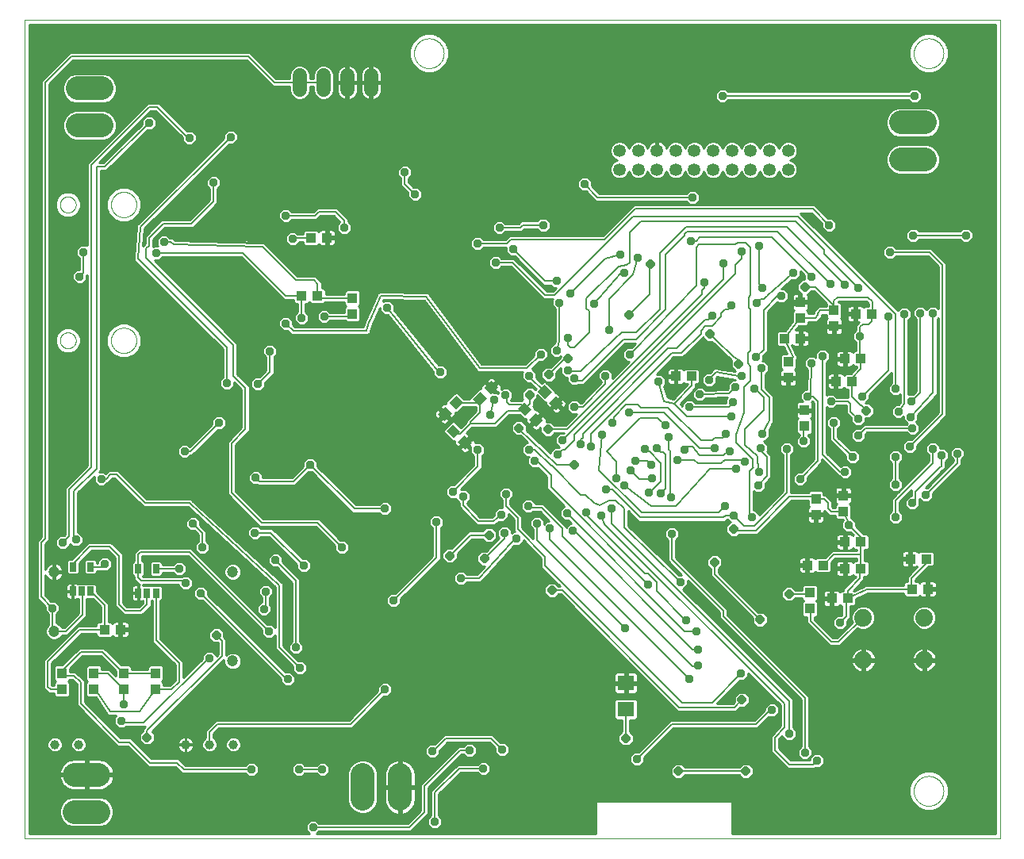
<source format=gbl>
G75*
%MOIN*%
%OFA0B0*%
%FSLAX25Y25*%
%IPPOS*%
%LPD*%
%AMOC8*
5,1,8,0,0,1.08239X$1,22.5*
%
%ADD10C,0.00000*%
%ADD11C,0.10039*%
%ADD12R,0.04331X0.03937*%
%ADD13R,0.03937X0.04331*%
%ADD14C,0.07400*%
%ADD15C,0.05315*%
%ADD16C,0.04724*%
%ADD17C,0.03900*%
%ADD18R,0.02717X0.03898*%
%ADD19R,0.07087X0.06299*%
%ADD20C,0.05906*%
%ADD21OC8,0.03400*%
%ADD22C,0.00800*%
%ADD23C,0.01000*%
%ADD24OC8,0.03762*%
D10*
X0001500Y0017369D02*
X0001500Y0361369D01*
X0411500Y0361369D01*
X0411500Y0017369D01*
X0001500Y0017369D01*
X0016422Y0226699D02*
X0016424Y0226814D01*
X0016430Y0226930D01*
X0016440Y0227045D01*
X0016454Y0227160D01*
X0016472Y0227274D01*
X0016494Y0227387D01*
X0016519Y0227500D01*
X0016549Y0227611D01*
X0016582Y0227722D01*
X0016619Y0227831D01*
X0016660Y0227939D01*
X0016705Y0228046D01*
X0016753Y0228151D01*
X0016805Y0228254D01*
X0016861Y0228355D01*
X0016920Y0228455D01*
X0016982Y0228552D01*
X0017048Y0228647D01*
X0017116Y0228740D01*
X0017188Y0228830D01*
X0017263Y0228918D01*
X0017342Y0229003D01*
X0017423Y0229085D01*
X0017506Y0229165D01*
X0017593Y0229241D01*
X0017682Y0229315D01*
X0017773Y0229385D01*
X0017867Y0229453D01*
X0017963Y0229517D01*
X0018062Y0229577D01*
X0018162Y0229634D01*
X0018264Y0229688D01*
X0018368Y0229738D01*
X0018474Y0229785D01*
X0018581Y0229828D01*
X0018690Y0229867D01*
X0018800Y0229902D01*
X0018911Y0229933D01*
X0019023Y0229961D01*
X0019136Y0229985D01*
X0019250Y0230005D01*
X0019365Y0230021D01*
X0019480Y0230033D01*
X0019595Y0230041D01*
X0019710Y0230045D01*
X0019826Y0230045D01*
X0019941Y0230041D01*
X0020056Y0230033D01*
X0020171Y0230021D01*
X0020286Y0230005D01*
X0020400Y0229985D01*
X0020513Y0229961D01*
X0020625Y0229933D01*
X0020736Y0229902D01*
X0020846Y0229867D01*
X0020955Y0229828D01*
X0021062Y0229785D01*
X0021168Y0229738D01*
X0021272Y0229688D01*
X0021374Y0229634D01*
X0021474Y0229577D01*
X0021573Y0229517D01*
X0021669Y0229453D01*
X0021763Y0229385D01*
X0021854Y0229315D01*
X0021943Y0229241D01*
X0022030Y0229165D01*
X0022113Y0229085D01*
X0022194Y0229003D01*
X0022273Y0228918D01*
X0022348Y0228830D01*
X0022420Y0228740D01*
X0022488Y0228647D01*
X0022554Y0228552D01*
X0022616Y0228455D01*
X0022675Y0228355D01*
X0022731Y0228254D01*
X0022783Y0228151D01*
X0022831Y0228046D01*
X0022876Y0227939D01*
X0022917Y0227831D01*
X0022954Y0227722D01*
X0022987Y0227611D01*
X0023017Y0227500D01*
X0023042Y0227387D01*
X0023064Y0227274D01*
X0023082Y0227160D01*
X0023096Y0227045D01*
X0023106Y0226930D01*
X0023112Y0226814D01*
X0023114Y0226699D01*
X0023112Y0226584D01*
X0023106Y0226468D01*
X0023096Y0226353D01*
X0023082Y0226238D01*
X0023064Y0226124D01*
X0023042Y0226011D01*
X0023017Y0225898D01*
X0022987Y0225787D01*
X0022954Y0225676D01*
X0022917Y0225567D01*
X0022876Y0225459D01*
X0022831Y0225352D01*
X0022783Y0225247D01*
X0022731Y0225144D01*
X0022675Y0225043D01*
X0022616Y0224943D01*
X0022554Y0224846D01*
X0022488Y0224751D01*
X0022420Y0224658D01*
X0022348Y0224568D01*
X0022273Y0224480D01*
X0022194Y0224395D01*
X0022113Y0224313D01*
X0022030Y0224233D01*
X0021943Y0224157D01*
X0021854Y0224083D01*
X0021763Y0224013D01*
X0021669Y0223945D01*
X0021573Y0223881D01*
X0021474Y0223821D01*
X0021374Y0223764D01*
X0021272Y0223710D01*
X0021168Y0223660D01*
X0021062Y0223613D01*
X0020955Y0223570D01*
X0020846Y0223531D01*
X0020736Y0223496D01*
X0020625Y0223465D01*
X0020513Y0223437D01*
X0020400Y0223413D01*
X0020286Y0223393D01*
X0020171Y0223377D01*
X0020056Y0223365D01*
X0019941Y0223357D01*
X0019826Y0223353D01*
X0019710Y0223353D01*
X0019595Y0223357D01*
X0019480Y0223365D01*
X0019365Y0223377D01*
X0019250Y0223393D01*
X0019136Y0223413D01*
X0019023Y0223437D01*
X0018911Y0223465D01*
X0018800Y0223496D01*
X0018690Y0223531D01*
X0018581Y0223570D01*
X0018474Y0223613D01*
X0018368Y0223660D01*
X0018264Y0223710D01*
X0018162Y0223764D01*
X0018062Y0223821D01*
X0017963Y0223881D01*
X0017867Y0223945D01*
X0017773Y0224013D01*
X0017682Y0224083D01*
X0017593Y0224157D01*
X0017506Y0224233D01*
X0017423Y0224313D01*
X0017342Y0224395D01*
X0017263Y0224480D01*
X0017188Y0224568D01*
X0017116Y0224658D01*
X0017048Y0224751D01*
X0016982Y0224846D01*
X0016920Y0224943D01*
X0016861Y0225043D01*
X0016805Y0225144D01*
X0016753Y0225247D01*
X0016705Y0225352D01*
X0016660Y0225459D01*
X0016619Y0225567D01*
X0016582Y0225676D01*
X0016549Y0225787D01*
X0016519Y0225898D01*
X0016494Y0226011D01*
X0016472Y0226124D01*
X0016454Y0226238D01*
X0016440Y0226353D01*
X0016430Y0226468D01*
X0016424Y0226584D01*
X0016422Y0226699D01*
X0037917Y0226699D02*
X0037919Y0226844D01*
X0037925Y0226989D01*
X0037935Y0227134D01*
X0037949Y0227279D01*
X0037967Y0227423D01*
X0037988Y0227566D01*
X0038014Y0227709D01*
X0038043Y0227851D01*
X0038077Y0227993D01*
X0038114Y0228133D01*
X0038155Y0228272D01*
X0038200Y0228410D01*
X0038249Y0228547D01*
X0038301Y0228683D01*
X0038357Y0228817D01*
X0038417Y0228949D01*
X0038480Y0229080D01*
X0038547Y0229208D01*
X0038617Y0229336D01*
X0038691Y0229461D01*
X0038768Y0229584D01*
X0038848Y0229704D01*
X0038932Y0229823D01*
X0039019Y0229939D01*
X0039109Y0230053D01*
X0039202Y0230165D01*
X0039298Y0230273D01*
X0039398Y0230379D01*
X0039499Y0230483D01*
X0039604Y0230583D01*
X0039712Y0230681D01*
X0039822Y0230776D01*
X0039934Y0230867D01*
X0040049Y0230956D01*
X0040167Y0231041D01*
X0040287Y0231123D01*
X0040409Y0231202D01*
X0040533Y0231278D01*
X0040659Y0231350D01*
X0040787Y0231418D01*
X0040917Y0231483D01*
X0041048Y0231545D01*
X0041181Y0231602D01*
X0041316Y0231657D01*
X0041452Y0231707D01*
X0041590Y0231754D01*
X0041728Y0231797D01*
X0041868Y0231836D01*
X0042009Y0231871D01*
X0042151Y0231903D01*
X0042293Y0231930D01*
X0042436Y0231954D01*
X0042580Y0231974D01*
X0042725Y0231990D01*
X0042869Y0232002D01*
X0043014Y0232010D01*
X0043159Y0232014D01*
X0043305Y0232014D01*
X0043450Y0232010D01*
X0043595Y0232002D01*
X0043739Y0231990D01*
X0043884Y0231974D01*
X0044028Y0231954D01*
X0044171Y0231930D01*
X0044313Y0231903D01*
X0044455Y0231871D01*
X0044596Y0231836D01*
X0044736Y0231797D01*
X0044874Y0231754D01*
X0045012Y0231707D01*
X0045148Y0231657D01*
X0045283Y0231602D01*
X0045416Y0231545D01*
X0045547Y0231483D01*
X0045677Y0231418D01*
X0045805Y0231350D01*
X0045931Y0231278D01*
X0046055Y0231202D01*
X0046177Y0231123D01*
X0046297Y0231041D01*
X0046415Y0230956D01*
X0046530Y0230867D01*
X0046642Y0230776D01*
X0046752Y0230681D01*
X0046860Y0230583D01*
X0046965Y0230483D01*
X0047066Y0230379D01*
X0047166Y0230273D01*
X0047262Y0230165D01*
X0047355Y0230053D01*
X0047445Y0229939D01*
X0047532Y0229823D01*
X0047616Y0229704D01*
X0047696Y0229584D01*
X0047773Y0229461D01*
X0047847Y0229336D01*
X0047917Y0229208D01*
X0047984Y0229080D01*
X0048047Y0228949D01*
X0048107Y0228817D01*
X0048163Y0228683D01*
X0048215Y0228547D01*
X0048264Y0228410D01*
X0048309Y0228272D01*
X0048350Y0228133D01*
X0048387Y0227993D01*
X0048421Y0227851D01*
X0048450Y0227709D01*
X0048476Y0227566D01*
X0048497Y0227423D01*
X0048515Y0227279D01*
X0048529Y0227134D01*
X0048539Y0226989D01*
X0048545Y0226844D01*
X0048547Y0226699D01*
X0048545Y0226554D01*
X0048539Y0226409D01*
X0048529Y0226264D01*
X0048515Y0226119D01*
X0048497Y0225975D01*
X0048476Y0225832D01*
X0048450Y0225689D01*
X0048421Y0225547D01*
X0048387Y0225405D01*
X0048350Y0225265D01*
X0048309Y0225126D01*
X0048264Y0224988D01*
X0048215Y0224851D01*
X0048163Y0224715D01*
X0048107Y0224581D01*
X0048047Y0224449D01*
X0047984Y0224318D01*
X0047917Y0224190D01*
X0047847Y0224062D01*
X0047773Y0223937D01*
X0047696Y0223814D01*
X0047616Y0223694D01*
X0047532Y0223575D01*
X0047445Y0223459D01*
X0047355Y0223345D01*
X0047262Y0223233D01*
X0047166Y0223125D01*
X0047066Y0223019D01*
X0046965Y0222915D01*
X0046860Y0222815D01*
X0046752Y0222717D01*
X0046642Y0222622D01*
X0046530Y0222531D01*
X0046415Y0222442D01*
X0046297Y0222357D01*
X0046177Y0222275D01*
X0046055Y0222196D01*
X0045931Y0222120D01*
X0045805Y0222048D01*
X0045677Y0221980D01*
X0045547Y0221915D01*
X0045416Y0221853D01*
X0045283Y0221796D01*
X0045148Y0221741D01*
X0045012Y0221691D01*
X0044874Y0221644D01*
X0044736Y0221601D01*
X0044596Y0221562D01*
X0044455Y0221527D01*
X0044313Y0221495D01*
X0044171Y0221468D01*
X0044028Y0221444D01*
X0043884Y0221424D01*
X0043739Y0221408D01*
X0043595Y0221396D01*
X0043450Y0221388D01*
X0043305Y0221384D01*
X0043159Y0221384D01*
X0043014Y0221388D01*
X0042869Y0221396D01*
X0042725Y0221408D01*
X0042580Y0221424D01*
X0042436Y0221444D01*
X0042293Y0221468D01*
X0042151Y0221495D01*
X0042009Y0221527D01*
X0041868Y0221562D01*
X0041728Y0221601D01*
X0041590Y0221644D01*
X0041452Y0221691D01*
X0041316Y0221741D01*
X0041181Y0221796D01*
X0041048Y0221853D01*
X0040917Y0221915D01*
X0040787Y0221980D01*
X0040659Y0222048D01*
X0040533Y0222120D01*
X0040409Y0222196D01*
X0040287Y0222275D01*
X0040167Y0222357D01*
X0040049Y0222442D01*
X0039934Y0222531D01*
X0039822Y0222622D01*
X0039712Y0222717D01*
X0039604Y0222815D01*
X0039499Y0222915D01*
X0039398Y0223019D01*
X0039298Y0223125D01*
X0039202Y0223233D01*
X0039109Y0223345D01*
X0039019Y0223459D01*
X0038932Y0223575D01*
X0038848Y0223694D01*
X0038768Y0223814D01*
X0038691Y0223937D01*
X0038617Y0224062D01*
X0038547Y0224190D01*
X0038480Y0224318D01*
X0038417Y0224449D01*
X0038357Y0224581D01*
X0038301Y0224715D01*
X0038249Y0224851D01*
X0038200Y0224988D01*
X0038155Y0225126D01*
X0038114Y0225265D01*
X0038077Y0225405D01*
X0038043Y0225547D01*
X0038014Y0225689D01*
X0037988Y0225832D01*
X0037967Y0225975D01*
X0037949Y0226119D01*
X0037935Y0226264D01*
X0037925Y0226409D01*
X0037919Y0226554D01*
X0037917Y0226699D01*
X0037917Y0283786D02*
X0037919Y0283931D01*
X0037925Y0284076D01*
X0037935Y0284221D01*
X0037949Y0284366D01*
X0037967Y0284510D01*
X0037988Y0284653D01*
X0038014Y0284796D01*
X0038043Y0284938D01*
X0038077Y0285080D01*
X0038114Y0285220D01*
X0038155Y0285359D01*
X0038200Y0285497D01*
X0038249Y0285634D01*
X0038301Y0285770D01*
X0038357Y0285904D01*
X0038417Y0286036D01*
X0038480Y0286167D01*
X0038547Y0286295D01*
X0038617Y0286423D01*
X0038691Y0286548D01*
X0038768Y0286671D01*
X0038848Y0286791D01*
X0038932Y0286910D01*
X0039019Y0287026D01*
X0039109Y0287140D01*
X0039202Y0287252D01*
X0039298Y0287360D01*
X0039398Y0287466D01*
X0039499Y0287570D01*
X0039604Y0287670D01*
X0039712Y0287768D01*
X0039822Y0287863D01*
X0039934Y0287954D01*
X0040049Y0288043D01*
X0040167Y0288128D01*
X0040287Y0288210D01*
X0040409Y0288289D01*
X0040533Y0288365D01*
X0040659Y0288437D01*
X0040787Y0288505D01*
X0040917Y0288570D01*
X0041048Y0288632D01*
X0041181Y0288689D01*
X0041316Y0288744D01*
X0041452Y0288794D01*
X0041590Y0288841D01*
X0041728Y0288884D01*
X0041868Y0288923D01*
X0042009Y0288958D01*
X0042151Y0288990D01*
X0042293Y0289017D01*
X0042436Y0289041D01*
X0042580Y0289061D01*
X0042725Y0289077D01*
X0042869Y0289089D01*
X0043014Y0289097D01*
X0043159Y0289101D01*
X0043305Y0289101D01*
X0043450Y0289097D01*
X0043595Y0289089D01*
X0043739Y0289077D01*
X0043884Y0289061D01*
X0044028Y0289041D01*
X0044171Y0289017D01*
X0044313Y0288990D01*
X0044455Y0288958D01*
X0044596Y0288923D01*
X0044736Y0288884D01*
X0044874Y0288841D01*
X0045012Y0288794D01*
X0045148Y0288744D01*
X0045283Y0288689D01*
X0045416Y0288632D01*
X0045547Y0288570D01*
X0045677Y0288505D01*
X0045805Y0288437D01*
X0045931Y0288365D01*
X0046055Y0288289D01*
X0046177Y0288210D01*
X0046297Y0288128D01*
X0046415Y0288043D01*
X0046530Y0287954D01*
X0046642Y0287863D01*
X0046752Y0287768D01*
X0046860Y0287670D01*
X0046965Y0287570D01*
X0047066Y0287466D01*
X0047166Y0287360D01*
X0047262Y0287252D01*
X0047355Y0287140D01*
X0047445Y0287026D01*
X0047532Y0286910D01*
X0047616Y0286791D01*
X0047696Y0286671D01*
X0047773Y0286548D01*
X0047847Y0286423D01*
X0047917Y0286295D01*
X0047984Y0286167D01*
X0048047Y0286036D01*
X0048107Y0285904D01*
X0048163Y0285770D01*
X0048215Y0285634D01*
X0048264Y0285497D01*
X0048309Y0285359D01*
X0048350Y0285220D01*
X0048387Y0285080D01*
X0048421Y0284938D01*
X0048450Y0284796D01*
X0048476Y0284653D01*
X0048497Y0284510D01*
X0048515Y0284366D01*
X0048529Y0284221D01*
X0048539Y0284076D01*
X0048545Y0283931D01*
X0048547Y0283786D01*
X0048545Y0283641D01*
X0048539Y0283496D01*
X0048529Y0283351D01*
X0048515Y0283206D01*
X0048497Y0283062D01*
X0048476Y0282919D01*
X0048450Y0282776D01*
X0048421Y0282634D01*
X0048387Y0282492D01*
X0048350Y0282352D01*
X0048309Y0282213D01*
X0048264Y0282075D01*
X0048215Y0281938D01*
X0048163Y0281802D01*
X0048107Y0281668D01*
X0048047Y0281536D01*
X0047984Y0281405D01*
X0047917Y0281277D01*
X0047847Y0281149D01*
X0047773Y0281024D01*
X0047696Y0280901D01*
X0047616Y0280781D01*
X0047532Y0280662D01*
X0047445Y0280546D01*
X0047355Y0280432D01*
X0047262Y0280320D01*
X0047166Y0280212D01*
X0047066Y0280106D01*
X0046965Y0280002D01*
X0046860Y0279902D01*
X0046752Y0279804D01*
X0046642Y0279709D01*
X0046530Y0279618D01*
X0046415Y0279529D01*
X0046297Y0279444D01*
X0046177Y0279362D01*
X0046055Y0279283D01*
X0045931Y0279207D01*
X0045805Y0279135D01*
X0045677Y0279067D01*
X0045547Y0279002D01*
X0045416Y0278940D01*
X0045283Y0278883D01*
X0045148Y0278828D01*
X0045012Y0278778D01*
X0044874Y0278731D01*
X0044736Y0278688D01*
X0044596Y0278649D01*
X0044455Y0278614D01*
X0044313Y0278582D01*
X0044171Y0278555D01*
X0044028Y0278531D01*
X0043884Y0278511D01*
X0043739Y0278495D01*
X0043595Y0278483D01*
X0043450Y0278475D01*
X0043305Y0278471D01*
X0043159Y0278471D01*
X0043014Y0278475D01*
X0042869Y0278483D01*
X0042725Y0278495D01*
X0042580Y0278511D01*
X0042436Y0278531D01*
X0042293Y0278555D01*
X0042151Y0278582D01*
X0042009Y0278614D01*
X0041868Y0278649D01*
X0041728Y0278688D01*
X0041590Y0278731D01*
X0041452Y0278778D01*
X0041316Y0278828D01*
X0041181Y0278883D01*
X0041048Y0278940D01*
X0040917Y0279002D01*
X0040787Y0279067D01*
X0040659Y0279135D01*
X0040533Y0279207D01*
X0040409Y0279283D01*
X0040287Y0279362D01*
X0040167Y0279444D01*
X0040049Y0279529D01*
X0039934Y0279618D01*
X0039822Y0279709D01*
X0039712Y0279804D01*
X0039604Y0279902D01*
X0039499Y0280002D01*
X0039398Y0280106D01*
X0039298Y0280212D01*
X0039202Y0280320D01*
X0039109Y0280432D01*
X0039019Y0280546D01*
X0038932Y0280662D01*
X0038848Y0280781D01*
X0038768Y0280901D01*
X0038691Y0281024D01*
X0038617Y0281149D01*
X0038547Y0281277D01*
X0038480Y0281405D01*
X0038417Y0281536D01*
X0038357Y0281668D01*
X0038301Y0281802D01*
X0038249Y0281938D01*
X0038200Y0282075D01*
X0038155Y0282213D01*
X0038114Y0282352D01*
X0038077Y0282492D01*
X0038043Y0282634D01*
X0038014Y0282776D01*
X0037988Y0282919D01*
X0037967Y0283062D01*
X0037949Y0283206D01*
X0037935Y0283351D01*
X0037925Y0283496D01*
X0037919Y0283641D01*
X0037917Y0283786D01*
X0016422Y0283786D02*
X0016424Y0283901D01*
X0016430Y0284017D01*
X0016440Y0284132D01*
X0016454Y0284247D01*
X0016472Y0284361D01*
X0016494Y0284474D01*
X0016519Y0284587D01*
X0016549Y0284698D01*
X0016582Y0284809D01*
X0016619Y0284918D01*
X0016660Y0285026D01*
X0016705Y0285133D01*
X0016753Y0285238D01*
X0016805Y0285341D01*
X0016861Y0285442D01*
X0016920Y0285542D01*
X0016982Y0285639D01*
X0017048Y0285734D01*
X0017116Y0285827D01*
X0017188Y0285917D01*
X0017263Y0286005D01*
X0017342Y0286090D01*
X0017423Y0286172D01*
X0017506Y0286252D01*
X0017593Y0286328D01*
X0017682Y0286402D01*
X0017773Y0286472D01*
X0017867Y0286540D01*
X0017963Y0286604D01*
X0018062Y0286664D01*
X0018162Y0286721D01*
X0018264Y0286775D01*
X0018368Y0286825D01*
X0018474Y0286872D01*
X0018581Y0286915D01*
X0018690Y0286954D01*
X0018800Y0286989D01*
X0018911Y0287020D01*
X0019023Y0287048D01*
X0019136Y0287072D01*
X0019250Y0287092D01*
X0019365Y0287108D01*
X0019480Y0287120D01*
X0019595Y0287128D01*
X0019710Y0287132D01*
X0019826Y0287132D01*
X0019941Y0287128D01*
X0020056Y0287120D01*
X0020171Y0287108D01*
X0020286Y0287092D01*
X0020400Y0287072D01*
X0020513Y0287048D01*
X0020625Y0287020D01*
X0020736Y0286989D01*
X0020846Y0286954D01*
X0020955Y0286915D01*
X0021062Y0286872D01*
X0021168Y0286825D01*
X0021272Y0286775D01*
X0021374Y0286721D01*
X0021474Y0286664D01*
X0021573Y0286604D01*
X0021669Y0286540D01*
X0021763Y0286472D01*
X0021854Y0286402D01*
X0021943Y0286328D01*
X0022030Y0286252D01*
X0022113Y0286172D01*
X0022194Y0286090D01*
X0022273Y0286005D01*
X0022348Y0285917D01*
X0022420Y0285827D01*
X0022488Y0285734D01*
X0022554Y0285639D01*
X0022616Y0285542D01*
X0022675Y0285442D01*
X0022731Y0285341D01*
X0022783Y0285238D01*
X0022831Y0285133D01*
X0022876Y0285026D01*
X0022917Y0284918D01*
X0022954Y0284809D01*
X0022987Y0284698D01*
X0023017Y0284587D01*
X0023042Y0284474D01*
X0023064Y0284361D01*
X0023082Y0284247D01*
X0023096Y0284132D01*
X0023106Y0284017D01*
X0023112Y0283901D01*
X0023114Y0283786D01*
X0023112Y0283671D01*
X0023106Y0283555D01*
X0023096Y0283440D01*
X0023082Y0283325D01*
X0023064Y0283211D01*
X0023042Y0283098D01*
X0023017Y0282985D01*
X0022987Y0282874D01*
X0022954Y0282763D01*
X0022917Y0282654D01*
X0022876Y0282546D01*
X0022831Y0282439D01*
X0022783Y0282334D01*
X0022731Y0282231D01*
X0022675Y0282130D01*
X0022616Y0282030D01*
X0022554Y0281933D01*
X0022488Y0281838D01*
X0022420Y0281745D01*
X0022348Y0281655D01*
X0022273Y0281567D01*
X0022194Y0281482D01*
X0022113Y0281400D01*
X0022030Y0281320D01*
X0021943Y0281244D01*
X0021854Y0281170D01*
X0021763Y0281100D01*
X0021669Y0281032D01*
X0021573Y0280968D01*
X0021474Y0280908D01*
X0021374Y0280851D01*
X0021272Y0280797D01*
X0021168Y0280747D01*
X0021062Y0280700D01*
X0020955Y0280657D01*
X0020846Y0280618D01*
X0020736Y0280583D01*
X0020625Y0280552D01*
X0020513Y0280524D01*
X0020400Y0280500D01*
X0020286Y0280480D01*
X0020171Y0280464D01*
X0020056Y0280452D01*
X0019941Y0280444D01*
X0019826Y0280440D01*
X0019710Y0280440D01*
X0019595Y0280444D01*
X0019480Y0280452D01*
X0019365Y0280464D01*
X0019250Y0280480D01*
X0019136Y0280500D01*
X0019023Y0280524D01*
X0018911Y0280552D01*
X0018800Y0280583D01*
X0018690Y0280618D01*
X0018581Y0280657D01*
X0018474Y0280700D01*
X0018368Y0280747D01*
X0018264Y0280797D01*
X0018162Y0280851D01*
X0018062Y0280908D01*
X0017963Y0280968D01*
X0017867Y0281032D01*
X0017773Y0281100D01*
X0017682Y0281170D01*
X0017593Y0281244D01*
X0017506Y0281320D01*
X0017423Y0281400D01*
X0017342Y0281482D01*
X0017263Y0281567D01*
X0017188Y0281655D01*
X0017116Y0281745D01*
X0017048Y0281838D01*
X0016982Y0281933D01*
X0016920Y0282030D01*
X0016861Y0282130D01*
X0016805Y0282231D01*
X0016753Y0282334D01*
X0016705Y0282439D01*
X0016660Y0282546D01*
X0016619Y0282654D01*
X0016582Y0282763D01*
X0016549Y0282874D01*
X0016519Y0282985D01*
X0016494Y0283098D01*
X0016472Y0283211D01*
X0016454Y0283325D01*
X0016440Y0283440D01*
X0016430Y0283555D01*
X0016424Y0283671D01*
X0016422Y0283786D01*
X0165250Y0347369D02*
X0165252Y0347527D01*
X0165258Y0347684D01*
X0165268Y0347842D01*
X0165282Y0347999D01*
X0165300Y0348155D01*
X0165321Y0348312D01*
X0165347Y0348467D01*
X0165377Y0348622D01*
X0165410Y0348776D01*
X0165448Y0348929D01*
X0165489Y0349082D01*
X0165534Y0349233D01*
X0165583Y0349383D01*
X0165636Y0349531D01*
X0165692Y0349679D01*
X0165753Y0349824D01*
X0165816Y0349969D01*
X0165884Y0350111D01*
X0165955Y0350252D01*
X0166029Y0350391D01*
X0166107Y0350528D01*
X0166189Y0350663D01*
X0166273Y0350796D01*
X0166362Y0350927D01*
X0166453Y0351055D01*
X0166548Y0351182D01*
X0166645Y0351305D01*
X0166746Y0351427D01*
X0166850Y0351545D01*
X0166957Y0351661D01*
X0167067Y0351774D01*
X0167179Y0351885D01*
X0167295Y0351992D01*
X0167413Y0352097D01*
X0167533Y0352199D01*
X0167656Y0352297D01*
X0167782Y0352393D01*
X0167910Y0352485D01*
X0168040Y0352574D01*
X0168172Y0352660D01*
X0168307Y0352742D01*
X0168444Y0352821D01*
X0168582Y0352896D01*
X0168722Y0352968D01*
X0168865Y0353036D01*
X0169008Y0353101D01*
X0169154Y0353162D01*
X0169301Y0353219D01*
X0169449Y0353273D01*
X0169599Y0353323D01*
X0169749Y0353369D01*
X0169901Y0353411D01*
X0170054Y0353450D01*
X0170208Y0353484D01*
X0170363Y0353515D01*
X0170518Y0353541D01*
X0170674Y0353564D01*
X0170831Y0353583D01*
X0170988Y0353598D01*
X0171145Y0353609D01*
X0171303Y0353616D01*
X0171461Y0353619D01*
X0171618Y0353618D01*
X0171776Y0353613D01*
X0171933Y0353604D01*
X0172091Y0353591D01*
X0172247Y0353574D01*
X0172404Y0353553D01*
X0172559Y0353529D01*
X0172714Y0353500D01*
X0172869Y0353467D01*
X0173022Y0353431D01*
X0173175Y0353390D01*
X0173326Y0353346D01*
X0173476Y0353298D01*
X0173625Y0353247D01*
X0173773Y0353191D01*
X0173919Y0353132D01*
X0174064Y0353069D01*
X0174207Y0353002D01*
X0174348Y0352932D01*
X0174487Y0352859D01*
X0174625Y0352782D01*
X0174761Y0352701D01*
X0174894Y0352617D01*
X0175025Y0352530D01*
X0175154Y0352439D01*
X0175281Y0352345D01*
X0175406Y0352248D01*
X0175527Y0352148D01*
X0175647Y0352045D01*
X0175763Y0351939D01*
X0175877Y0351830D01*
X0175989Y0351718D01*
X0176097Y0351604D01*
X0176202Y0351486D01*
X0176305Y0351366D01*
X0176404Y0351244D01*
X0176500Y0351119D01*
X0176593Y0350991D01*
X0176683Y0350862D01*
X0176769Y0350730D01*
X0176853Y0350596D01*
X0176932Y0350460D01*
X0177009Y0350322D01*
X0177081Y0350182D01*
X0177150Y0350040D01*
X0177216Y0349897D01*
X0177278Y0349752D01*
X0177336Y0349605D01*
X0177391Y0349457D01*
X0177442Y0349308D01*
X0177489Y0349157D01*
X0177532Y0349006D01*
X0177571Y0348853D01*
X0177607Y0348699D01*
X0177638Y0348545D01*
X0177666Y0348390D01*
X0177690Y0348234D01*
X0177710Y0348077D01*
X0177726Y0347920D01*
X0177738Y0347763D01*
X0177746Y0347606D01*
X0177750Y0347448D01*
X0177750Y0347290D01*
X0177746Y0347132D01*
X0177738Y0346975D01*
X0177726Y0346818D01*
X0177710Y0346661D01*
X0177690Y0346504D01*
X0177666Y0346348D01*
X0177638Y0346193D01*
X0177607Y0346039D01*
X0177571Y0345885D01*
X0177532Y0345732D01*
X0177489Y0345581D01*
X0177442Y0345430D01*
X0177391Y0345281D01*
X0177336Y0345133D01*
X0177278Y0344986D01*
X0177216Y0344841D01*
X0177150Y0344698D01*
X0177081Y0344556D01*
X0177009Y0344416D01*
X0176932Y0344278D01*
X0176853Y0344142D01*
X0176769Y0344008D01*
X0176683Y0343876D01*
X0176593Y0343747D01*
X0176500Y0343619D01*
X0176404Y0343494D01*
X0176305Y0343372D01*
X0176202Y0343252D01*
X0176097Y0343134D01*
X0175989Y0343020D01*
X0175877Y0342908D01*
X0175763Y0342799D01*
X0175647Y0342693D01*
X0175527Y0342590D01*
X0175406Y0342490D01*
X0175281Y0342393D01*
X0175154Y0342299D01*
X0175025Y0342208D01*
X0174894Y0342121D01*
X0174761Y0342037D01*
X0174625Y0341956D01*
X0174487Y0341879D01*
X0174348Y0341806D01*
X0174207Y0341736D01*
X0174064Y0341669D01*
X0173919Y0341606D01*
X0173773Y0341547D01*
X0173625Y0341491D01*
X0173476Y0341440D01*
X0173326Y0341392D01*
X0173175Y0341348D01*
X0173022Y0341307D01*
X0172869Y0341271D01*
X0172714Y0341238D01*
X0172559Y0341209D01*
X0172404Y0341185D01*
X0172247Y0341164D01*
X0172091Y0341147D01*
X0171933Y0341134D01*
X0171776Y0341125D01*
X0171618Y0341120D01*
X0171461Y0341119D01*
X0171303Y0341122D01*
X0171145Y0341129D01*
X0170988Y0341140D01*
X0170831Y0341155D01*
X0170674Y0341174D01*
X0170518Y0341197D01*
X0170363Y0341223D01*
X0170208Y0341254D01*
X0170054Y0341288D01*
X0169901Y0341327D01*
X0169749Y0341369D01*
X0169599Y0341415D01*
X0169449Y0341465D01*
X0169301Y0341519D01*
X0169154Y0341576D01*
X0169008Y0341637D01*
X0168865Y0341702D01*
X0168722Y0341770D01*
X0168582Y0341842D01*
X0168444Y0341917D01*
X0168307Y0341996D01*
X0168172Y0342078D01*
X0168040Y0342164D01*
X0167910Y0342253D01*
X0167782Y0342345D01*
X0167656Y0342441D01*
X0167533Y0342539D01*
X0167413Y0342641D01*
X0167295Y0342746D01*
X0167179Y0342853D01*
X0167067Y0342964D01*
X0166957Y0343077D01*
X0166850Y0343193D01*
X0166746Y0343311D01*
X0166645Y0343433D01*
X0166548Y0343556D01*
X0166453Y0343683D01*
X0166362Y0343811D01*
X0166273Y0343942D01*
X0166189Y0344075D01*
X0166107Y0344210D01*
X0166029Y0344347D01*
X0165955Y0344486D01*
X0165884Y0344627D01*
X0165816Y0344769D01*
X0165753Y0344914D01*
X0165692Y0345059D01*
X0165636Y0345207D01*
X0165583Y0345355D01*
X0165534Y0345505D01*
X0165489Y0345656D01*
X0165448Y0345809D01*
X0165410Y0345962D01*
X0165377Y0346116D01*
X0165347Y0346271D01*
X0165321Y0346426D01*
X0165300Y0346583D01*
X0165282Y0346739D01*
X0165268Y0346896D01*
X0165258Y0347054D01*
X0165252Y0347211D01*
X0165250Y0347369D01*
X0375250Y0347369D02*
X0375252Y0347527D01*
X0375258Y0347684D01*
X0375268Y0347842D01*
X0375282Y0347999D01*
X0375300Y0348155D01*
X0375321Y0348312D01*
X0375347Y0348467D01*
X0375377Y0348622D01*
X0375410Y0348776D01*
X0375448Y0348929D01*
X0375489Y0349082D01*
X0375534Y0349233D01*
X0375583Y0349383D01*
X0375636Y0349531D01*
X0375692Y0349679D01*
X0375753Y0349824D01*
X0375816Y0349969D01*
X0375884Y0350111D01*
X0375955Y0350252D01*
X0376029Y0350391D01*
X0376107Y0350528D01*
X0376189Y0350663D01*
X0376273Y0350796D01*
X0376362Y0350927D01*
X0376453Y0351055D01*
X0376548Y0351182D01*
X0376645Y0351305D01*
X0376746Y0351427D01*
X0376850Y0351545D01*
X0376957Y0351661D01*
X0377067Y0351774D01*
X0377179Y0351885D01*
X0377295Y0351992D01*
X0377413Y0352097D01*
X0377533Y0352199D01*
X0377656Y0352297D01*
X0377782Y0352393D01*
X0377910Y0352485D01*
X0378040Y0352574D01*
X0378172Y0352660D01*
X0378307Y0352742D01*
X0378444Y0352821D01*
X0378582Y0352896D01*
X0378722Y0352968D01*
X0378865Y0353036D01*
X0379008Y0353101D01*
X0379154Y0353162D01*
X0379301Y0353219D01*
X0379449Y0353273D01*
X0379599Y0353323D01*
X0379749Y0353369D01*
X0379901Y0353411D01*
X0380054Y0353450D01*
X0380208Y0353484D01*
X0380363Y0353515D01*
X0380518Y0353541D01*
X0380674Y0353564D01*
X0380831Y0353583D01*
X0380988Y0353598D01*
X0381145Y0353609D01*
X0381303Y0353616D01*
X0381461Y0353619D01*
X0381618Y0353618D01*
X0381776Y0353613D01*
X0381933Y0353604D01*
X0382091Y0353591D01*
X0382247Y0353574D01*
X0382404Y0353553D01*
X0382559Y0353529D01*
X0382714Y0353500D01*
X0382869Y0353467D01*
X0383022Y0353431D01*
X0383175Y0353390D01*
X0383326Y0353346D01*
X0383476Y0353298D01*
X0383625Y0353247D01*
X0383773Y0353191D01*
X0383919Y0353132D01*
X0384064Y0353069D01*
X0384207Y0353002D01*
X0384348Y0352932D01*
X0384487Y0352859D01*
X0384625Y0352782D01*
X0384761Y0352701D01*
X0384894Y0352617D01*
X0385025Y0352530D01*
X0385154Y0352439D01*
X0385281Y0352345D01*
X0385406Y0352248D01*
X0385527Y0352148D01*
X0385647Y0352045D01*
X0385763Y0351939D01*
X0385877Y0351830D01*
X0385989Y0351718D01*
X0386097Y0351604D01*
X0386202Y0351486D01*
X0386305Y0351366D01*
X0386404Y0351244D01*
X0386500Y0351119D01*
X0386593Y0350991D01*
X0386683Y0350862D01*
X0386769Y0350730D01*
X0386853Y0350596D01*
X0386932Y0350460D01*
X0387009Y0350322D01*
X0387081Y0350182D01*
X0387150Y0350040D01*
X0387216Y0349897D01*
X0387278Y0349752D01*
X0387336Y0349605D01*
X0387391Y0349457D01*
X0387442Y0349308D01*
X0387489Y0349157D01*
X0387532Y0349006D01*
X0387571Y0348853D01*
X0387607Y0348699D01*
X0387638Y0348545D01*
X0387666Y0348390D01*
X0387690Y0348234D01*
X0387710Y0348077D01*
X0387726Y0347920D01*
X0387738Y0347763D01*
X0387746Y0347606D01*
X0387750Y0347448D01*
X0387750Y0347290D01*
X0387746Y0347132D01*
X0387738Y0346975D01*
X0387726Y0346818D01*
X0387710Y0346661D01*
X0387690Y0346504D01*
X0387666Y0346348D01*
X0387638Y0346193D01*
X0387607Y0346039D01*
X0387571Y0345885D01*
X0387532Y0345732D01*
X0387489Y0345581D01*
X0387442Y0345430D01*
X0387391Y0345281D01*
X0387336Y0345133D01*
X0387278Y0344986D01*
X0387216Y0344841D01*
X0387150Y0344698D01*
X0387081Y0344556D01*
X0387009Y0344416D01*
X0386932Y0344278D01*
X0386853Y0344142D01*
X0386769Y0344008D01*
X0386683Y0343876D01*
X0386593Y0343747D01*
X0386500Y0343619D01*
X0386404Y0343494D01*
X0386305Y0343372D01*
X0386202Y0343252D01*
X0386097Y0343134D01*
X0385989Y0343020D01*
X0385877Y0342908D01*
X0385763Y0342799D01*
X0385647Y0342693D01*
X0385527Y0342590D01*
X0385406Y0342490D01*
X0385281Y0342393D01*
X0385154Y0342299D01*
X0385025Y0342208D01*
X0384894Y0342121D01*
X0384761Y0342037D01*
X0384625Y0341956D01*
X0384487Y0341879D01*
X0384348Y0341806D01*
X0384207Y0341736D01*
X0384064Y0341669D01*
X0383919Y0341606D01*
X0383773Y0341547D01*
X0383625Y0341491D01*
X0383476Y0341440D01*
X0383326Y0341392D01*
X0383175Y0341348D01*
X0383022Y0341307D01*
X0382869Y0341271D01*
X0382714Y0341238D01*
X0382559Y0341209D01*
X0382404Y0341185D01*
X0382247Y0341164D01*
X0382091Y0341147D01*
X0381933Y0341134D01*
X0381776Y0341125D01*
X0381618Y0341120D01*
X0381461Y0341119D01*
X0381303Y0341122D01*
X0381145Y0341129D01*
X0380988Y0341140D01*
X0380831Y0341155D01*
X0380674Y0341174D01*
X0380518Y0341197D01*
X0380363Y0341223D01*
X0380208Y0341254D01*
X0380054Y0341288D01*
X0379901Y0341327D01*
X0379749Y0341369D01*
X0379599Y0341415D01*
X0379449Y0341465D01*
X0379301Y0341519D01*
X0379154Y0341576D01*
X0379008Y0341637D01*
X0378865Y0341702D01*
X0378722Y0341770D01*
X0378582Y0341842D01*
X0378444Y0341917D01*
X0378307Y0341996D01*
X0378172Y0342078D01*
X0378040Y0342164D01*
X0377910Y0342253D01*
X0377782Y0342345D01*
X0377656Y0342441D01*
X0377533Y0342539D01*
X0377413Y0342641D01*
X0377295Y0342746D01*
X0377179Y0342853D01*
X0377067Y0342964D01*
X0376957Y0343077D01*
X0376850Y0343193D01*
X0376746Y0343311D01*
X0376645Y0343433D01*
X0376548Y0343556D01*
X0376453Y0343683D01*
X0376362Y0343811D01*
X0376273Y0343942D01*
X0376189Y0344075D01*
X0376107Y0344210D01*
X0376029Y0344347D01*
X0375955Y0344486D01*
X0375884Y0344627D01*
X0375816Y0344769D01*
X0375753Y0344914D01*
X0375692Y0345059D01*
X0375636Y0345207D01*
X0375583Y0345355D01*
X0375534Y0345505D01*
X0375489Y0345656D01*
X0375448Y0345809D01*
X0375410Y0345962D01*
X0375377Y0346116D01*
X0375347Y0346271D01*
X0375321Y0346426D01*
X0375300Y0346583D01*
X0375282Y0346739D01*
X0375268Y0346896D01*
X0375258Y0347054D01*
X0375252Y0347211D01*
X0375250Y0347369D01*
X0375250Y0037369D02*
X0375252Y0037527D01*
X0375258Y0037684D01*
X0375268Y0037842D01*
X0375282Y0037999D01*
X0375300Y0038155D01*
X0375321Y0038312D01*
X0375347Y0038467D01*
X0375377Y0038622D01*
X0375410Y0038776D01*
X0375448Y0038929D01*
X0375489Y0039082D01*
X0375534Y0039233D01*
X0375583Y0039383D01*
X0375636Y0039531D01*
X0375692Y0039679D01*
X0375753Y0039824D01*
X0375816Y0039969D01*
X0375884Y0040111D01*
X0375955Y0040252D01*
X0376029Y0040391D01*
X0376107Y0040528D01*
X0376189Y0040663D01*
X0376273Y0040796D01*
X0376362Y0040927D01*
X0376453Y0041055D01*
X0376548Y0041182D01*
X0376645Y0041305D01*
X0376746Y0041427D01*
X0376850Y0041545D01*
X0376957Y0041661D01*
X0377067Y0041774D01*
X0377179Y0041885D01*
X0377295Y0041992D01*
X0377413Y0042097D01*
X0377533Y0042199D01*
X0377656Y0042297D01*
X0377782Y0042393D01*
X0377910Y0042485D01*
X0378040Y0042574D01*
X0378172Y0042660D01*
X0378307Y0042742D01*
X0378444Y0042821D01*
X0378582Y0042896D01*
X0378722Y0042968D01*
X0378865Y0043036D01*
X0379008Y0043101D01*
X0379154Y0043162D01*
X0379301Y0043219D01*
X0379449Y0043273D01*
X0379599Y0043323D01*
X0379749Y0043369D01*
X0379901Y0043411D01*
X0380054Y0043450D01*
X0380208Y0043484D01*
X0380363Y0043515D01*
X0380518Y0043541D01*
X0380674Y0043564D01*
X0380831Y0043583D01*
X0380988Y0043598D01*
X0381145Y0043609D01*
X0381303Y0043616D01*
X0381461Y0043619D01*
X0381618Y0043618D01*
X0381776Y0043613D01*
X0381933Y0043604D01*
X0382091Y0043591D01*
X0382247Y0043574D01*
X0382404Y0043553D01*
X0382559Y0043529D01*
X0382714Y0043500D01*
X0382869Y0043467D01*
X0383022Y0043431D01*
X0383175Y0043390D01*
X0383326Y0043346D01*
X0383476Y0043298D01*
X0383625Y0043247D01*
X0383773Y0043191D01*
X0383919Y0043132D01*
X0384064Y0043069D01*
X0384207Y0043002D01*
X0384348Y0042932D01*
X0384487Y0042859D01*
X0384625Y0042782D01*
X0384761Y0042701D01*
X0384894Y0042617D01*
X0385025Y0042530D01*
X0385154Y0042439D01*
X0385281Y0042345D01*
X0385406Y0042248D01*
X0385527Y0042148D01*
X0385647Y0042045D01*
X0385763Y0041939D01*
X0385877Y0041830D01*
X0385989Y0041718D01*
X0386097Y0041604D01*
X0386202Y0041486D01*
X0386305Y0041366D01*
X0386404Y0041244D01*
X0386500Y0041119D01*
X0386593Y0040991D01*
X0386683Y0040862D01*
X0386769Y0040730D01*
X0386853Y0040596D01*
X0386932Y0040460D01*
X0387009Y0040322D01*
X0387081Y0040182D01*
X0387150Y0040040D01*
X0387216Y0039897D01*
X0387278Y0039752D01*
X0387336Y0039605D01*
X0387391Y0039457D01*
X0387442Y0039308D01*
X0387489Y0039157D01*
X0387532Y0039006D01*
X0387571Y0038853D01*
X0387607Y0038699D01*
X0387638Y0038545D01*
X0387666Y0038390D01*
X0387690Y0038234D01*
X0387710Y0038077D01*
X0387726Y0037920D01*
X0387738Y0037763D01*
X0387746Y0037606D01*
X0387750Y0037448D01*
X0387750Y0037290D01*
X0387746Y0037132D01*
X0387738Y0036975D01*
X0387726Y0036818D01*
X0387710Y0036661D01*
X0387690Y0036504D01*
X0387666Y0036348D01*
X0387638Y0036193D01*
X0387607Y0036039D01*
X0387571Y0035885D01*
X0387532Y0035732D01*
X0387489Y0035581D01*
X0387442Y0035430D01*
X0387391Y0035281D01*
X0387336Y0035133D01*
X0387278Y0034986D01*
X0387216Y0034841D01*
X0387150Y0034698D01*
X0387081Y0034556D01*
X0387009Y0034416D01*
X0386932Y0034278D01*
X0386853Y0034142D01*
X0386769Y0034008D01*
X0386683Y0033876D01*
X0386593Y0033747D01*
X0386500Y0033619D01*
X0386404Y0033494D01*
X0386305Y0033372D01*
X0386202Y0033252D01*
X0386097Y0033134D01*
X0385989Y0033020D01*
X0385877Y0032908D01*
X0385763Y0032799D01*
X0385647Y0032693D01*
X0385527Y0032590D01*
X0385406Y0032490D01*
X0385281Y0032393D01*
X0385154Y0032299D01*
X0385025Y0032208D01*
X0384894Y0032121D01*
X0384761Y0032037D01*
X0384625Y0031956D01*
X0384487Y0031879D01*
X0384348Y0031806D01*
X0384207Y0031736D01*
X0384064Y0031669D01*
X0383919Y0031606D01*
X0383773Y0031547D01*
X0383625Y0031491D01*
X0383476Y0031440D01*
X0383326Y0031392D01*
X0383175Y0031348D01*
X0383022Y0031307D01*
X0382869Y0031271D01*
X0382714Y0031238D01*
X0382559Y0031209D01*
X0382404Y0031185D01*
X0382247Y0031164D01*
X0382091Y0031147D01*
X0381933Y0031134D01*
X0381776Y0031125D01*
X0381618Y0031120D01*
X0381461Y0031119D01*
X0381303Y0031122D01*
X0381145Y0031129D01*
X0380988Y0031140D01*
X0380831Y0031155D01*
X0380674Y0031174D01*
X0380518Y0031197D01*
X0380363Y0031223D01*
X0380208Y0031254D01*
X0380054Y0031288D01*
X0379901Y0031327D01*
X0379749Y0031369D01*
X0379599Y0031415D01*
X0379449Y0031465D01*
X0379301Y0031519D01*
X0379154Y0031576D01*
X0379008Y0031637D01*
X0378865Y0031702D01*
X0378722Y0031770D01*
X0378582Y0031842D01*
X0378444Y0031917D01*
X0378307Y0031996D01*
X0378172Y0032078D01*
X0378040Y0032164D01*
X0377910Y0032253D01*
X0377782Y0032345D01*
X0377656Y0032441D01*
X0377533Y0032539D01*
X0377413Y0032641D01*
X0377295Y0032746D01*
X0377179Y0032853D01*
X0377067Y0032964D01*
X0376957Y0033077D01*
X0376850Y0033193D01*
X0376746Y0033311D01*
X0376645Y0033433D01*
X0376548Y0033556D01*
X0376453Y0033683D01*
X0376362Y0033811D01*
X0376273Y0033942D01*
X0376189Y0034075D01*
X0376107Y0034210D01*
X0376029Y0034347D01*
X0375955Y0034486D01*
X0375884Y0034627D01*
X0375816Y0034769D01*
X0375753Y0034914D01*
X0375692Y0035059D01*
X0375636Y0035207D01*
X0375583Y0035355D01*
X0375534Y0035505D01*
X0375489Y0035656D01*
X0375448Y0035809D01*
X0375410Y0035962D01*
X0375377Y0036116D01*
X0375347Y0036271D01*
X0375321Y0036426D01*
X0375300Y0036583D01*
X0375282Y0036739D01*
X0375268Y0036896D01*
X0375258Y0037054D01*
X0375252Y0037211D01*
X0375250Y0037369D01*
D11*
X0159295Y0034003D02*
X0159295Y0044042D01*
X0143705Y0044042D02*
X0143705Y0034003D01*
X0032661Y0028589D02*
X0022622Y0028589D01*
X0022622Y0044180D02*
X0032661Y0044180D01*
X0033843Y0317014D02*
X0023803Y0317014D01*
X0023803Y0332605D02*
X0033843Y0332605D01*
X0369945Y0318274D02*
X0379984Y0318274D01*
X0379984Y0302684D02*
X0369945Y0302684D01*
D12*
X0357524Y0237881D03*
X0350831Y0237881D03*
X0352957Y0219062D03*
X0346264Y0219062D03*
X0349256Y0209495D03*
X0342563Y0209495D03*
X0327602Y0227487D03*
X0320909Y0227487D03*
X0281933Y0211621D03*
X0275240Y0211621D03*
G36*
X0225068Y0197435D02*
X0222007Y0200496D01*
X0224790Y0203279D01*
X0227851Y0200218D01*
X0225068Y0197435D01*
G37*
G36*
X0220336Y0202167D02*
X0217275Y0205228D01*
X0220058Y0208011D01*
X0223119Y0204950D01*
X0220336Y0202167D01*
G37*
G36*
X0211632Y0200925D02*
X0214693Y0197864D01*
X0211910Y0195081D01*
X0208849Y0198142D01*
X0211632Y0200925D01*
G37*
G36*
X0216365Y0196192D02*
X0219426Y0193131D01*
X0216643Y0190348D01*
X0213582Y0193409D01*
X0216365Y0196192D01*
G37*
G36*
X0194724Y0206722D02*
X0197785Y0209783D01*
X0200568Y0207000D01*
X0197507Y0203939D01*
X0194724Y0206722D01*
G37*
G36*
X0189991Y0201989D02*
X0193052Y0205050D01*
X0195835Y0202267D01*
X0192774Y0199206D01*
X0189991Y0201989D01*
G37*
G36*
X0185843Y0200701D02*
X0182782Y0197640D01*
X0179999Y0200423D01*
X0183060Y0203484D01*
X0185843Y0200701D01*
G37*
G36*
X0181111Y0195968D02*
X0178050Y0192907D01*
X0175267Y0195690D01*
X0178328Y0198751D01*
X0181111Y0195968D01*
G37*
G36*
X0181632Y0191476D02*
X0184693Y0188415D01*
X0181910Y0185632D01*
X0178849Y0188693D01*
X0181632Y0191476D01*
G37*
G36*
X0186365Y0186743D02*
X0189426Y0183682D01*
X0186643Y0180899D01*
X0183582Y0183960D01*
X0186365Y0186743D01*
G37*
X0124689Y0245400D03*
X0117996Y0245400D03*
X0121933Y0269849D03*
X0128626Y0269849D03*
X0041854Y0105164D03*
X0035161Y0105164D03*
X0330516Y0132211D03*
X0337209Y0132211D03*
X0346264Y0130794D03*
X0352957Y0130794D03*
X0352957Y0142054D03*
X0346264Y0142054D03*
X0347445Y0118274D03*
X0340752Y0118274D03*
X0374453Y0122133D03*
X0381146Y0122133D03*
X0380516Y0134888D03*
X0373823Y0134888D03*
D13*
X0345634Y0154888D03*
X0345634Y0161581D03*
X0334138Y0160164D03*
X0334138Y0153471D03*
X0331579Y0120636D03*
X0331579Y0113944D03*
X0329256Y0190715D03*
X0329256Y0197408D03*
X0322484Y0210951D03*
X0322484Y0217644D03*
X0341697Y0232605D03*
X0341697Y0239298D03*
X0327563Y0236148D03*
X0327563Y0242841D03*
X0139256Y0244495D03*
X0139256Y0237802D03*
X0056618Y0086857D03*
X0056618Y0080164D03*
X0043232Y0080164D03*
X0043232Y0086857D03*
X0030634Y0086857D03*
X0030634Y0080164D03*
X0017248Y0080164D03*
X0017248Y0086857D03*
D14*
X0354054Y0092406D03*
X0354054Y0110206D03*
X0379654Y0110206D03*
X0379654Y0092406D03*
D15*
X0322445Y0298589D03*
X0314571Y0298589D03*
X0306697Y0298589D03*
X0298823Y0298589D03*
X0290949Y0298589D03*
X0283075Y0298589D03*
X0275201Y0298589D03*
X0275201Y0306463D03*
X0283075Y0306463D03*
X0290949Y0306463D03*
X0298823Y0306463D03*
X0306697Y0306463D03*
X0314571Y0306463D03*
X0322445Y0306463D03*
X0267327Y0306463D03*
X0267327Y0298589D03*
X0259453Y0298589D03*
X0259453Y0306463D03*
X0251579Y0306463D03*
X0251579Y0298589D03*
D16*
X0089020Y0129416D03*
X0089020Y0091936D03*
X0013980Y0104455D03*
X0013980Y0129416D03*
D17*
X0014256Y0056869D03*
X0024256Y0056869D03*
X0069256Y0056869D03*
X0079256Y0056869D03*
X0089256Y0056869D03*
D18*
X0056815Y0120558D03*
X0053075Y0120558D03*
X0049335Y0120558D03*
X0049335Y0130755D03*
X0056815Y0130755D03*
X0029256Y0131542D03*
X0021776Y0131542D03*
X0021776Y0121345D03*
X0025516Y0121345D03*
X0029256Y0121345D03*
D19*
X0254256Y0082723D03*
X0254256Y0071699D03*
D20*
X0147209Y0332133D02*
X0147209Y0338038D01*
X0137209Y0338038D02*
X0137209Y0332133D01*
X0127209Y0332133D02*
X0127209Y0338038D01*
X0117209Y0338038D02*
X0117209Y0332133D01*
D21*
X0088114Y0312251D03*
X0070791Y0311857D03*
X0053862Y0318156D03*
X0081028Y0292959D03*
X0060161Y0268156D03*
X0057012Y0263432D03*
X0026303Y0263825D03*
X0024728Y0253589D03*
X0054059Y0216975D03*
X0056618Y0208629D03*
X0086539Y0208707D03*
X0099492Y0208314D03*
X0114098Y0217369D03*
X0119689Y0212133D03*
X0104728Y0222211D03*
X0111343Y0233904D03*
X0118035Y0236266D03*
X0127484Y0236660D03*
X0117248Y0255755D03*
X0112130Y0263432D03*
X0114098Y0269337D03*
X0111343Y0279180D03*
X0128665Y0277211D03*
X0135752Y0274062D03*
X0161343Y0297290D03*
X0165673Y0288235D03*
X0170791Y0283117D03*
X0192051Y0267369D03*
X0199531Y0259495D03*
X0207012Y0265007D03*
X0201106Y0274062D03*
X0219610Y0275243D03*
X0236972Y0292329D03*
X0251894Y0262644D03*
X0259374Y0261463D03*
X0253469Y0255164D03*
X0240870Y0242172D03*
X0231028Y0246503D03*
X0226303Y0242566D03*
X0225122Y0251621D03*
X0247169Y0231148D03*
X0255831Y0220715D03*
X0245594Y0211857D03*
X0241539Y0209495D03*
X0232484Y0210676D03*
X0229846Y0214219D03*
X0225122Y0222487D03*
X0229846Y0227605D03*
X0218429Y0220912D03*
X0213705Y0211857D03*
X0207209Y0207881D03*
X0203705Y0203825D03*
X0199020Y0201896D03*
X0197169Y0195321D03*
X0192051Y0180755D03*
X0185791Y0161070D03*
X0181421Y0163038D03*
X0174728Y0150440D03*
X0153075Y0155951D03*
X0134965Y0139810D03*
X0119020Y0131936D03*
X0107012Y0134298D03*
X0098350Y0145912D03*
X0076303Y0139810D03*
X0066461Y0130755D03*
X0069217Y0124849D03*
X0075516Y0120518D03*
X0102091Y0113865D03*
X0102996Y0121227D03*
X0104256Y0104377D03*
X0115673Y0097684D03*
X0117248Y0089022D03*
X0112130Y0084298D03*
X0079138Y0093235D03*
X0043272Y0073865D03*
X0042209Y0066896D03*
X0013311Y0114219D03*
X0035358Y0132723D03*
X0023154Y0142959D03*
X0017642Y0141778D03*
X0033783Y0168550D03*
X0068823Y0179967D03*
X0077091Y0170912D03*
X0098744Y0168944D03*
X0097169Y0187054D03*
X0083390Y0192172D03*
X0120791Y0181542D03*
X0121579Y0174455D03*
X0072366Y0149652D03*
X0156618Y0117369D03*
X0184886Y0126818D03*
X0203272Y0145794D03*
X0208193Y0143353D03*
X0216815Y0149849D03*
X0222248Y0147762D03*
X0229453Y0153983D03*
X0231894Y0146621D03*
X0237681Y0154377D03*
X0244020Y0153077D03*
X0248350Y0155951D03*
X0245988Y0164219D03*
X0250358Y0168904D03*
X0253547Y0165755D03*
X0256303Y0172093D03*
X0258311Y0176070D03*
X0262248Y0181266D03*
X0267287Y0181463D03*
X0272366Y0186266D03*
X0270791Y0190991D03*
X0281028Y0198865D03*
X0285358Y0203983D03*
X0289413Y0210125D03*
X0300319Y0207133D03*
X0302917Y0211818D03*
X0308193Y0206345D03*
X0299413Y0200794D03*
X0298744Y0194928D03*
X0296382Y0187447D03*
X0291657Y0181542D03*
X0297957Y0179967D03*
X0304177Y0175755D03*
X0300713Y0172881D03*
X0310161Y0171306D03*
X0309768Y0165794D03*
X0307406Y0152408D03*
X0299531Y0153196D03*
X0295988Y0157133D03*
X0273154Y0160676D03*
X0268823Y0162408D03*
X0263902Y0162881D03*
X0265083Y0168865D03*
X0265004Y0174337D03*
X0275909Y0176424D03*
X0279059Y0180755D03*
X0255437Y0196503D03*
X0248744Y0192172D03*
X0244413Y0187054D03*
X0239689Y0181936D03*
X0235358Y0183117D03*
X0227484Y0184692D03*
X0225516Y0178786D03*
X0216067Y0176030D03*
X0213705Y0180755D03*
X0203862Y0162251D03*
X0201815Y0153589D03*
X0213311Y0157133D03*
X0232602Y0198865D03*
X0231146Y0205833D03*
X0268035Y0209495D03*
X0282209Y0221306D03*
X0290476Y0237054D03*
X0298744Y0241384D03*
X0309374Y0242566D03*
X0311736Y0248865D03*
X0319610Y0245321D03*
X0316461Y0236660D03*
X0332209Y0253589D03*
X0324728Y0255164D03*
X0310161Y0266581D03*
X0303075Y0264219D03*
X0295201Y0259101D03*
X0287327Y0251227D03*
X0281421Y0268550D03*
X0282209Y0286896D03*
X0294807Y0329573D03*
X0331421Y0287054D03*
X0339689Y0275243D03*
X0340083Y0250440D03*
X0346382Y0250046D03*
X0351894Y0248865D03*
X0364492Y0236660D03*
X0371185Y0237841D03*
X0377878Y0238235D03*
X0383390Y0238235D03*
X0365280Y0263825D03*
X0374965Y0270912D03*
X0397169Y0270912D03*
X0352681Y0228392D03*
X0336933Y0220125D03*
X0332209Y0216975D03*
X0330634Y0203196D03*
X0340476Y0201227D03*
X0341657Y0192172D03*
X0351894Y0193747D03*
X0351894Y0186660D03*
X0349531Y0177605D03*
X0346382Y0171306D03*
X0353469Y0163432D03*
X0367642Y0166188D03*
X0374728Y0158314D03*
X0367642Y0152408D03*
X0380240Y0161857D03*
X0373547Y0177211D03*
X0367642Y0177605D03*
X0373547Y0181936D03*
X0374728Y0189810D03*
X0373941Y0194534D03*
X0368823Y0196896D03*
X0374335Y0201227D03*
X0367642Y0206345D03*
X0353469Y0203196D03*
X0329059Y0184298D03*
X0321972Y0181148D03*
X0325949Y0173707D03*
X0327484Y0168550D03*
X0325516Y0155164D03*
X0347957Y0149259D03*
X0383390Y0181148D03*
X0386933Y0178392D03*
X0393626Y0179180D03*
X0390476Y0209888D03*
X0322366Y0196896D03*
X0311736Y0187447D03*
X0310949Y0181542D03*
X0311343Y0215007D03*
X0308980Y0219731D03*
X0273547Y0145321D03*
X0277091Y0125243D03*
X0263705Y0124062D03*
X0279531Y0109259D03*
X0283783Y0104377D03*
X0284571Y0096896D03*
X0284571Y0090203D03*
X0281028Y0084298D03*
X0302681Y0086660D03*
X0315673Y0071306D03*
X0322760Y0061463D03*
X0329453Y0053589D03*
X0334492Y0050046D03*
X0327484Y0026424D03*
X0349925Y0025636D03*
X0344138Y0108038D03*
X0305831Y0120125D03*
X0305437Y0133117D03*
X0253862Y0105833D03*
X0232602Y0106739D03*
X0202287Y0054770D03*
X0194413Y0046896D03*
X0188508Y0054377D03*
X0172760Y0053983D03*
X0173941Y0024455D03*
X0126697Y0046503D03*
X0116854Y0046503D03*
X0096776Y0046503D03*
X0122760Y0022093D03*
X0153075Y0079967D03*
X0258980Y0050833D03*
X0171579Y0201621D03*
X0176224Y0213274D03*
X0153902Y0240597D03*
X0189295Y0315400D03*
X0375516Y0329573D03*
D22*
X0294807Y0329573D01*
X0287720Y0285873D02*
X0331421Y0287054D01*
X0332996Y0281936D02*
X0258193Y0281936D01*
X0245201Y0268944D01*
X0205831Y0268944D01*
X0204256Y0267369D01*
X0192051Y0267369D01*
X0199531Y0259495D02*
X0206618Y0259495D01*
X0220398Y0245715D01*
X0224335Y0245715D01*
X0257406Y0278786D01*
X0326697Y0278786D01*
X0367642Y0237841D01*
X0367642Y0206345D01*
X0371185Y0200046D02*
X0368823Y0196896D01*
X0371185Y0200046D02*
X0371185Y0237841D01*
X0364492Y0236660D02*
X0364492Y0214219D01*
X0353469Y0203196D01*
X0353114Y0199377D02*
X0355280Y0197211D01*
X0353114Y0199377D02*
X0352996Y0199377D01*
X0349256Y0203117D01*
X0349256Y0209495D01*
X0349256Y0210794D01*
X0353075Y0214613D01*
X0353075Y0218944D01*
X0352957Y0219062D01*
X0352681Y0219337D01*
X0352681Y0228392D01*
X0352681Y0232329D01*
X0353862Y0233510D01*
X0356224Y0233510D01*
X0357524Y0234810D01*
X0357524Y0237881D01*
X0357799Y0238156D01*
X0357799Y0242959D01*
X0355831Y0244928D01*
X0343232Y0244928D01*
X0341697Y0243392D01*
X0341697Y0241384D01*
X0333823Y0249259D01*
X0329453Y0249259D01*
X0332209Y0253589D02*
X0315673Y0270125D01*
X0285358Y0270125D01*
X0283783Y0268550D01*
X0281421Y0268550D01*
X0278862Y0270676D02*
X0278862Y0271503D01*
X0279846Y0272487D01*
X0318035Y0272487D01*
X0340083Y0250440D01*
X0346382Y0250046D02*
X0321972Y0274455D01*
X0279453Y0274455D01*
X0268429Y0263432D01*
X0268429Y0239849D01*
X0258705Y0230125D01*
X0252484Y0230125D01*
X0249689Y0227329D01*
X0249650Y0227329D01*
X0235358Y0213825D01*
X0230240Y0213825D01*
X0229846Y0214219D01*
X0232484Y0210676D02*
X0233272Y0209888D01*
X0235752Y0209888D01*
X0253114Y0227251D01*
X0258508Y0227251D01*
X0270870Y0239613D01*
X0270870Y0262684D01*
X0278862Y0270676D01*
X0283783Y0265794D02*
X0284965Y0266975D01*
X0300319Y0266975D01*
X0301106Y0267762D01*
X0304650Y0267762D01*
X0306618Y0265794D01*
X0306618Y0245715D01*
X0305831Y0244928D01*
X0305831Y0240597D01*
X0306618Y0239810D01*
X0306618Y0222487D01*
X0305437Y0221306D01*
X0305437Y0216975D01*
X0306618Y0215794D01*
X0306618Y0209888D01*
X0303862Y0207133D01*
X0303862Y0196503D01*
X0300713Y0187054D01*
X0300713Y0183629D01*
X0307091Y0177251D01*
X0307091Y0177211D01*
X0307642Y0176660D01*
X0307642Y0173432D01*
X0307799Y0173274D01*
X0306224Y0171699D01*
X0306224Y0153589D01*
X0307406Y0152408D01*
X0308193Y0148865D02*
X0303862Y0148865D01*
X0299531Y0153196D01*
X0299492Y0153156D01*
X0296106Y0153156D01*
X0295240Y0152290D01*
X0260398Y0152290D01*
X0248469Y0164219D01*
X0245988Y0164219D01*
X0250358Y0168904D02*
X0250398Y0169337D01*
X0250398Y0175912D01*
X0246264Y0180046D01*
X0260280Y0194062D01*
X0267720Y0194062D01*
X0270791Y0190991D01*
X0272366Y0186266D02*
X0272366Y0180755D01*
X0272760Y0180361D01*
X0272760Y0161070D01*
X0273154Y0160676D01*
X0275909Y0157920D02*
X0275122Y0157133D01*
X0264886Y0157133D01*
X0253547Y0165755D01*
X0256303Y0171936D02*
X0259807Y0168432D01*
X0264650Y0168432D01*
X0265083Y0168865D01*
X0268823Y0167566D02*
X0264138Y0162881D01*
X0263902Y0162881D01*
X0268823Y0162408D02*
X0270909Y0164495D01*
X0270909Y0178865D01*
X0269925Y0179849D01*
X0268902Y0179849D01*
X0267287Y0181463D01*
X0264098Y0179967D02*
X0263547Y0179967D01*
X0262248Y0181266D01*
X0264098Y0179967D02*
X0268823Y0175243D01*
X0268823Y0167566D01*
X0265004Y0174337D02*
X0263272Y0176070D01*
X0258311Y0176070D01*
X0256303Y0172093D02*
X0256303Y0171936D01*
X0242878Y0172251D02*
X0244413Y0187054D01*
X0239689Y0187447D02*
X0239689Y0181936D01*
X0236146Y0185873D02*
X0235358Y0185085D01*
X0235358Y0183117D01*
X0236146Y0185873D02*
X0236146Y0187447D01*
X0271972Y0223274D01*
X0275516Y0223274D01*
X0287720Y0235479D01*
X0288902Y0235479D01*
X0290476Y0237054D01*
X0294413Y0236660D02*
X0290476Y0232723D01*
X0287720Y0232723D01*
X0285752Y0230755D01*
X0285752Y0229573D01*
X0277484Y0221306D01*
X0273547Y0221306D01*
X0239689Y0187447D01*
X0232602Y0187054D02*
X0232602Y0184692D01*
X0228665Y0180755D01*
X0227484Y0180755D01*
X0225516Y0178786D01*
X0225122Y0174455D02*
X0209374Y0189495D01*
X0209374Y0189888D01*
X0203862Y0189810D02*
X0201929Y0187876D01*
X0186504Y0183821D01*
X0184571Y0187447D02*
X0182878Y0187447D01*
X0181771Y0188554D01*
X0184571Y0187447D02*
X0188902Y0191778D01*
X0188902Y0192385D01*
X0192913Y0196397D01*
X0192913Y0202128D01*
X0191347Y0200562D01*
X0182921Y0200562D01*
X0178189Y0195829D02*
X0177370Y0195829D01*
X0171579Y0201621D01*
X0176224Y0213274D02*
X0174335Y0215007D01*
X0153902Y0240597D01*
X0151303Y0245440D02*
X0146854Y0235361D01*
X0146343Y0234534D01*
X0145201Y0230755D01*
X0114492Y0230755D01*
X0111343Y0233904D01*
X0118035Y0236266D02*
X0118035Y0245361D01*
X0117996Y0245400D01*
X0117917Y0245321D01*
X0111343Y0245321D01*
X0093232Y0263432D01*
X0057012Y0263432D01*
X0053862Y0266581D02*
X0052681Y0265400D01*
X0052681Y0261463D01*
X0089295Y0224849D01*
X0089295Y0211857D01*
X0094413Y0206739D01*
X0094413Y0189416D01*
X0088508Y0183510D01*
X0088508Y0162644D01*
X0101106Y0150046D01*
X0124728Y0150046D01*
X0134965Y0139810D01*
X0140083Y0155951D02*
X0121579Y0174455D01*
X0114492Y0167369D01*
X0100319Y0167369D01*
X0098744Y0168944D01*
X0098744Y0181542D02*
X0097169Y0187054D01*
X0098744Y0181542D02*
X0120791Y0181542D01*
X0099492Y0208314D02*
X0104728Y0213550D01*
X0104728Y0222211D01*
X0114098Y0217369D02*
X0114453Y0217369D01*
X0119689Y0212133D01*
X0127484Y0236660D02*
X0138114Y0236660D01*
X0139256Y0237802D01*
X0139256Y0244495D02*
X0125594Y0244495D01*
X0124689Y0245400D01*
X0124728Y0245440D01*
X0124728Y0250440D01*
X0123154Y0252014D01*
X0115673Y0252014D01*
X0101500Y0266188D01*
X0100319Y0266188D01*
X0064098Y0266975D01*
X0062917Y0268156D01*
X0060161Y0268156D01*
X0053862Y0269731D02*
X0053862Y0266581D01*
X0053862Y0269731D02*
X0059768Y0275636D01*
X0071579Y0275636D01*
X0081028Y0285085D01*
X0081028Y0292959D01*
X0070791Y0311857D02*
X0070398Y0311857D01*
X0057406Y0324849D01*
X0053862Y0324849D01*
X0029453Y0300440D01*
X0029453Y0173274D01*
X0020398Y0164219D01*
X0020398Y0144534D01*
X0017642Y0141778D01*
X0022366Y0143747D02*
X0023154Y0142959D01*
X0022366Y0143747D02*
X0022366Y0163432D01*
X0031815Y0172881D01*
X0031815Y0299652D01*
X0035358Y0299652D01*
X0053862Y0318156D01*
X0088114Y0312251D02*
X0050319Y0274455D01*
X0049138Y0261070D01*
X0086539Y0223668D01*
X0086539Y0208707D01*
X0083390Y0192172D02*
X0071185Y0179967D01*
X0068823Y0179967D01*
X0077091Y0171699D02*
X0077091Y0170912D01*
X0070791Y0158314D02*
X0108547Y0123865D01*
X0108547Y0097723D01*
X0117248Y0089022D01*
X0112130Y0084298D02*
X0111736Y0084298D01*
X0075516Y0120518D01*
X0069217Y0124849D02*
X0068429Y0125636D01*
X0050713Y0125636D01*
X0049335Y0127014D01*
X0049335Y0130755D01*
X0049335Y0136857D01*
X0050319Y0137841D01*
X0070791Y0137841D01*
X0104256Y0104377D01*
X0102091Y0113865D02*
X0102996Y0114770D01*
X0102996Y0121227D01*
X0115673Y0125636D02*
X0107012Y0134298D01*
X0105043Y0145912D02*
X0098350Y0145912D01*
X0105043Y0145912D02*
X0119020Y0131936D01*
X0115673Y0125636D02*
X0115673Y0097684D01*
X0084571Y0100440D02*
X0084571Y0094140D01*
X0053075Y0062644D01*
X0053075Y0059888D01*
X0045594Y0057920D02*
X0041264Y0057920D01*
X0025122Y0074062D01*
X0025122Y0083117D01*
X0022366Y0085873D01*
X0018232Y0085873D01*
X0017248Y0086857D01*
X0017248Y0087841D01*
X0025122Y0095715D01*
X0034374Y0095715D01*
X0043232Y0086857D01*
X0056618Y0086857D01*
X0056618Y0080164D02*
X0056815Y0079967D01*
X0063311Y0079967D01*
X0066461Y0083117D01*
X0066461Y0090991D01*
X0056815Y0100636D01*
X0056815Y0120558D01*
X0053075Y0120558D02*
X0053075Y0115794D01*
X0050319Y0113038D01*
X0044020Y0113038D01*
X0041264Y0115794D01*
X0041264Y0136266D01*
X0037327Y0140203D01*
X0029059Y0140203D01*
X0021776Y0132920D01*
X0021776Y0131542D01*
X0029256Y0131542D02*
X0034177Y0131542D01*
X0035358Y0132723D01*
X0029256Y0121345D02*
X0035161Y0115440D01*
X0035161Y0105164D01*
X0024728Y0105164D01*
X0011343Y0091778D01*
X0011343Y0081148D01*
X0012524Y0079967D01*
X0017051Y0079967D01*
X0017248Y0080164D01*
X0030634Y0080164D02*
X0031224Y0080164D01*
X0037524Y0070636D01*
X0049925Y0070636D01*
X0056618Y0080164D01*
X0043272Y0080125D02*
X0043272Y0073865D01*
X0043272Y0080125D02*
X0043232Y0080164D01*
X0036539Y0086857D01*
X0030634Y0086857D01*
X0018902Y0104455D02*
X0013980Y0104455D01*
X0013311Y0105125D01*
X0013311Y0114219D01*
X0008587Y0118944D01*
X0008587Y0141778D01*
X0010161Y0143353D01*
X0010161Y0335085D01*
X0021185Y0346109D01*
X0095594Y0346109D01*
X0106618Y0335085D01*
X0117209Y0335085D01*
X0127209Y0335085D01*
X0161343Y0297290D02*
X0161343Y0292566D01*
X0165673Y0288235D01*
X0170791Y0283117D02*
X0189295Y0301621D01*
X0189295Y0315400D01*
X0201146Y0274101D02*
X0201106Y0274062D01*
X0201146Y0274101D02*
X0209925Y0274101D01*
X0211067Y0275243D01*
X0219610Y0275243D01*
X0207012Y0265007D02*
X0220398Y0251621D01*
X0225122Y0251621D01*
X0231028Y0246503D02*
X0245594Y0261070D01*
X0251894Y0262644D01*
X0251106Y0257920D02*
X0254650Y0258314D01*
X0255831Y0259495D01*
X0255831Y0272093D01*
X0260555Y0276818D01*
X0325516Y0276818D01*
X0337720Y0264613D01*
X0337720Y0263038D01*
X0351894Y0248865D01*
X0341697Y0241384D02*
X0341697Y0239298D01*
X0336028Y0239298D01*
X0334965Y0238235D01*
X0334965Y0237447D01*
X0333783Y0236266D01*
X0327681Y0236266D01*
X0327563Y0236148D01*
X0326815Y0235400D01*
X0320909Y0227487D01*
X0324453Y0219613D01*
X0322484Y0217644D01*
X0332209Y0216975D02*
X0331815Y0204377D01*
X0330634Y0203196D01*
X0332996Y0203196D01*
X0334965Y0201227D01*
X0334965Y0176030D01*
X0327484Y0168550D01*
X0326461Y0173707D02*
X0325949Y0173707D01*
X0326461Y0173707D02*
X0326972Y0174219D01*
X0326972Y0179692D01*
X0326697Y0179967D01*
X0326303Y0181109D01*
X0319650Y0187762D01*
X0320043Y0194573D01*
X0322366Y0196896D01*
X0328744Y0196896D01*
X0329256Y0197408D01*
X0329256Y0190715D02*
X0329059Y0186975D01*
X0329059Y0184298D01*
X0321972Y0181148D02*
X0321972Y0162644D01*
X0308193Y0148865D01*
X0308980Y0146896D02*
X0299925Y0146896D01*
X0299531Y0147290D01*
X0308980Y0146896D02*
X0323075Y0160991D01*
X0333311Y0160991D01*
X0334138Y0160164D01*
X0337445Y0160164D01*
X0339295Y0158314D01*
X0339295Y0155951D01*
X0340476Y0154770D01*
X0345516Y0154770D01*
X0345634Y0154888D01*
X0348232Y0149534D01*
X0347957Y0149259D01*
X0352957Y0144259D01*
X0352957Y0142054D01*
X0352957Y0136660D01*
X0341657Y0136660D01*
X0337209Y0132211D01*
X0331579Y0120636D02*
X0331067Y0120125D01*
X0322760Y0120125D01*
X0331579Y0113944D02*
X0331815Y0113707D01*
X0331815Y0108707D01*
X0340476Y0100046D01*
X0343626Y0100046D01*
X0353786Y0110206D01*
X0354054Y0110206D01*
X0346776Y0110676D02*
X0346776Y0117605D01*
X0347445Y0118274D01*
X0347445Y0121581D01*
X0352681Y0126818D01*
X0352681Y0130518D01*
X0352957Y0130794D01*
X0352957Y0136660D01*
X0355437Y0122093D02*
X0347445Y0118274D01*
X0346776Y0110676D02*
X0344138Y0108038D01*
X0355437Y0122093D02*
X0364098Y0122093D01*
X0368783Y0122133D01*
X0374453Y0122133D01*
X0374335Y0122251D01*
X0374335Y0126818D01*
X0380516Y0132999D01*
X0380516Y0134888D01*
X0367642Y0152408D02*
X0367642Y0159495D01*
X0383390Y0175243D01*
X0383390Y0181148D01*
X0386933Y0178392D02*
X0386933Y0173668D01*
X0386539Y0173668D01*
X0375909Y0163038D01*
X0375909Y0159495D01*
X0374728Y0158314D01*
X0380240Y0161857D02*
X0393626Y0175243D01*
X0393626Y0179180D01*
X0390083Y0192566D02*
X0390476Y0209888D01*
X0383390Y0204770D02*
X0373941Y0194534D01*
X0374728Y0189810D02*
X0355043Y0189810D01*
X0351894Y0186660D01*
X0351894Y0193747D02*
X0348744Y0196896D01*
X0348744Y0200046D01*
X0347563Y0201227D01*
X0340476Y0201227D01*
X0341657Y0192172D02*
X0341657Y0185479D01*
X0349531Y0177605D01*
X0346382Y0171306D02*
X0344413Y0171306D01*
X0336933Y0178786D01*
X0336933Y0220125D01*
X0345988Y0219337D02*
X0345988Y0225636D01*
X0345988Y0219337D02*
X0346264Y0219062D01*
X0326264Y0241542D02*
X0327563Y0242841D01*
X0326264Y0241542D02*
X0322327Y0241542D01*
X0319020Y0238235D01*
X0317642Y0238235D01*
X0316461Y0237054D01*
X0316461Y0236660D01*
X0312130Y0239416D02*
X0318035Y0245321D01*
X0319610Y0245321D01*
X0313705Y0245321D02*
X0324728Y0255164D01*
X0311736Y0248865D02*
X0310161Y0250440D01*
X0310161Y0266581D01*
X0303075Y0264219D02*
X0303075Y0261070D01*
X0300319Y0258314D01*
X0300319Y0254770D01*
X0232602Y0187054D01*
X0229650Y0189416D02*
X0221579Y0189416D01*
X0227484Y0184692D02*
X0295201Y0252408D01*
X0295201Y0259101D01*
X0287327Y0251227D02*
X0287327Y0248865D01*
X0286185Y0247723D01*
X0286185Y0245951D01*
X0229650Y0189416D01*
X0232602Y0198865D02*
X0236224Y0198865D01*
X0245634Y0208274D01*
X0245634Y0211818D01*
X0245594Y0211857D01*
X0241539Y0209495D02*
X0239413Y0206581D01*
X0236146Y0206345D01*
X0233232Y0206345D01*
X0231146Y0205833D01*
X0229571Y0203424D01*
X0224929Y0200357D01*
X0220197Y0205089D02*
X0213705Y0211581D01*
X0213705Y0211857D01*
X0212524Y0215007D02*
X0192839Y0215007D01*
X0170358Y0245164D01*
X0151303Y0245440D01*
X0128665Y0263432D02*
X0128665Y0269810D01*
X0128626Y0269849D01*
X0128665Y0269888D01*
X0128665Y0277211D01*
X0125122Y0280755D02*
X0132209Y0280755D01*
X0135752Y0277211D01*
X0135752Y0274062D01*
X0125122Y0280755D02*
X0123547Y0279180D01*
X0111343Y0279180D01*
X0114610Y0269849D02*
X0114098Y0269337D01*
X0114610Y0269849D02*
X0121933Y0269849D01*
X0128665Y0263432D02*
X0112130Y0263432D01*
X0112130Y0259101D01*
X0117248Y0255755D01*
X0054059Y0216975D02*
X0054059Y0211188D01*
X0056618Y0208629D01*
X0040083Y0170518D02*
X0037720Y0170518D01*
X0035752Y0168550D01*
X0033783Y0168550D01*
X0040083Y0170518D02*
X0052287Y0158314D01*
X0070791Y0158314D01*
X0072366Y0149652D02*
X0076303Y0145715D01*
X0076303Y0139810D01*
X0066461Y0130755D02*
X0056815Y0130755D01*
X0025909Y0120951D02*
X0025909Y0111463D01*
X0018902Y0104455D01*
X0025909Y0120951D02*
X0025516Y0121345D01*
X0082209Y0102802D02*
X0084571Y0100440D01*
X0079138Y0093235D02*
X0078862Y0093235D01*
X0051618Y0065991D01*
X0043114Y0065991D01*
X0042209Y0066896D01*
X0045594Y0057920D02*
X0054256Y0049259D01*
X0065673Y0049259D01*
X0068429Y0046503D01*
X0096776Y0046503D01*
X0104650Y0054770D02*
X0114886Y0043353D01*
X0114886Y0039022D01*
X0116854Y0046503D02*
X0126697Y0046503D01*
X0138508Y0065400D02*
X0153075Y0079967D01*
X0138508Y0065400D02*
X0082602Y0065400D01*
X0079256Y0062054D01*
X0079256Y0056869D01*
X0122760Y0022093D02*
X0163311Y0022093D01*
X0169610Y0028392D01*
X0169610Y0039416D01*
X0184571Y0054377D01*
X0188508Y0054377D01*
X0184177Y0046896D02*
X0173941Y0036660D01*
X0173941Y0024455D01*
X0184177Y0046896D02*
X0194413Y0046896D01*
X0202287Y0054770D02*
X0197563Y0059495D01*
X0178665Y0059495D01*
X0173154Y0053983D01*
X0172760Y0053983D01*
X0158193Y0104770D02*
X0158193Y0105164D01*
X0155831Y0107526D01*
X0156618Y0117369D02*
X0174728Y0135479D01*
X0174728Y0150440D01*
X0185791Y0157447D02*
X0192366Y0150873D01*
X0198705Y0150873D01*
X0201815Y0153589D01*
X0203862Y0157133D02*
X0208980Y0152014D01*
X0208980Y0147329D01*
X0209138Y0147172D01*
X0209138Y0147133D01*
X0220398Y0135873D01*
X0220398Y0131936D01*
X0277878Y0074455D01*
X0290476Y0074455D01*
X0302681Y0086660D01*
X0303075Y0075636D02*
X0299925Y0072487D01*
X0276697Y0072487D01*
X0227484Y0121699D01*
X0223154Y0121699D01*
X0205831Y0141384D02*
X0192445Y0126818D01*
X0184886Y0126818D01*
X0180240Y0136266D02*
X0188902Y0144928D01*
X0196776Y0144928D01*
X0203272Y0145794D02*
X0203272Y0143550D01*
X0194807Y0135085D01*
X0205831Y0141384D02*
X0208193Y0143353D01*
X0216815Y0142881D02*
X0216815Y0149849D01*
X0222248Y0147762D02*
X0222248Y0143077D01*
X0281028Y0084298D01*
X0282209Y0089810D02*
X0284177Y0089810D01*
X0284571Y0090203D01*
X0282209Y0089810D02*
X0227484Y0144534D01*
X0227484Y0147684D01*
X0218823Y0156345D01*
X0214098Y0156345D01*
X0213311Y0157133D01*
X0203862Y0157133D02*
X0203862Y0162251D01*
X0192051Y0173668D02*
X0181421Y0163038D01*
X0185791Y0161070D02*
X0185791Y0157447D01*
X0192051Y0173668D02*
X0192051Y0180755D01*
X0188902Y0191778D02*
X0199138Y0191778D01*
X0204520Y0197160D01*
X0209945Y0197160D01*
X0211771Y0198003D01*
X0210122Y0199652D01*
X0205358Y0199652D01*
X0204177Y0200833D01*
X0204177Y0203353D01*
X0203705Y0203825D01*
X0205315Y0206861D02*
X0207209Y0207881D01*
X0213783Y0203904D02*
X0213783Y0200015D01*
X0211771Y0198003D01*
X0203075Y0189810D02*
X0208587Y0184298D01*
X0213705Y0180755D02*
X0216067Y0180755D01*
X0222760Y0174062D01*
X0223154Y0174062D01*
X0235358Y0161857D01*
X0237327Y0161857D01*
X0240870Y0158314D01*
X0243232Y0157526D01*
X0247169Y0159495D01*
X0249925Y0159495D01*
X0253469Y0155951D01*
X0253469Y0148077D01*
X0277091Y0125243D01*
X0267248Y0125243D02*
X0267248Y0121306D01*
X0279295Y0109259D01*
X0279531Y0109259D01*
X0279059Y0104377D02*
X0229453Y0153983D01*
X0231894Y0146621D02*
X0232484Y0146621D01*
X0282209Y0096896D01*
X0284571Y0096896D01*
X0283783Y0104377D02*
X0279059Y0104377D01*
X0295201Y0110676D02*
X0329453Y0076424D01*
X0329453Y0053589D01*
X0333035Y0048589D02*
X0322799Y0048589D01*
X0316815Y0054573D01*
X0316815Y0059849D01*
X0320988Y0064022D01*
X0320988Y0073983D01*
X0245398Y0149573D01*
X0244020Y0153077D01*
X0248350Y0155951D02*
X0248350Y0149652D01*
X0322760Y0075243D01*
X0322760Y0061463D01*
X0315673Y0071306D02*
X0314886Y0071306D01*
X0308980Y0065400D01*
X0273547Y0065400D01*
X0258980Y0050833D01*
X0254256Y0059495D02*
X0254256Y0071699D01*
X0276303Y0045715D02*
X0304650Y0045715D01*
X0327484Y0026424D02*
X0328272Y0025636D01*
X0349925Y0025636D01*
X0333035Y0048589D02*
X0334492Y0050046D01*
X0310634Y0109337D02*
X0291539Y0128432D01*
X0291539Y0133550D01*
X0305437Y0120518D02*
X0305831Y0120125D01*
X0295201Y0113038D02*
X0295201Y0110676D01*
X0295201Y0113038D02*
X0273547Y0134692D01*
X0273547Y0145321D01*
X0275909Y0157920D02*
X0289689Y0172881D01*
X0300713Y0172881D01*
X0304177Y0175755D02*
X0303508Y0176424D01*
X0295988Y0176424D01*
X0294807Y0175636D01*
X0294413Y0175243D01*
X0284571Y0175243D01*
X0282996Y0176424D01*
X0275909Y0176424D01*
X0279059Y0180755D02*
X0279453Y0181936D01*
X0282209Y0181936D01*
X0285358Y0178392D01*
X0295201Y0178392D01*
X0297169Y0179967D01*
X0297957Y0179967D01*
X0304256Y0182920D02*
X0309453Y0178117D01*
X0309453Y0175282D01*
X0310043Y0174298D01*
X0310043Y0171424D01*
X0310161Y0171306D01*
X0313705Y0169731D02*
X0309768Y0165794D01*
X0313705Y0169731D02*
X0313705Y0177605D01*
X0310949Y0180361D01*
X0310949Y0181542D01*
X0311736Y0187447D02*
X0314492Y0192959D01*
X0314492Y0202802D01*
X0311343Y0205951D01*
X0311343Y0215007D01*
X0308980Y0219731D02*
X0312130Y0222881D01*
X0312130Y0239416D01*
X0309374Y0242566D02*
X0310949Y0244140D01*
X0312130Y0244140D01*
X0313705Y0245321D01*
X0298744Y0241384D02*
X0297169Y0239810D01*
X0295988Y0239810D01*
X0294413Y0238235D01*
X0294413Y0236660D01*
X0289610Y0229377D02*
X0291933Y0227014D01*
X0299374Y0219967D01*
X0302524Y0217723D01*
X0301618Y0216818D01*
X0301657Y0211739D02*
X0302917Y0211818D01*
X0301657Y0211739D02*
X0292130Y0213314D01*
X0289413Y0210597D01*
X0289413Y0210125D01*
X0285358Y0203983D02*
X0297563Y0204377D01*
X0300319Y0207133D01*
X0299413Y0200794D02*
X0297484Y0198865D01*
X0281028Y0198865D01*
X0279846Y0194928D02*
X0274728Y0200046D01*
X0270398Y0201227D01*
X0268035Y0209495D01*
X0275240Y0211621D02*
X0275240Y0214337D01*
X0282209Y0221306D01*
X0281933Y0211621D02*
X0281933Y0207644D01*
X0274728Y0200046D01*
X0271972Y0198471D02*
X0260555Y0198471D01*
X0259374Y0199652D01*
X0254256Y0199652D01*
X0249138Y0194534D01*
X0249138Y0192566D01*
X0248744Y0192172D01*
X0255437Y0196503D02*
X0270398Y0196503D01*
X0285358Y0181542D01*
X0291657Y0181542D01*
X0290476Y0184692D02*
X0291657Y0185873D01*
X0294807Y0185873D01*
X0296382Y0187447D01*
X0290476Y0184692D02*
X0285752Y0184692D01*
X0271972Y0198471D01*
X0279846Y0194928D02*
X0298744Y0194928D01*
X0304256Y0189416D02*
X0304256Y0182920D01*
X0304256Y0189416D02*
X0312130Y0197290D01*
X0312130Y0202802D01*
X0308587Y0206345D01*
X0308193Y0206345D01*
X0264098Y0246109D02*
X0264098Y0258314D01*
X0264492Y0258707D01*
X0259374Y0261463D02*
X0257406Y0254377D01*
X0247169Y0244140D01*
X0247169Y0231148D01*
X0238902Y0229967D02*
X0238902Y0239022D01*
X0237720Y0240203D01*
X0237720Y0244534D01*
X0251106Y0257920D01*
X0251894Y0254770D02*
X0240870Y0242172D01*
X0238902Y0229967D02*
X0232602Y0223668D01*
X0231028Y0223668D01*
X0229846Y0224849D01*
X0229846Y0227605D01*
X0226303Y0226424D02*
X0225122Y0222487D01*
X0226303Y0226424D02*
X0226303Y0242566D01*
X0218429Y0220912D02*
X0212524Y0215007D01*
X0221894Y0212408D02*
X0228587Y0219101D01*
X0230043Y0219101D01*
X0255831Y0220715D02*
X0256933Y0221621D01*
X0283783Y0249652D01*
X0283783Y0265794D01*
X0287720Y0285873D02*
X0286146Y0286266D01*
X0282209Y0286896D02*
X0242406Y0286896D01*
X0236972Y0292329D01*
X0251894Y0254770D02*
X0253469Y0255164D01*
X0264098Y0246109D02*
X0255437Y0237447D01*
X0199020Y0201896D02*
X0198744Y0200833D01*
X0197169Y0195321D01*
X0216067Y0176030D02*
X0216854Y0176030D01*
X0222760Y0170125D01*
X0222760Y0165007D01*
X0263705Y0124062D01*
X0267248Y0125243D02*
X0263705Y0128786D01*
X0262130Y0128786D01*
X0238508Y0152408D01*
X0237720Y0153550D01*
X0237681Y0154377D01*
X0242878Y0172251D02*
X0260752Y0154377D01*
X0293232Y0154377D01*
X0295988Y0157133D01*
X0325516Y0155164D02*
X0327209Y0153471D01*
X0334138Y0153471D01*
X0345634Y0161581D02*
X0351618Y0161581D01*
X0353469Y0163432D01*
X0367642Y0166188D02*
X0367642Y0177605D01*
X0373547Y0177211D02*
X0374728Y0177211D01*
X0390083Y0192566D01*
X0387327Y0195715D02*
X0387327Y0258314D01*
X0381815Y0263825D01*
X0365280Y0263825D01*
X0374965Y0270912D02*
X0397169Y0270912D01*
X0383390Y0238235D02*
X0383390Y0204770D01*
X0377878Y0204770D02*
X0374335Y0201227D01*
X0377878Y0204770D02*
X0377878Y0238235D01*
X0339689Y0275243D02*
X0332996Y0281936D01*
X0387327Y0195715D02*
X0373547Y0181936D01*
X0253862Y0105833D02*
X0216815Y0142881D01*
X0225122Y0174455D02*
X0232602Y0174455D01*
X0153075Y0155951D02*
X0140083Y0155951D01*
X0026303Y0255164D02*
X0024728Y0253589D01*
X0026303Y0255164D02*
X0026303Y0263825D01*
D23*
X0024233Y0265998D02*
X0011861Y0265998D01*
X0011861Y0265000D02*
X0023303Y0265000D01*
X0023303Y0265068D02*
X0023303Y0262583D01*
X0024603Y0261283D01*
X0024603Y0256589D01*
X0023486Y0256589D01*
X0021728Y0254832D01*
X0021728Y0252347D01*
X0023486Y0250589D01*
X0025971Y0250589D01*
X0027728Y0252347D01*
X0027728Y0254185D01*
X0027753Y0254209D01*
X0027753Y0173978D01*
X0019693Y0165919D01*
X0018698Y0164923D01*
X0018698Y0145238D01*
X0018238Y0144778D01*
X0016399Y0144778D01*
X0014642Y0143021D01*
X0014642Y0140536D01*
X0016399Y0138778D01*
X0018884Y0138778D01*
X0020642Y0140536D01*
X0020642Y0141228D01*
X0021911Y0139959D01*
X0024396Y0139959D01*
X0026154Y0141717D01*
X0026154Y0144202D01*
X0024396Y0145959D01*
X0024066Y0145959D01*
X0024066Y0162728D01*
X0030783Y0169445D01*
X0030783Y0167307D01*
X0032541Y0165550D01*
X0035026Y0165550D01*
X0036326Y0166850D01*
X0036456Y0166850D01*
X0038425Y0168818D01*
X0039379Y0168818D01*
X0050587Y0157609D01*
X0051583Y0156614D01*
X0070132Y0156614D01*
X0106847Y0123115D01*
X0106847Y0106028D01*
X0105499Y0107377D01*
X0103660Y0107377D01*
X0071495Y0139541D01*
X0049615Y0139541D01*
X0048619Y0138545D01*
X0047635Y0137561D01*
X0047635Y0134003D01*
X0047438Y0134003D01*
X0046676Y0133242D01*
X0046676Y0128267D01*
X0047438Y0127506D01*
X0047635Y0127506D01*
X0047635Y0126310D01*
X0049013Y0124932D01*
X0049938Y0124007D01*
X0049514Y0124007D01*
X0049514Y0120737D01*
X0049155Y0120737D01*
X0049155Y0120379D01*
X0046476Y0120379D01*
X0046476Y0118411D01*
X0046579Y0118030D01*
X0046776Y0117688D01*
X0047055Y0117409D01*
X0047397Y0117211D01*
X0047779Y0117109D01*
X0049155Y0117109D01*
X0049155Y0120378D01*
X0049514Y0120378D01*
X0049514Y0117109D01*
X0050890Y0117109D01*
X0051272Y0117211D01*
X0051375Y0117271D01*
X0051375Y0116498D01*
X0049615Y0114738D01*
X0044724Y0114738D01*
X0042964Y0116498D01*
X0042964Y0136971D01*
X0041968Y0137966D01*
X0038031Y0141903D01*
X0028355Y0141903D01*
X0027359Y0140908D01*
X0021242Y0134791D01*
X0019879Y0134791D01*
X0019117Y0134029D01*
X0019117Y0129055D01*
X0019879Y0128293D01*
X0023672Y0128293D01*
X0024434Y0129055D01*
X0024434Y0133174D01*
X0029763Y0138503D01*
X0036623Y0138503D01*
X0039564Y0135562D01*
X0039564Y0115090D01*
X0043316Y0111338D01*
X0051023Y0111338D01*
X0053779Y0114094D01*
X0054775Y0115090D01*
X0054775Y0117309D01*
X0055115Y0117309D01*
X0055115Y0099932D01*
X0064761Y0090287D01*
X0064761Y0083821D01*
X0062607Y0081667D01*
X0059887Y0081667D01*
X0059887Y0082868D01*
X0059244Y0083510D01*
X0059887Y0084153D01*
X0059887Y0089561D01*
X0059125Y0090322D01*
X0054111Y0090322D01*
X0053350Y0089561D01*
X0053350Y0088557D01*
X0046501Y0088557D01*
X0046501Y0089561D01*
X0045739Y0090322D01*
X0042171Y0090322D01*
X0035078Y0097415D01*
X0024418Y0097415D01*
X0023422Y0096419D01*
X0017325Y0090322D01*
X0014741Y0090322D01*
X0013980Y0089561D01*
X0013980Y0084153D01*
X0014622Y0083510D01*
X0013980Y0082868D01*
X0013980Y0081667D01*
X0013228Y0081667D01*
X0013043Y0081852D01*
X0013043Y0091074D01*
X0025433Y0103464D01*
X0031696Y0103464D01*
X0031696Y0102657D01*
X0032458Y0101896D01*
X0037865Y0101896D01*
X0038399Y0102429D01*
X0038489Y0102274D01*
X0038768Y0101995D01*
X0039110Y0101798D01*
X0039491Y0101696D01*
X0041370Y0101696D01*
X0041370Y0104680D01*
X0042339Y0104680D01*
X0042339Y0105648D01*
X0045520Y0105648D01*
X0045520Y0107330D01*
X0045417Y0107711D01*
X0045220Y0108054D01*
X0044941Y0108333D01*
X0044599Y0108530D01*
X0044217Y0108633D01*
X0042339Y0108633D01*
X0042339Y0105648D01*
X0041370Y0105648D01*
X0041370Y0108633D01*
X0039491Y0108633D01*
X0039110Y0108530D01*
X0038768Y0108333D01*
X0038489Y0108054D01*
X0038399Y0107899D01*
X0037865Y0108433D01*
X0036861Y0108433D01*
X0036861Y0116144D01*
X0031914Y0121091D01*
X0031914Y0123832D01*
X0031153Y0124594D01*
X0023882Y0124594D01*
X0023713Y0124692D01*
X0023331Y0124794D01*
X0021955Y0124794D01*
X0021955Y0121524D01*
X0021596Y0121524D01*
X0021596Y0121166D01*
X0018917Y0121166D01*
X0018917Y0119199D01*
X0019020Y0118817D01*
X0019217Y0118475D01*
X0019496Y0118196D01*
X0019838Y0117999D01*
X0020220Y0117896D01*
X0021596Y0117896D01*
X0021596Y0121166D01*
X0021955Y0121166D01*
X0021955Y0117896D01*
X0023331Y0117896D01*
X0023713Y0117999D01*
X0023882Y0118096D01*
X0024209Y0118096D01*
X0024209Y0112167D01*
X0018197Y0106155D01*
X0017240Y0106155D01*
X0017085Y0106530D01*
X0016055Y0107560D01*
X0015011Y0107992D01*
X0015011Y0111677D01*
X0016311Y0112976D01*
X0016311Y0115462D01*
X0014554Y0117219D01*
X0012715Y0117219D01*
X0010287Y0119648D01*
X0010287Y0128241D01*
X0010558Y0127587D01*
X0010980Y0126954D01*
X0011518Y0126416D01*
X0012151Y0125993D01*
X0012854Y0125702D01*
X0013600Y0125554D01*
X0013693Y0125554D01*
X0013693Y0129128D01*
X0014268Y0129128D01*
X0014268Y0125554D01*
X0014361Y0125554D01*
X0015107Y0125702D01*
X0015810Y0125993D01*
X0016442Y0126416D01*
X0016980Y0126954D01*
X0017403Y0127587D01*
X0017694Y0128289D01*
X0017843Y0129036D01*
X0017842Y0129129D01*
X0014268Y0129129D01*
X0014268Y0129703D01*
X0017843Y0129703D01*
X0017843Y0129796D01*
X0017694Y0130543D01*
X0017403Y0131245D01*
X0016980Y0131878D01*
X0016442Y0132416D01*
X0015810Y0132839D01*
X0015107Y0133130D01*
X0014361Y0133278D01*
X0014268Y0133278D01*
X0014268Y0129703D01*
X0013693Y0129703D01*
X0013693Y0133278D01*
X0013600Y0133278D01*
X0012854Y0133130D01*
X0012151Y0132839D01*
X0011518Y0132416D01*
X0010980Y0131878D01*
X0010558Y0131245D01*
X0010287Y0130591D01*
X0010287Y0141074D01*
X0011861Y0142649D01*
X0011861Y0334381D01*
X0021889Y0344409D01*
X0094890Y0344409D01*
X0105914Y0333385D01*
X0112956Y0333385D01*
X0112956Y0331287D01*
X0113603Y0329724D01*
X0114800Y0328527D01*
X0116363Y0327880D01*
X0118055Y0327880D01*
X0119618Y0328527D01*
X0120814Y0329724D01*
X0121461Y0331287D01*
X0121461Y0333385D01*
X0122956Y0333385D01*
X0122956Y0331287D01*
X0123603Y0329724D01*
X0124800Y0328527D01*
X0126363Y0327880D01*
X0128055Y0327880D01*
X0129618Y0328527D01*
X0130814Y0329724D01*
X0131461Y0331287D01*
X0131461Y0338884D01*
X0130814Y0340447D01*
X0129618Y0341643D01*
X0128055Y0342291D01*
X0126363Y0342291D01*
X0124800Y0341643D01*
X0123603Y0340447D01*
X0122956Y0338884D01*
X0122956Y0336785D01*
X0121461Y0336785D01*
X0121461Y0338884D01*
X0120814Y0340447D01*
X0119618Y0341643D01*
X0118055Y0342291D01*
X0116363Y0342291D01*
X0114800Y0341643D01*
X0113603Y0340447D01*
X0112956Y0338884D01*
X0112956Y0336785D01*
X0107322Y0336785D01*
X0097294Y0346813D01*
X0096299Y0347809D01*
X0020481Y0347809D01*
X0009457Y0336785D01*
X0008461Y0335789D01*
X0008461Y0144057D01*
X0007882Y0143478D01*
X0006887Y0142482D01*
X0006887Y0118239D01*
X0010311Y0114815D01*
X0010311Y0112976D01*
X0011611Y0111677D01*
X0011611Y0107265D01*
X0010876Y0106530D01*
X0010318Y0105184D01*
X0010318Y0103727D01*
X0010876Y0102381D01*
X0011906Y0101351D01*
X0013252Y0100793D01*
X0014709Y0100793D01*
X0016055Y0101351D01*
X0017085Y0102381D01*
X0017240Y0102755D01*
X0019606Y0102755D01*
X0026614Y0109763D01*
X0027609Y0110759D01*
X0027609Y0118096D01*
X0030101Y0118096D01*
X0033461Y0114735D01*
X0033461Y0108433D01*
X0032458Y0108433D01*
X0031696Y0107671D01*
X0031696Y0106864D01*
X0024024Y0106864D01*
X0010638Y0093478D01*
X0009643Y0092482D01*
X0009643Y0080444D01*
X0010824Y0079263D01*
X0011819Y0078267D01*
X0013980Y0078267D01*
X0013980Y0077460D01*
X0014741Y0076699D01*
X0019755Y0076699D01*
X0020517Y0077460D01*
X0020517Y0082868D01*
X0019874Y0083510D01*
X0020517Y0084153D01*
X0020517Y0084173D01*
X0021662Y0084173D01*
X0023422Y0082413D01*
X0023422Y0073357D01*
X0024418Y0072362D01*
X0040560Y0056220D01*
X0044890Y0056220D01*
X0053552Y0047559D01*
X0064969Y0047559D01*
X0066729Y0045798D01*
X0067725Y0044803D01*
X0094233Y0044803D01*
X0095533Y0043503D01*
X0098018Y0043503D01*
X0099776Y0045260D01*
X0099776Y0047745D01*
X0098018Y0049503D01*
X0095533Y0049503D01*
X0094233Y0048203D01*
X0069133Y0048203D01*
X0066377Y0050958D01*
X0054960Y0050958D01*
X0047294Y0058624D01*
X0046299Y0059620D01*
X0041968Y0059620D01*
X0026822Y0074766D01*
X0026822Y0083821D01*
X0024066Y0086577D01*
X0023070Y0087573D01*
X0020517Y0087573D01*
X0020517Y0088706D01*
X0025826Y0094015D01*
X0033670Y0094015D01*
X0039964Y0087721D01*
X0039964Y0085837D01*
X0037244Y0088557D01*
X0033902Y0088557D01*
X0033902Y0089561D01*
X0033141Y0090322D01*
X0028127Y0090322D01*
X0027365Y0089561D01*
X0027365Y0084153D01*
X0028008Y0083510D01*
X0027365Y0082868D01*
X0027365Y0077460D01*
X0028127Y0076699D01*
X0031478Y0076699D01*
X0035824Y0070125D01*
X0035824Y0069932D01*
X0036200Y0069556D01*
X0036494Y0069111D01*
X0036683Y0069073D01*
X0036819Y0068936D01*
X0037352Y0068936D01*
X0037874Y0068830D01*
X0038035Y0068936D01*
X0040006Y0068936D01*
X0039209Y0068139D01*
X0039209Y0065654D01*
X0040966Y0063896D01*
X0043451Y0063896D01*
X0043846Y0064291D01*
X0052317Y0064291D01*
X0051375Y0063348D01*
X0051375Y0062687D01*
X0049894Y0061206D01*
X0049894Y0058571D01*
X0051757Y0056707D01*
X0054392Y0056707D01*
X0056256Y0058571D01*
X0056256Y0061206D01*
X0055148Y0062314D01*
X0085275Y0092440D01*
X0085357Y0092523D01*
X0085357Y0091207D01*
X0085915Y0089861D01*
X0086945Y0088831D01*
X0088291Y0088273D01*
X0089748Y0088273D01*
X0091094Y0088831D01*
X0092124Y0089861D01*
X0092682Y0091207D01*
X0092682Y0092664D01*
X0092124Y0094010D01*
X0091094Y0095040D01*
X0089748Y0095598D01*
X0088291Y0095598D01*
X0086945Y0095040D01*
X0086271Y0094366D01*
X0086271Y0101144D01*
X0085390Y0102025D01*
X0085390Y0104119D01*
X0083526Y0105983D01*
X0080891Y0105983D01*
X0079028Y0104119D01*
X0079028Y0101484D01*
X0080891Y0099621D01*
X0082871Y0099621D01*
X0082871Y0094845D01*
X0082138Y0094111D01*
X0082138Y0094478D01*
X0080380Y0096235D01*
X0077895Y0096235D01*
X0076138Y0094478D01*
X0076138Y0092915D01*
X0068161Y0084937D01*
X0068161Y0091695D01*
X0067165Y0092691D01*
X0058515Y0101341D01*
X0058515Y0117309D01*
X0058712Y0117309D01*
X0059473Y0118070D01*
X0059473Y0123045D01*
X0058712Y0123807D01*
X0051441Y0123807D01*
X0051272Y0123904D01*
X0051152Y0123936D01*
X0066217Y0123936D01*
X0066217Y0123606D01*
X0067974Y0121849D01*
X0070459Y0121849D01*
X0072217Y0123606D01*
X0072217Y0126092D01*
X0070459Y0127849D01*
X0067974Y0127849D01*
X0067461Y0127336D01*
X0051417Y0127336D01*
X0051239Y0127514D01*
X0051993Y0128267D01*
X0051993Y0133242D01*
X0051231Y0134003D01*
X0051035Y0134003D01*
X0051035Y0136141D01*
X0070087Y0136141D01*
X0101256Y0104972D01*
X0101256Y0103134D01*
X0103013Y0101377D01*
X0105499Y0101377D01*
X0106847Y0102725D01*
X0106847Y0097019D01*
X0114248Y0089618D01*
X0114248Y0087780D01*
X0116005Y0086022D01*
X0118491Y0086022D01*
X0120248Y0087780D01*
X0120248Y0090265D01*
X0118491Y0092022D01*
X0116652Y0092022D01*
X0110247Y0098427D01*
X0110247Y0123206D01*
X0110278Y0123239D01*
X0110247Y0123904D01*
X0110247Y0124569D01*
X0110215Y0124601D01*
X0110213Y0124646D01*
X0109722Y0125094D01*
X0109251Y0125565D01*
X0109206Y0125565D01*
X0071966Y0159543D01*
X0071495Y0160014D01*
X0071450Y0160014D01*
X0071417Y0160044D01*
X0070752Y0160014D01*
X0052992Y0160014D01*
X0040787Y0172218D01*
X0037016Y0172218D01*
X0036020Y0171223D01*
X0035687Y0170889D01*
X0035026Y0171550D01*
X0032888Y0171550D01*
X0033515Y0172176D01*
X0033515Y0297952D01*
X0036062Y0297952D01*
X0053266Y0315156D01*
X0055105Y0315156D01*
X0056862Y0316913D01*
X0056862Y0319399D01*
X0055105Y0321156D01*
X0052620Y0321156D01*
X0050862Y0319399D01*
X0050862Y0317560D01*
X0034654Y0301352D01*
X0032769Y0301352D01*
X0054566Y0323149D01*
X0056701Y0323149D01*
X0067791Y0312059D01*
X0067791Y0310614D01*
X0069549Y0308857D01*
X0072034Y0308857D01*
X0073791Y0310614D01*
X0073791Y0313100D01*
X0072034Y0314857D01*
X0069802Y0314857D01*
X0059105Y0325553D01*
X0058110Y0326549D01*
X0053158Y0326549D01*
X0028749Y0302140D01*
X0027753Y0301144D01*
X0027753Y0266618D01*
X0027546Y0266825D01*
X0025061Y0266825D01*
X0023303Y0265068D01*
X0023303Y0264001D02*
X0011861Y0264001D01*
X0011861Y0263003D02*
X0023303Y0263003D01*
X0023882Y0262004D02*
X0011861Y0262004D01*
X0011861Y0261005D02*
X0024603Y0261005D01*
X0024603Y0260007D02*
X0011861Y0260007D01*
X0011861Y0259008D02*
X0024603Y0259008D01*
X0024603Y0258010D02*
X0011861Y0258010D01*
X0011861Y0257011D02*
X0024603Y0257011D01*
X0022909Y0256013D02*
X0011861Y0256013D01*
X0011861Y0255014D02*
X0021911Y0255014D01*
X0021728Y0254016D02*
X0011861Y0254016D01*
X0011861Y0253017D02*
X0021728Y0253017D01*
X0022056Y0252019D02*
X0011861Y0252019D01*
X0011861Y0251020D02*
X0023055Y0251020D01*
X0026402Y0251020D02*
X0027753Y0251020D01*
X0027753Y0250022D02*
X0011861Y0250022D01*
X0011861Y0249023D02*
X0027753Y0249023D01*
X0027753Y0248025D02*
X0011861Y0248025D01*
X0011861Y0247026D02*
X0027753Y0247026D01*
X0027753Y0246028D02*
X0011861Y0246028D01*
X0011861Y0245029D02*
X0027753Y0245029D01*
X0027753Y0244031D02*
X0011861Y0244031D01*
X0011861Y0243032D02*
X0027753Y0243032D01*
X0027753Y0242034D02*
X0011861Y0242034D01*
X0011861Y0241035D02*
X0027753Y0241035D01*
X0027753Y0240037D02*
X0011861Y0240037D01*
X0011861Y0239038D02*
X0027753Y0239038D01*
X0027753Y0238040D02*
X0011861Y0238040D01*
X0011861Y0237041D02*
X0027753Y0237041D01*
X0027753Y0236043D02*
X0011861Y0236043D01*
X0011861Y0235044D02*
X0027753Y0235044D01*
X0027753Y0234046D02*
X0011861Y0234046D01*
X0011861Y0233047D02*
X0027753Y0233047D01*
X0027753Y0232049D02*
X0011861Y0232049D01*
X0011861Y0231050D02*
X0016557Y0231050D01*
X0016739Y0231232D02*
X0015235Y0229728D01*
X0014421Y0227763D01*
X0014421Y0225636D01*
X0015235Y0223671D01*
X0016739Y0222167D01*
X0018704Y0221353D01*
X0020831Y0221353D01*
X0022796Y0222167D01*
X0024300Y0223671D01*
X0025114Y0225636D01*
X0025114Y0227763D01*
X0024300Y0229728D01*
X0022796Y0231232D01*
X0020831Y0232046D01*
X0018704Y0232046D01*
X0016739Y0231232D01*
X0015559Y0230052D02*
X0011861Y0230052D01*
X0011861Y0229053D02*
X0014956Y0229053D01*
X0014542Y0228055D02*
X0011861Y0228055D01*
X0011861Y0227056D02*
X0014421Y0227056D01*
X0014421Y0226058D02*
X0011861Y0226058D01*
X0011861Y0225059D02*
X0014660Y0225059D01*
X0015074Y0224061D02*
X0011861Y0224061D01*
X0011861Y0223062D02*
X0015844Y0223062D01*
X0016989Y0222064D02*
X0011861Y0222064D01*
X0011861Y0221065D02*
X0027753Y0221065D01*
X0027753Y0220067D02*
X0011861Y0220067D01*
X0011861Y0219068D02*
X0027753Y0219068D01*
X0027753Y0218070D02*
X0011861Y0218070D01*
X0011861Y0217071D02*
X0027753Y0217071D01*
X0027753Y0216072D02*
X0011861Y0216072D01*
X0011861Y0215074D02*
X0027753Y0215074D01*
X0027753Y0214075D02*
X0011861Y0214075D01*
X0011861Y0213077D02*
X0027753Y0213077D01*
X0027753Y0212078D02*
X0011861Y0212078D01*
X0011861Y0211080D02*
X0027753Y0211080D01*
X0027753Y0210081D02*
X0011861Y0210081D01*
X0011861Y0209083D02*
X0027753Y0209083D01*
X0027753Y0208084D02*
X0011861Y0208084D01*
X0011861Y0207086D02*
X0027753Y0207086D01*
X0027753Y0206087D02*
X0011861Y0206087D01*
X0011861Y0205089D02*
X0027753Y0205089D01*
X0027753Y0204090D02*
X0011861Y0204090D01*
X0011861Y0203092D02*
X0027753Y0203092D01*
X0027753Y0202093D02*
X0011861Y0202093D01*
X0011861Y0201095D02*
X0027753Y0201095D01*
X0027753Y0200096D02*
X0011861Y0200096D01*
X0011861Y0199098D02*
X0027753Y0199098D01*
X0027753Y0198099D02*
X0011861Y0198099D01*
X0011861Y0197101D02*
X0027753Y0197101D01*
X0027753Y0196102D02*
X0011861Y0196102D01*
X0011861Y0195104D02*
X0027753Y0195104D01*
X0027753Y0194105D02*
X0011861Y0194105D01*
X0011861Y0193107D02*
X0027753Y0193107D01*
X0027753Y0192108D02*
X0011861Y0192108D01*
X0011861Y0191110D02*
X0027753Y0191110D01*
X0027753Y0190111D02*
X0011861Y0190111D01*
X0011861Y0189113D02*
X0027753Y0189113D01*
X0027753Y0188114D02*
X0011861Y0188114D01*
X0011861Y0187116D02*
X0027753Y0187116D01*
X0027753Y0186117D02*
X0011861Y0186117D01*
X0011861Y0185119D02*
X0027753Y0185119D01*
X0027753Y0184120D02*
X0011861Y0184120D01*
X0011861Y0183122D02*
X0027753Y0183122D01*
X0027753Y0182123D02*
X0011861Y0182123D01*
X0011861Y0181125D02*
X0027753Y0181125D01*
X0027753Y0180126D02*
X0011861Y0180126D01*
X0011861Y0179128D02*
X0027753Y0179128D01*
X0027753Y0178129D02*
X0011861Y0178129D01*
X0011861Y0177131D02*
X0027753Y0177131D01*
X0027753Y0176132D02*
X0011861Y0176132D01*
X0011861Y0175134D02*
X0027753Y0175134D01*
X0027753Y0174135D02*
X0011861Y0174135D01*
X0011861Y0173137D02*
X0026911Y0173137D01*
X0025912Y0172138D02*
X0011861Y0172138D01*
X0011861Y0171139D02*
X0024914Y0171139D01*
X0023915Y0170141D02*
X0011861Y0170141D01*
X0011861Y0169142D02*
X0022917Y0169142D01*
X0021918Y0168144D02*
X0011861Y0168144D01*
X0011861Y0167145D02*
X0020920Y0167145D01*
X0019921Y0166147D02*
X0011861Y0166147D01*
X0011861Y0165148D02*
X0018923Y0165148D01*
X0018698Y0164150D02*
X0011861Y0164150D01*
X0011861Y0163151D02*
X0018698Y0163151D01*
X0018698Y0162153D02*
X0011861Y0162153D01*
X0011861Y0161154D02*
X0018698Y0161154D01*
X0018698Y0160156D02*
X0011861Y0160156D01*
X0011861Y0159157D02*
X0018698Y0159157D01*
X0018698Y0158159D02*
X0011861Y0158159D01*
X0011861Y0157160D02*
X0018698Y0157160D01*
X0018698Y0156162D02*
X0011861Y0156162D01*
X0011861Y0155163D02*
X0018698Y0155163D01*
X0018698Y0154165D02*
X0011861Y0154165D01*
X0011861Y0153166D02*
X0018698Y0153166D01*
X0018698Y0152168D02*
X0011861Y0152168D01*
X0011861Y0151169D02*
X0018698Y0151169D01*
X0018698Y0150171D02*
X0011861Y0150171D01*
X0011861Y0149172D02*
X0018698Y0149172D01*
X0018698Y0148174D02*
X0011861Y0148174D01*
X0011861Y0147175D02*
X0018698Y0147175D01*
X0018698Y0146177D02*
X0011861Y0146177D01*
X0011861Y0145178D02*
X0018638Y0145178D01*
X0015801Y0144180D02*
X0011861Y0144180D01*
X0011861Y0143181D02*
X0014802Y0143181D01*
X0014642Y0142183D02*
X0011395Y0142183D01*
X0010397Y0141184D02*
X0014642Y0141184D01*
X0014992Y0140186D02*
X0010287Y0140186D01*
X0010287Y0139187D02*
X0015990Y0139187D01*
X0019293Y0139187D02*
X0025639Y0139187D01*
X0026637Y0140186D02*
X0024623Y0140186D01*
X0025621Y0141184D02*
X0027636Y0141184D01*
X0026154Y0142183D02*
X0074433Y0142183D01*
X0074603Y0142352D02*
X0073303Y0141052D01*
X0073303Y0138567D01*
X0075061Y0136810D01*
X0077546Y0136810D01*
X0079303Y0138567D01*
X0079303Y0141052D01*
X0078003Y0142352D01*
X0078003Y0146419D01*
X0075366Y0149056D01*
X0075366Y0150895D01*
X0073609Y0152652D01*
X0071123Y0152652D01*
X0069366Y0150895D01*
X0069366Y0148410D01*
X0071123Y0146652D01*
X0072962Y0146652D01*
X0074603Y0145011D01*
X0074603Y0142352D01*
X0074603Y0143181D02*
X0026154Y0143181D01*
X0026154Y0144180D02*
X0074603Y0144180D01*
X0074436Y0145178D02*
X0025177Y0145178D01*
X0024066Y0146177D02*
X0073437Y0146177D01*
X0070600Y0147175D02*
X0024066Y0147175D01*
X0024066Y0148174D02*
X0069602Y0148174D01*
X0069366Y0149172D02*
X0024066Y0149172D01*
X0024066Y0150171D02*
X0069366Y0150171D01*
X0069641Y0151169D02*
X0024066Y0151169D01*
X0024066Y0152168D02*
X0070639Y0152168D01*
X0072816Y0154165D02*
X0024066Y0154165D01*
X0024066Y0155163D02*
X0071722Y0155163D01*
X0070628Y0156162D02*
X0024066Y0156162D01*
X0024066Y0157160D02*
X0051037Y0157160D01*
X0050038Y0158159D02*
X0024066Y0158159D01*
X0024066Y0159157D02*
X0049040Y0159157D01*
X0048041Y0160156D02*
X0024066Y0160156D01*
X0024066Y0161154D02*
X0047042Y0161154D01*
X0046044Y0162153D02*
X0024066Y0162153D01*
X0024490Y0163151D02*
X0045045Y0163151D01*
X0044047Y0164150D02*
X0025488Y0164150D01*
X0026487Y0165148D02*
X0043048Y0165148D01*
X0042050Y0166147D02*
X0035623Y0166147D01*
X0036752Y0167145D02*
X0041051Y0167145D01*
X0040053Y0168144D02*
X0037750Y0168144D01*
X0035937Y0171139D02*
X0035436Y0171139D01*
X0036936Y0172138D02*
X0033477Y0172138D01*
X0033515Y0173137D02*
X0086808Y0173137D01*
X0086808Y0174135D02*
X0033515Y0174135D01*
X0033515Y0175134D02*
X0086808Y0175134D01*
X0086808Y0176132D02*
X0033515Y0176132D01*
X0033515Y0177131D02*
X0067417Y0177131D01*
X0067580Y0176967D02*
X0070065Y0176967D01*
X0071365Y0178267D01*
X0071889Y0178267D01*
X0082794Y0189172D01*
X0084632Y0189172D01*
X0086390Y0190929D01*
X0086390Y0193415D01*
X0084632Y0195172D01*
X0082147Y0195172D01*
X0080390Y0193415D01*
X0080390Y0191576D01*
X0070923Y0182109D01*
X0070065Y0182967D01*
X0067580Y0182967D01*
X0065823Y0181210D01*
X0065823Y0178725D01*
X0067580Y0176967D01*
X0066418Y0178129D02*
X0033515Y0178129D01*
X0033515Y0179128D02*
X0065823Y0179128D01*
X0065823Y0180126D02*
X0033515Y0180126D01*
X0033515Y0181125D02*
X0065823Y0181125D01*
X0066736Y0182123D02*
X0033515Y0182123D01*
X0033515Y0183122D02*
X0071935Y0183122D01*
X0072934Y0184120D02*
X0033515Y0184120D01*
X0033515Y0185119D02*
X0073932Y0185119D01*
X0074931Y0186117D02*
X0033515Y0186117D01*
X0033515Y0187116D02*
X0075929Y0187116D01*
X0076928Y0188114D02*
X0033515Y0188114D01*
X0033515Y0189113D02*
X0077926Y0189113D01*
X0078925Y0190111D02*
X0033515Y0190111D01*
X0033515Y0191110D02*
X0079923Y0191110D01*
X0080390Y0192108D02*
X0033515Y0192108D01*
X0033515Y0193107D02*
X0080390Y0193107D01*
X0081080Y0194105D02*
X0033515Y0194105D01*
X0033515Y0195104D02*
X0082079Y0195104D01*
X0084701Y0195104D02*
X0092713Y0195104D01*
X0092713Y0196102D02*
X0033515Y0196102D01*
X0033515Y0197101D02*
X0092713Y0197101D01*
X0092713Y0198099D02*
X0033515Y0198099D01*
X0033515Y0199098D02*
X0092713Y0199098D01*
X0092713Y0200096D02*
X0033515Y0200096D01*
X0033515Y0201095D02*
X0092713Y0201095D01*
X0092713Y0202093D02*
X0033515Y0202093D01*
X0033515Y0203092D02*
X0092713Y0203092D01*
X0092713Y0204090D02*
X0033515Y0204090D01*
X0033515Y0205089D02*
X0092713Y0205089D01*
X0092713Y0206035D02*
X0092713Y0190120D01*
X0087804Y0185210D01*
X0086808Y0184215D01*
X0086808Y0161940D01*
X0099406Y0149342D01*
X0100402Y0148346D01*
X0124024Y0148346D01*
X0131965Y0140406D01*
X0131965Y0138567D01*
X0133722Y0136810D01*
X0136207Y0136810D01*
X0137965Y0138567D01*
X0137965Y0141052D01*
X0136207Y0142810D01*
X0134369Y0142810D01*
X0125433Y0151746D01*
X0101810Y0151746D01*
X0090208Y0163348D01*
X0090208Y0182806D01*
X0096113Y0188712D01*
X0096113Y0207443D01*
X0095118Y0208439D01*
X0090995Y0212561D01*
X0090995Y0225553D01*
X0089999Y0226549D01*
X0056117Y0260432D01*
X0058254Y0260432D01*
X0059554Y0261732D01*
X0092528Y0261732D01*
X0109643Y0244617D01*
X0110638Y0243621D01*
X0114531Y0243621D01*
X0114531Y0242893D01*
X0115292Y0242132D01*
X0116335Y0242132D01*
X0116335Y0238809D01*
X0115035Y0237509D01*
X0115035Y0235024D01*
X0116793Y0233266D01*
X0119278Y0233266D01*
X0121035Y0235024D01*
X0121035Y0237509D01*
X0119735Y0238809D01*
X0119735Y0242132D01*
X0120700Y0242132D01*
X0121343Y0242774D01*
X0121985Y0242132D01*
X0127393Y0242132D01*
X0128056Y0242795D01*
X0135987Y0242795D01*
X0135987Y0241791D01*
X0136630Y0241148D01*
X0135987Y0240506D01*
X0135987Y0238360D01*
X0130027Y0238360D01*
X0128727Y0239660D01*
X0126242Y0239660D01*
X0124484Y0237903D01*
X0124484Y0235417D01*
X0126242Y0233660D01*
X0128727Y0233660D01*
X0130027Y0234960D01*
X0136125Y0234960D01*
X0136749Y0234336D01*
X0141763Y0234336D01*
X0142524Y0235098D01*
X0142524Y0240506D01*
X0141882Y0241148D01*
X0142524Y0241791D01*
X0142524Y0247199D01*
X0141763Y0247960D01*
X0136749Y0247960D01*
X0135987Y0247199D01*
X0135987Y0246195D01*
X0128154Y0246195D01*
X0128154Y0247907D01*
X0127393Y0248669D01*
X0126428Y0248669D01*
X0126428Y0251144D01*
X0125433Y0252140D01*
X0123858Y0253714D01*
X0116377Y0253714D01*
X0102204Y0267888D01*
X0100337Y0267888D01*
X0064818Y0268660D01*
X0063621Y0269856D01*
X0062704Y0269856D01*
X0061404Y0271156D01*
X0058919Y0271156D01*
X0057161Y0269399D01*
X0057161Y0266913D01*
X0057643Y0266432D01*
X0055769Y0266432D01*
X0055562Y0266225D01*
X0055562Y0269027D01*
X0060472Y0273936D01*
X0072283Y0273936D01*
X0073279Y0274932D01*
X0082728Y0284381D01*
X0082728Y0290417D01*
X0084028Y0291717D01*
X0084028Y0294202D01*
X0082270Y0295959D01*
X0079785Y0295959D01*
X0078028Y0294202D01*
X0078028Y0291717D01*
X0079328Y0290417D01*
X0079328Y0285789D01*
X0070875Y0277336D01*
X0059064Y0277336D01*
X0053158Y0271431D01*
X0052162Y0270435D01*
X0052162Y0267285D01*
X0051977Y0267100D01*
X0051318Y0266442D01*
X0051958Y0273690D01*
X0087518Y0309251D01*
X0089357Y0309251D01*
X0091114Y0311008D01*
X0091114Y0313493D01*
X0089357Y0315251D01*
X0086872Y0315251D01*
X0085114Y0313493D01*
X0085114Y0311655D01*
X0049170Y0275710D01*
X0048687Y0275306D01*
X0048680Y0275220D01*
X0048619Y0275160D01*
X0048619Y0274530D01*
X0047499Y0261835D01*
X0047438Y0261774D01*
X0047438Y0261144D01*
X0047382Y0260517D01*
X0047438Y0260451D01*
X0047438Y0260365D01*
X0047883Y0259920D01*
X0048287Y0259438D01*
X0048373Y0259430D01*
X0084839Y0222964D01*
X0084839Y0211250D01*
X0083539Y0209950D01*
X0083539Y0207465D01*
X0085297Y0205707D01*
X0087782Y0205707D01*
X0089539Y0207465D01*
X0089539Y0209209D01*
X0092713Y0206035D01*
X0092661Y0206087D02*
X0088162Y0206087D01*
X0089161Y0207086D02*
X0091662Y0207086D01*
X0090664Y0208084D02*
X0089539Y0208084D01*
X0089539Y0209083D02*
X0089665Y0209083D01*
X0092476Y0211080D02*
X0098016Y0211080D01*
X0098249Y0211314D02*
X0096492Y0209556D01*
X0096492Y0207071D01*
X0098249Y0205314D01*
X0100735Y0205314D01*
X0102492Y0207071D01*
X0102492Y0208909D01*
X0106428Y0212846D01*
X0106428Y0219669D01*
X0107728Y0220969D01*
X0107728Y0223454D01*
X0105971Y0225211D01*
X0103486Y0225211D01*
X0101728Y0223454D01*
X0101728Y0220969D01*
X0103028Y0219669D01*
X0103028Y0214254D01*
X0100088Y0211314D01*
X0098249Y0211314D01*
X0097017Y0210081D02*
X0093475Y0210081D01*
X0094473Y0209083D02*
X0096492Y0209083D01*
X0096492Y0208084D02*
X0095472Y0208084D01*
X0096113Y0207086D02*
X0096492Y0207086D01*
X0096113Y0206087D02*
X0097476Y0206087D01*
X0096113Y0205089D02*
X0191251Y0205089D01*
X0190253Y0204090D02*
X0184294Y0204090D01*
X0183599Y0204785D02*
X0182522Y0204785D01*
X0178698Y0200961D01*
X0178698Y0200206D01*
X0178525Y0200252D01*
X0178131Y0200252D01*
X0177749Y0200150D01*
X0177407Y0199953D01*
X0176079Y0198624D01*
X0178189Y0196514D01*
X0177504Y0195829D01*
X0178189Y0195144D01*
X0178874Y0195829D01*
X0180984Y0193719D01*
X0182312Y0195047D01*
X0182510Y0195389D01*
X0182612Y0195771D01*
X0182612Y0196166D01*
X0182566Y0196339D01*
X0183321Y0196339D01*
X0185844Y0198862D01*
X0191213Y0198862D01*
X0191213Y0197101D01*
X0184083Y0197101D01*
X0185081Y0198099D02*
X0191213Y0198099D01*
X0191213Y0197101D02*
X0187202Y0193089D01*
X0187202Y0192482D01*
X0184834Y0190114D01*
X0182171Y0192777D01*
X0181094Y0192777D01*
X0177548Y0189232D01*
X0177548Y0188155D01*
X0181372Y0184331D01*
X0182127Y0184331D01*
X0182081Y0184158D01*
X0182081Y0183763D01*
X0182183Y0183382D01*
X0182381Y0183039D01*
X0183709Y0181711D01*
X0185819Y0183821D01*
X0186504Y0183136D01*
X0187189Y0183821D01*
X0189051Y0181959D01*
X0189051Y0179512D01*
X0190351Y0178212D01*
X0190351Y0174372D01*
X0182017Y0166038D01*
X0180179Y0166038D01*
X0178421Y0164281D01*
X0178421Y0161795D01*
X0180179Y0160038D01*
X0182664Y0160038D01*
X0182791Y0160165D01*
X0182791Y0159827D01*
X0184091Y0158527D01*
X0184091Y0156743D01*
X0190666Y0150169D01*
X0191662Y0149173D01*
X0198647Y0149173D01*
X0199293Y0149129D01*
X0199343Y0149173D01*
X0199409Y0149173D01*
X0199866Y0149630D01*
X0200964Y0150589D01*
X0203058Y0150589D01*
X0204815Y0152347D01*
X0204815Y0153776D01*
X0207280Y0151310D01*
X0207280Y0146625D01*
X0207438Y0146468D01*
X0207438Y0146428D01*
X0207513Y0146353D01*
X0206950Y0146353D01*
X0206272Y0145674D01*
X0206272Y0147037D01*
X0204514Y0148794D01*
X0202029Y0148794D01*
X0200272Y0147037D01*
X0200272Y0144551D01*
X0201070Y0143753D01*
X0195584Y0138266D01*
X0193489Y0138266D01*
X0191626Y0136403D01*
X0191626Y0133768D01*
X0193489Y0131904D01*
X0194810Y0131904D01*
X0191698Y0128518D01*
X0187428Y0128518D01*
X0186128Y0129818D01*
X0183643Y0129818D01*
X0181886Y0128060D01*
X0181886Y0125575D01*
X0183643Y0123818D01*
X0186128Y0123818D01*
X0187428Y0125118D01*
X0191782Y0125118D01*
X0191813Y0125089D01*
X0192481Y0125118D01*
X0193149Y0125118D01*
X0193179Y0125147D01*
X0193220Y0125149D01*
X0193672Y0125641D01*
X0194145Y0126113D01*
X0194145Y0126155D01*
X0207006Y0140151D01*
X0207248Y0140353D01*
X0209436Y0140353D01*
X0211193Y0142110D01*
X0211193Y0142673D01*
X0218698Y0135169D01*
X0218698Y0131231D01*
X0226530Y0123399D01*
X0225952Y0123399D01*
X0224471Y0124881D01*
X0221836Y0124881D01*
X0219972Y0123017D01*
X0219972Y0120382D01*
X0221836Y0118518D01*
X0224471Y0118518D01*
X0225952Y0119999D01*
X0226780Y0119999D01*
X0274997Y0071783D01*
X0275993Y0070787D01*
X0300629Y0070787D01*
X0302298Y0072455D01*
X0304392Y0072455D01*
X0306256Y0074319D01*
X0306256Y0076954D01*
X0304392Y0078818D01*
X0301757Y0078818D01*
X0299894Y0076954D01*
X0299894Y0074860D01*
X0299221Y0074187D01*
X0292612Y0074187D01*
X0302085Y0083660D01*
X0303924Y0083660D01*
X0305681Y0085417D01*
X0305681Y0086886D01*
X0319288Y0073279D01*
X0319288Y0064726D01*
X0316111Y0061549D01*
X0315115Y0060553D01*
X0315115Y0053869D01*
X0321099Y0047885D01*
X0322095Y0046889D01*
X0333740Y0046889D01*
X0333896Y0047046D01*
X0335735Y0047046D01*
X0337492Y0048803D01*
X0337492Y0051289D01*
X0335735Y0053046D01*
X0333249Y0053046D01*
X0331492Y0051289D01*
X0331492Y0050289D01*
X0323503Y0050289D01*
X0318515Y0055278D01*
X0318515Y0059145D01*
X0319760Y0060390D01*
X0319760Y0060221D01*
X0321517Y0058463D01*
X0324002Y0058463D01*
X0325760Y0060221D01*
X0325760Y0062706D01*
X0324460Y0064006D01*
X0324460Y0075947D01*
X0323464Y0076943D01*
X0278164Y0122243D01*
X0278333Y0122243D01*
X0280091Y0124000D01*
X0280091Y0125744D01*
X0293501Y0112334D01*
X0293501Y0109972D01*
X0327753Y0075720D01*
X0327753Y0056132D01*
X0326453Y0054832D01*
X0326453Y0052347D01*
X0328210Y0050589D01*
X0330695Y0050589D01*
X0332453Y0052347D01*
X0332453Y0054832D01*
X0331153Y0056132D01*
X0331153Y0077128D01*
X0296901Y0111380D01*
X0296901Y0113742D01*
X0295905Y0114738D01*
X0275247Y0135396D01*
X0275247Y0142779D01*
X0276547Y0144079D01*
X0276547Y0146564D01*
X0274790Y0148321D01*
X0272305Y0148321D01*
X0270547Y0146564D01*
X0270547Y0144079D01*
X0271847Y0142779D01*
X0271847Y0133987D01*
X0277592Y0128243D01*
X0276433Y0128243D01*
X0255168Y0148798D01*
X0255168Y0155115D01*
X0258698Y0151586D01*
X0259693Y0150590D01*
X0295944Y0150590D01*
X0296810Y0151456D01*
X0297028Y0151456D01*
X0298114Y0150371D01*
X0296350Y0148608D01*
X0296350Y0145972D01*
X0298214Y0144109D01*
X0300849Y0144109D01*
X0301937Y0145196D01*
X0309684Y0145196D01*
X0310680Y0146192D01*
X0323779Y0159291D01*
X0330869Y0159291D01*
X0330869Y0157460D01*
X0331403Y0156926D01*
X0331248Y0156837D01*
X0330969Y0156557D01*
X0330772Y0156215D01*
X0330669Y0155834D01*
X0330669Y0153955D01*
X0333653Y0153955D01*
X0333653Y0152987D01*
X0330669Y0152987D01*
X0330669Y0151108D01*
X0330772Y0150727D01*
X0330969Y0150385D01*
X0331248Y0150105D01*
X0331590Y0149908D01*
X0331972Y0149806D01*
X0333654Y0149806D01*
X0333654Y0152987D01*
X0334622Y0152987D01*
X0334622Y0153955D01*
X0337606Y0153955D01*
X0337606Y0155236D01*
X0338591Y0154251D01*
X0339772Y0153070D01*
X0342365Y0153070D01*
X0342365Y0152185D01*
X0343127Y0151423D01*
X0345426Y0151423D01*
X0345574Y0151118D01*
X0344957Y0150501D01*
X0344957Y0148016D01*
X0346714Y0146259D01*
X0348553Y0146259D01*
X0349871Y0144940D01*
X0349719Y0144788D01*
X0349629Y0144943D01*
X0349350Y0145223D01*
X0349008Y0145420D01*
X0348627Y0145522D01*
X0346748Y0145522D01*
X0346748Y0142538D01*
X0345780Y0142538D01*
X0345780Y0145522D01*
X0343901Y0145522D01*
X0343519Y0145420D01*
X0343177Y0145223D01*
X0342898Y0144943D01*
X0342701Y0144601D01*
X0342598Y0144220D01*
X0342598Y0142538D01*
X0345779Y0142538D01*
X0345779Y0141570D01*
X0342598Y0141570D01*
X0342598Y0139888D01*
X0342701Y0139506D01*
X0342898Y0139164D01*
X0343177Y0138885D01*
X0343519Y0138688D01*
X0343901Y0138585D01*
X0345780Y0138585D01*
X0345780Y0141569D01*
X0346748Y0141569D01*
X0346748Y0138585D01*
X0348627Y0138585D01*
X0349008Y0138688D01*
X0349350Y0138885D01*
X0349629Y0139164D01*
X0349719Y0139319D01*
X0350253Y0138785D01*
X0351257Y0138785D01*
X0351257Y0138360D01*
X0340953Y0138360D01*
X0339957Y0137364D01*
X0338073Y0135480D01*
X0334505Y0135480D01*
X0333971Y0134946D01*
X0333881Y0135101D01*
X0333602Y0135380D01*
X0333260Y0135578D01*
X0332879Y0135680D01*
X0331000Y0135680D01*
X0331000Y0132696D01*
X0330031Y0132696D01*
X0330031Y0135680D01*
X0328153Y0135680D01*
X0327771Y0135578D01*
X0327429Y0135380D01*
X0327150Y0135101D01*
X0326953Y0134759D01*
X0326850Y0134377D01*
X0326850Y0132696D01*
X0330031Y0132696D01*
X0330031Y0131727D01*
X0326850Y0131727D01*
X0326850Y0130045D01*
X0326953Y0129664D01*
X0327150Y0129322D01*
X0327429Y0129042D01*
X0327771Y0128845D01*
X0328153Y0128743D01*
X0330031Y0128743D01*
X0330031Y0131727D01*
X0331000Y0131727D01*
X0331000Y0128743D01*
X0332879Y0128743D01*
X0333260Y0128845D01*
X0333602Y0129042D01*
X0333881Y0129322D01*
X0333971Y0129477D01*
X0334505Y0128943D01*
X0339912Y0128943D01*
X0340674Y0129704D01*
X0340674Y0133272D01*
X0342362Y0134960D01*
X0351257Y0134960D01*
X0351257Y0134062D01*
X0350253Y0134062D01*
X0349719Y0133528D01*
X0349629Y0133683D01*
X0349350Y0133963D01*
X0349008Y0134160D01*
X0348627Y0134262D01*
X0346748Y0134262D01*
X0346748Y0131278D01*
X0345780Y0131278D01*
X0345780Y0134262D01*
X0343901Y0134262D01*
X0343519Y0134160D01*
X0343177Y0133963D01*
X0342898Y0133683D01*
X0342701Y0133341D01*
X0342598Y0132960D01*
X0342598Y0131278D01*
X0345779Y0131278D01*
X0345779Y0130310D01*
X0342598Y0130310D01*
X0342598Y0128628D01*
X0342701Y0128246D01*
X0342898Y0127904D01*
X0343177Y0127625D01*
X0343519Y0127428D01*
X0343901Y0127325D01*
X0345780Y0127325D01*
X0345780Y0130310D01*
X0346748Y0130310D01*
X0346748Y0127325D01*
X0348627Y0127325D01*
X0349008Y0127428D01*
X0349350Y0127625D01*
X0349629Y0127904D01*
X0349719Y0128059D01*
X0350253Y0127525D01*
X0350981Y0127525D01*
X0350981Y0127522D01*
X0345745Y0122285D01*
X0345745Y0121543D01*
X0344741Y0121543D01*
X0344207Y0121009D01*
X0344118Y0121164D01*
X0343838Y0121443D01*
X0343496Y0121641D01*
X0343115Y0121743D01*
X0341236Y0121743D01*
X0341236Y0118759D01*
X0340268Y0118759D01*
X0340268Y0121743D01*
X0338389Y0121743D01*
X0338008Y0121641D01*
X0337666Y0121443D01*
X0337386Y0121164D01*
X0337189Y0120822D01*
X0337087Y0120440D01*
X0337087Y0118759D01*
X0340268Y0118759D01*
X0340268Y0117790D01*
X0341236Y0117790D01*
X0341236Y0114806D01*
X0343115Y0114806D01*
X0343496Y0114908D01*
X0343838Y0115105D01*
X0344118Y0115385D01*
X0344207Y0115540D01*
X0344741Y0115006D01*
X0345076Y0115006D01*
X0345076Y0111380D01*
X0344734Y0111038D01*
X0342895Y0111038D01*
X0341138Y0109281D01*
X0341138Y0106795D01*
X0342895Y0105038D01*
X0345380Y0105038D01*
X0347138Y0106795D01*
X0347138Y0108634D01*
X0347480Y0108976D01*
X0348476Y0109972D01*
X0348476Y0115006D01*
X0350149Y0115006D01*
X0350910Y0115767D01*
X0350910Y0118046D01*
X0355822Y0120393D01*
X0363403Y0120393D01*
X0363409Y0120387D01*
X0364105Y0120393D01*
X0364803Y0120393D01*
X0364808Y0120399D01*
X0368790Y0120433D01*
X0370987Y0120433D01*
X0370987Y0119626D01*
X0371749Y0118864D01*
X0377157Y0118864D01*
X0377691Y0119398D01*
X0377780Y0119243D01*
X0378059Y0118964D01*
X0378401Y0118766D01*
X0378783Y0118664D01*
X0380661Y0118664D01*
X0380661Y0121648D01*
X0381630Y0121648D01*
X0381630Y0118664D01*
X0383509Y0118664D01*
X0383890Y0118766D01*
X0384232Y0118964D01*
X0384511Y0119243D01*
X0384709Y0119585D01*
X0384811Y0119967D01*
X0384811Y0121648D01*
X0381630Y0121648D01*
X0381630Y0122617D01*
X0380661Y0122617D01*
X0380661Y0125601D01*
X0378783Y0125601D01*
X0378401Y0125499D01*
X0378059Y0125301D01*
X0377780Y0125022D01*
X0377691Y0124867D01*
X0377157Y0125401D01*
X0376035Y0125401D01*
X0376035Y0126113D01*
X0381541Y0131620D01*
X0383220Y0131620D01*
X0383981Y0132381D01*
X0383981Y0137395D01*
X0383220Y0138157D01*
X0377812Y0138157D01*
X0377278Y0137623D01*
X0377188Y0137778D01*
X0376909Y0138057D01*
X0376567Y0138255D01*
X0376186Y0138357D01*
X0374307Y0138357D01*
X0374307Y0135373D01*
X0373339Y0135373D01*
X0373339Y0138357D01*
X0371460Y0138357D01*
X0371078Y0138255D01*
X0370736Y0138057D01*
X0370457Y0137778D01*
X0370260Y0137436D01*
X0370157Y0137054D01*
X0370157Y0135373D01*
X0373338Y0135373D01*
X0373338Y0134404D01*
X0370157Y0134404D01*
X0370157Y0132722D01*
X0370260Y0132341D01*
X0370457Y0131999D01*
X0370736Y0131720D01*
X0371078Y0131522D01*
X0371460Y0131420D01*
X0373339Y0131420D01*
X0373339Y0134404D01*
X0374307Y0134404D01*
X0374307Y0131420D01*
X0376186Y0131420D01*
X0376567Y0131522D01*
X0376728Y0131615D01*
X0373630Y0128518D01*
X0372635Y0127522D01*
X0372635Y0125401D01*
X0371749Y0125401D01*
X0370987Y0124639D01*
X0370987Y0123833D01*
X0369479Y0123833D01*
X0369473Y0123838D01*
X0368776Y0123833D01*
X0368079Y0123833D01*
X0368073Y0123827D01*
X0364092Y0123793D01*
X0355728Y0123793D01*
X0355339Y0123931D01*
X0355052Y0123793D01*
X0354733Y0123793D01*
X0354441Y0123501D01*
X0350211Y0121480D01*
X0350149Y0121543D01*
X0349810Y0121543D01*
X0353385Y0125118D01*
X0354381Y0126113D01*
X0354381Y0127525D01*
X0355661Y0127525D01*
X0356422Y0128287D01*
X0356422Y0133301D01*
X0355661Y0134062D01*
X0354657Y0134062D01*
X0354657Y0138785D01*
X0355661Y0138785D01*
X0356422Y0139547D01*
X0356422Y0144561D01*
X0355661Y0145322D01*
X0354297Y0145322D01*
X0350957Y0148663D01*
X0350957Y0150501D01*
X0349199Y0152258D01*
X0348902Y0152258D01*
X0348902Y0157592D01*
X0348368Y0158126D01*
X0348523Y0158216D01*
X0348803Y0158495D01*
X0349000Y0158837D01*
X0349102Y0159218D01*
X0349102Y0161097D01*
X0346118Y0161097D01*
X0346118Y0162066D01*
X0345150Y0162066D01*
X0345150Y0165247D01*
X0343468Y0165247D01*
X0343086Y0165144D01*
X0342744Y0164947D01*
X0342465Y0164668D01*
X0342268Y0164326D01*
X0342165Y0163944D01*
X0342165Y0162066D01*
X0345150Y0162066D01*
X0345150Y0161097D01*
X0342165Y0161097D01*
X0342165Y0159218D01*
X0342268Y0158837D01*
X0342465Y0158495D01*
X0342744Y0158216D01*
X0342899Y0158126D01*
X0342365Y0157592D01*
X0342365Y0156470D01*
X0341181Y0156470D01*
X0340995Y0156656D01*
X0340995Y0159018D01*
X0339145Y0160868D01*
X0338149Y0161864D01*
X0337406Y0161864D01*
X0337406Y0162868D01*
X0336645Y0163629D01*
X0331631Y0163629D01*
X0330869Y0162868D01*
X0330869Y0162691D01*
X0323672Y0162691D01*
X0323672Y0178606D01*
X0324972Y0179906D01*
X0324972Y0182391D01*
X0323215Y0184148D01*
X0320730Y0184148D01*
X0318972Y0182391D01*
X0318972Y0179906D01*
X0320272Y0178606D01*
X0320272Y0163348D01*
X0310405Y0153482D01*
X0310405Y0153651D01*
X0308648Y0155408D01*
X0307924Y0155408D01*
X0307924Y0163395D01*
X0308525Y0162794D01*
X0311010Y0162794D01*
X0312768Y0164551D01*
X0312768Y0166390D01*
X0314409Y0168031D01*
X0315405Y0169027D01*
X0315405Y0178309D01*
X0314409Y0179305D01*
X0314409Y0179305D01*
X0313682Y0180032D01*
X0313949Y0180299D01*
X0313949Y0182785D01*
X0312286Y0184447D01*
X0312979Y0184447D01*
X0314736Y0186205D01*
X0314736Y0188690D01*
X0314418Y0189009D01*
X0315889Y0191952D01*
X0316192Y0192255D01*
X0316192Y0192558D01*
X0316328Y0192829D01*
X0316192Y0193235D01*
X0316192Y0203506D01*
X0315196Y0204502D01*
X0313043Y0206656D01*
X0313043Y0212464D01*
X0314343Y0213764D01*
X0314343Y0216249D01*
X0312585Y0218007D01*
X0311499Y0218007D01*
X0311980Y0218488D01*
X0311980Y0220327D01*
X0313830Y0222176D01*
X0313830Y0238712D01*
X0317904Y0242786D01*
X0318368Y0242321D01*
X0320853Y0242321D01*
X0322610Y0244079D01*
X0322610Y0246564D01*
X0320853Y0248321D01*
X0319617Y0248321D01*
X0323921Y0252164D01*
X0325971Y0252164D01*
X0327728Y0253921D01*
X0327728Y0255665D01*
X0329209Y0254185D01*
X0329209Y0252440D01*
X0328135Y0252440D01*
X0326272Y0250576D01*
X0326272Y0247941D01*
X0328047Y0246165D01*
X0328047Y0243326D01*
X0327079Y0243326D01*
X0327079Y0246507D01*
X0325397Y0246507D01*
X0325016Y0246404D01*
X0324673Y0246207D01*
X0324394Y0245928D01*
X0324197Y0245586D01*
X0324094Y0245204D01*
X0324094Y0243325D01*
X0327079Y0243325D01*
X0327079Y0242357D01*
X0324094Y0242357D01*
X0324094Y0240478D01*
X0324197Y0240097D01*
X0324394Y0239755D01*
X0324673Y0239476D01*
X0324828Y0239386D01*
X0324294Y0238852D01*
X0324294Y0234865D01*
X0321227Y0230755D01*
X0318206Y0230755D01*
X0317444Y0229994D01*
X0317444Y0224980D01*
X0318206Y0224218D01*
X0320516Y0224218D01*
X0321915Y0221110D01*
X0319977Y0221110D01*
X0319216Y0220348D01*
X0319216Y0214940D01*
X0319750Y0214407D01*
X0319595Y0214317D01*
X0319315Y0214038D01*
X0319118Y0213696D01*
X0319016Y0213314D01*
X0319016Y0211436D01*
X0322000Y0211436D01*
X0322000Y0210467D01*
X0322969Y0210467D01*
X0322969Y0211436D01*
X0325953Y0211436D01*
X0325953Y0213314D01*
X0325851Y0213696D01*
X0325653Y0214038D01*
X0325374Y0214317D01*
X0325219Y0214407D01*
X0325753Y0214940D01*
X0325753Y0218334D01*
X0325793Y0218352D01*
X0325913Y0218669D01*
X0326153Y0218909D01*
X0326153Y0219301D01*
X0326292Y0219668D01*
X0326153Y0219978D01*
X0326153Y0220317D01*
X0325875Y0220595D01*
X0324049Y0224654D01*
X0324147Y0224752D01*
X0324237Y0224597D01*
X0324516Y0224318D01*
X0324858Y0224121D01*
X0325240Y0224018D01*
X0327118Y0224018D01*
X0327118Y0227003D01*
X0328087Y0227003D01*
X0328087Y0227971D01*
X0331268Y0227971D01*
X0331268Y0229653D01*
X0331165Y0230034D01*
X0330968Y0230376D01*
X0330689Y0230656D01*
X0330347Y0230853D01*
X0329965Y0230955D01*
X0328087Y0230955D01*
X0328087Y0227971D01*
X0327118Y0227971D01*
X0327118Y0230955D01*
X0325619Y0230955D01*
X0326908Y0232683D01*
X0330070Y0232683D01*
X0330831Y0233444D01*
X0330831Y0234566D01*
X0334488Y0234566D01*
X0335483Y0235562D01*
X0336665Y0236743D01*
X0336665Y0237531D01*
X0336732Y0237598D01*
X0338428Y0237598D01*
X0338428Y0236594D01*
X0338962Y0236060D01*
X0338807Y0235971D01*
X0338528Y0235691D01*
X0338331Y0235349D01*
X0338228Y0234968D01*
X0338228Y0233089D01*
X0341213Y0233089D01*
X0341213Y0232121D01*
X0342181Y0232121D01*
X0342181Y0233089D01*
X0345165Y0233089D01*
X0345165Y0234968D01*
X0345063Y0235349D01*
X0344866Y0235691D01*
X0344586Y0235971D01*
X0344431Y0236060D01*
X0344965Y0236594D01*
X0344965Y0242002D01*
X0344204Y0242763D01*
X0343472Y0242763D01*
X0343936Y0243228D01*
X0355127Y0243228D01*
X0356099Y0242255D01*
X0356099Y0241149D01*
X0354820Y0241149D01*
X0354286Y0240615D01*
X0354196Y0240770D01*
X0353917Y0241049D01*
X0353575Y0241247D01*
X0353194Y0241349D01*
X0351315Y0241349D01*
X0351315Y0238365D01*
X0350346Y0238365D01*
X0350346Y0237396D01*
X0347165Y0237396D01*
X0347165Y0235715D01*
X0347268Y0235333D01*
X0347465Y0234991D01*
X0347744Y0234712D01*
X0348086Y0234514D01*
X0348468Y0234412D01*
X0350346Y0234412D01*
X0350346Y0237396D01*
X0351315Y0237396D01*
X0351315Y0234412D01*
X0352360Y0234412D01*
X0351977Y0234029D01*
X0350981Y0233034D01*
X0350981Y0230935D01*
X0349681Y0229635D01*
X0349681Y0227150D01*
X0350981Y0225850D01*
X0350981Y0222330D01*
X0350253Y0222330D01*
X0349719Y0221796D01*
X0349629Y0221951D01*
X0349350Y0222230D01*
X0349008Y0222428D01*
X0348627Y0222530D01*
X0346748Y0222530D01*
X0346748Y0219546D01*
X0345780Y0219546D01*
X0345780Y0222530D01*
X0343901Y0222530D01*
X0343519Y0222428D01*
X0343177Y0222230D01*
X0342898Y0221951D01*
X0342701Y0221609D01*
X0342598Y0221228D01*
X0342598Y0219546D01*
X0345779Y0219546D01*
X0345779Y0218577D01*
X0342598Y0218577D01*
X0342598Y0216896D01*
X0342701Y0216514D01*
X0342898Y0216172D01*
X0343177Y0215893D01*
X0343519Y0215695D01*
X0343901Y0215593D01*
X0345780Y0215593D01*
X0345780Y0218577D01*
X0346748Y0218577D01*
X0346748Y0215593D01*
X0348627Y0215593D01*
X0349008Y0215695D01*
X0349350Y0215893D01*
X0349629Y0216172D01*
X0349719Y0216327D01*
X0350253Y0215793D01*
X0351375Y0215793D01*
X0351375Y0215317D01*
X0348821Y0212763D01*
X0346552Y0212763D01*
X0346018Y0212229D01*
X0345929Y0212384D01*
X0345649Y0212664D01*
X0345307Y0212861D01*
X0344926Y0212963D01*
X0343047Y0212963D01*
X0343047Y0209979D01*
X0342079Y0209979D01*
X0342079Y0212963D01*
X0340200Y0212963D01*
X0339819Y0212861D01*
X0339477Y0212664D01*
X0339197Y0212384D01*
X0339000Y0212042D01*
X0338898Y0211661D01*
X0338898Y0209979D01*
X0342079Y0209979D01*
X0342079Y0209010D01*
X0343047Y0209010D01*
X0343047Y0206026D01*
X0344926Y0206026D01*
X0345307Y0206128D01*
X0345649Y0206326D01*
X0345929Y0206605D01*
X0346018Y0206760D01*
X0346552Y0206226D01*
X0347556Y0206226D01*
X0347556Y0202927D01*
X0343019Y0202927D01*
X0341719Y0204227D01*
X0339234Y0204227D01*
X0338633Y0203626D01*
X0338633Y0217582D01*
X0339933Y0218882D01*
X0339933Y0221367D01*
X0338176Y0223125D01*
X0335690Y0223125D01*
X0333933Y0221367D01*
X0333933Y0219493D01*
X0333451Y0219975D01*
X0330966Y0219975D01*
X0329209Y0218218D01*
X0329209Y0215732D01*
X0330431Y0214510D01*
X0330171Y0206195D01*
X0329391Y0206195D01*
X0327634Y0204438D01*
X0327634Y0201953D01*
X0328513Y0201073D01*
X0327090Y0201073D01*
X0326708Y0200971D01*
X0326366Y0200774D01*
X0326087Y0200494D01*
X0325890Y0200152D01*
X0325787Y0199771D01*
X0325787Y0197892D01*
X0328772Y0197892D01*
X0328772Y0196924D01*
X0325787Y0196924D01*
X0325787Y0195045D01*
X0325890Y0194664D01*
X0326087Y0194322D01*
X0326366Y0194042D01*
X0326521Y0193953D01*
X0325987Y0193419D01*
X0325987Y0188011D01*
X0326749Y0187250D01*
X0327359Y0187250D01*
X0327359Y0187020D01*
X0327349Y0186831D01*
X0326059Y0185541D01*
X0326059Y0183055D01*
X0327816Y0181298D01*
X0330302Y0181298D01*
X0332059Y0183055D01*
X0332059Y0185541D01*
X0330759Y0186841D01*
X0330759Y0186930D01*
X0330776Y0187250D01*
X0331763Y0187250D01*
X0332524Y0188011D01*
X0332524Y0193419D01*
X0331990Y0193953D01*
X0332145Y0194042D01*
X0332425Y0194322D01*
X0332622Y0194664D01*
X0332724Y0195045D01*
X0332724Y0196924D01*
X0329740Y0196924D01*
X0329740Y0197892D01*
X0332724Y0197892D01*
X0332724Y0199771D01*
X0332622Y0200152D01*
X0332425Y0200494D01*
X0332300Y0200619D01*
X0332734Y0201053D01*
X0333265Y0200523D01*
X0333265Y0176734D01*
X0328080Y0171550D01*
X0326242Y0171550D01*
X0324484Y0169792D01*
X0324484Y0167307D01*
X0326242Y0165550D01*
X0328727Y0165550D01*
X0330484Y0167307D01*
X0330484Y0169146D01*
X0335669Y0174330D01*
X0336665Y0175326D01*
X0336665Y0176650D01*
X0342713Y0170602D01*
X0343709Y0169606D01*
X0343839Y0169606D01*
X0345139Y0168306D01*
X0347625Y0168306D01*
X0349382Y0170063D01*
X0349382Y0172548D01*
X0347625Y0174306D01*
X0345139Y0174306D01*
X0344478Y0173645D01*
X0338633Y0179490D01*
X0338633Y0198828D01*
X0339234Y0198227D01*
X0341719Y0198227D01*
X0343019Y0199527D01*
X0346859Y0199527D01*
X0347044Y0199342D01*
X0347044Y0196192D01*
X0348040Y0195196D01*
X0348894Y0194343D01*
X0348894Y0192504D01*
X0350651Y0190747D01*
X0353136Y0190747D01*
X0354894Y0192504D01*
X0354894Y0194030D01*
X0356597Y0194030D01*
X0358461Y0195894D01*
X0358461Y0198529D01*
X0356597Y0200392D01*
X0354908Y0200392D01*
X0356468Y0201953D01*
X0356468Y0203791D01*
X0365942Y0213265D01*
X0365942Y0208888D01*
X0364642Y0207588D01*
X0364642Y0205102D01*
X0366399Y0203345D01*
X0368884Y0203345D01*
X0369485Y0203946D01*
X0369485Y0200613D01*
X0368948Y0199896D01*
X0367580Y0199896D01*
X0365823Y0198139D01*
X0365823Y0195654D01*
X0367580Y0193896D01*
X0370065Y0193896D01*
X0370941Y0194772D01*
X0370941Y0193291D01*
X0372454Y0191778D01*
X0372186Y0191510D01*
X0354339Y0191510D01*
X0352490Y0189660D01*
X0350651Y0189660D01*
X0348894Y0187903D01*
X0348894Y0185417D01*
X0350651Y0183660D01*
X0353136Y0183660D01*
X0354894Y0185417D01*
X0354894Y0187256D01*
X0355747Y0188110D01*
X0372186Y0188110D01*
X0373486Y0186810D01*
X0375971Y0186810D01*
X0377728Y0188567D01*
X0377728Y0191052D01*
X0376215Y0192566D01*
X0376941Y0193291D01*
X0376941Y0195278D01*
X0384616Y0203592D01*
X0385090Y0204066D01*
X0385090Y0204106D01*
X0385117Y0204135D01*
X0385090Y0204804D01*
X0385090Y0235692D01*
X0385627Y0236229D01*
X0385627Y0196419D01*
X0374143Y0184936D01*
X0372305Y0184936D01*
X0370547Y0183178D01*
X0370547Y0180693D01*
X0372305Y0178936D01*
X0374790Y0178936D01*
X0376547Y0180693D01*
X0376547Y0182531D01*
X0388031Y0194015D01*
X0389027Y0195011D01*
X0389027Y0259018D01*
X0383515Y0264530D01*
X0382519Y0265525D01*
X0367822Y0265525D01*
X0366522Y0266825D01*
X0364037Y0266825D01*
X0362280Y0265068D01*
X0362280Y0262583D01*
X0364037Y0260825D01*
X0366522Y0260825D01*
X0367822Y0262125D01*
X0381111Y0262125D01*
X0385627Y0257609D01*
X0385627Y0240240D01*
X0384632Y0241235D01*
X0382147Y0241235D01*
X0380634Y0239722D01*
X0379121Y0241235D01*
X0376635Y0241235D01*
X0374878Y0239478D01*
X0374878Y0236992D01*
X0376178Y0235692D01*
X0376178Y0205474D01*
X0374930Y0204227D01*
X0373092Y0204227D01*
X0372885Y0204020D01*
X0372885Y0235299D01*
X0374185Y0236599D01*
X0374185Y0239084D01*
X0372428Y0240841D01*
X0369942Y0240841D01*
X0368494Y0239393D01*
X0328397Y0279490D01*
X0328397Y0279490D01*
X0327651Y0280236D01*
X0332292Y0280236D01*
X0336689Y0275839D01*
X0336689Y0274000D01*
X0338446Y0272243D01*
X0340932Y0272243D01*
X0342689Y0274000D01*
X0342689Y0276485D01*
X0340932Y0278243D01*
X0339093Y0278243D01*
X0334696Y0282640D01*
X0333700Y0283636D01*
X0257489Y0283636D01*
X0256493Y0282640D01*
X0256493Y0282640D01*
X0244497Y0270644D01*
X0205127Y0270644D01*
X0203552Y0269069D01*
X0194594Y0269069D01*
X0193294Y0270369D01*
X0190809Y0270369D01*
X0189051Y0268611D01*
X0189051Y0266126D01*
X0190809Y0264369D01*
X0193294Y0264369D01*
X0194594Y0265669D01*
X0204012Y0265669D01*
X0204012Y0263764D01*
X0205769Y0262007D01*
X0207608Y0262007D01*
X0219693Y0249921D01*
X0222579Y0249921D01*
X0223879Y0248621D01*
X0224836Y0248621D01*
X0223630Y0247415D01*
X0221102Y0247415D01*
X0208318Y0260199D01*
X0207322Y0261195D01*
X0202074Y0261195D01*
X0200774Y0262495D01*
X0198289Y0262495D01*
X0196531Y0260737D01*
X0196531Y0258252D01*
X0198289Y0256495D01*
X0200774Y0256495D01*
X0202074Y0257795D01*
X0205914Y0257795D01*
X0218698Y0245011D01*
X0219693Y0244015D01*
X0223510Y0244015D01*
X0223303Y0243808D01*
X0223303Y0241323D01*
X0224603Y0240023D01*
X0224603Y0226673D01*
X0224247Y0225487D01*
X0223879Y0225487D01*
X0222122Y0223729D01*
X0222122Y0221244D01*
X0223879Y0219487D01*
X0226365Y0219487D01*
X0226862Y0219984D01*
X0226862Y0219781D01*
X0222671Y0215589D01*
X0220576Y0215589D01*
X0218713Y0213726D01*
X0218713Y0211090D01*
X0220491Y0209312D01*
X0219519Y0209312D01*
X0218948Y0208742D01*
X0216705Y0210985D01*
X0216705Y0213100D01*
X0214947Y0214857D01*
X0214778Y0214857D01*
X0217833Y0217912D01*
X0219672Y0217912D01*
X0221429Y0219669D01*
X0221429Y0222155D01*
X0219672Y0223912D01*
X0217186Y0223912D01*
X0215429Y0222155D01*
X0215429Y0220316D01*
X0211819Y0216707D01*
X0193692Y0216707D01*
X0172066Y0245717D01*
X0172068Y0245844D01*
X0171655Y0246269D01*
X0171300Y0246745D01*
X0171175Y0246763D01*
X0171087Y0246854D01*
X0170494Y0246862D01*
X0169907Y0246948D01*
X0169805Y0246872D01*
X0151673Y0247134D01*
X0151345Y0247279D01*
X0150997Y0247144D01*
X0150624Y0247150D01*
X0150367Y0246900D01*
X0150032Y0246770D01*
X0149881Y0246429D01*
X0149614Y0246168D01*
X0149608Y0245810D01*
X0145347Y0236155D01*
X0145137Y0235817D01*
X0144919Y0235700D01*
X0144780Y0235239D01*
X0144526Y0234830D01*
X0144583Y0234589D01*
X0143938Y0232455D01*
X0115196Y0232455D01*
X0114343Y0233308D01*
X0114343Y0235147D01*
X0112585Y0236904D01*
X0110100Y0236904D01*
X0108343Y0235147D01*
X0108343Y0232662D01*
X0110100Y0230904D01*
X0111938Y0230904D01*
X0113788Y0229055D01*
X0144950Y0229055D01*
X0145383Y0228924D01*
X0145628Y0229055D01*
X0145905Y0229055D01*
X0146225Y0229375D01*
X0146625Y0229589D01*
X0146705Y0229854D01*
X0146901Y0230050D01*
X0146901Y0230503D01*
X0147905Y0233829D01*
X0148000Y0233982D01*
X0148125Y0234030D01*
X0148362Y0234566D01*
X0148670Y0235065D01*
X0148640Y0235196D01*
X0150902Y0240320D01*
X0150902Y0239354D01*
X0152659Y0237597D01*
X0154122Y0237597D01*
X0172660Y0214379D01*
X0172667Y0214229D01*
X0173089Y0213843D01*
X0173224Y0213672D01*
X0173224Y0212032D01*
X0174982Y0210274D01*
X0177467Y0210274D01*
X0179224Y0212032D01*
X0179224Y0214517D01*
X0177467Y0216274D01*
X0175498Y0216274D01*
X0156902Y0239564D01*
X0156902Y0241840D01*
X0155144Y0243597D01*
X0152659Y0243597D01*
X0152102Y0243041D01*
X0152404Y0243724D01*
X0169496Y0243476D01*
X0191139Y0214443D01*
X0191139Y0214302D01*
X0191549Y0213892D01*
X0191896Y0213426D01*
X0192035Y0213406D01*
X0192134Y0213307D01*
X0192715Y0213307D01*
X0193290Y0213223D01*
X0193402Y0213307D01*
X0210912Y0213307D01*
X0210705Y0213100D01*
X0210705Y0210614D01*
X0212462Y0208857D01*
X0214025Y0208857D01*
X0216544Y0206338D01*
X0216196Y0205990D01*
X0215101Y0207085D01*
X0212466Y0207085D01*
X0210602Y0205222D01*
X0210602Y0202587D01*
X0211028Y0202160D01*
X0210220Y0201352D01*
X0206062Y0201352D01*
X0205877Y0201537D01*
X0205877Y0201755D01*
X0206705Y0202583D01*
X0206705Y0205068D01*
X0204947Y0206825D01*
X0202462Y0206825D01*
X0201842Y0206205D01*
X0201967Y0206421D01*
X0202069Y0206803D01*
X0202069Y0207198D01*
X0201967Y0207579D01*
X0201769Y0207921D01*
X0200580Y0209110D01*
X0198331Y0206861D01*
X0197646Y0207546D01*
X0199895Y0209795D01*
X0198706Y0210984D01*
X0198364Y0211182D01*
X0197983Y0211284D01*
X0197588Y0211284D01*
X0197206Y0211182D01*
X0196864Y0210984D01*
X0195536Y0209656D01*
X0197646Y0207546D01*
X0196961Y0206861D01*
X0194851Y0208971D01*
X0193522Y0207643D01*
X0193325Y0207301D01*
X0193223Y0206919D01*
X0193223Y0206524D01*
X0193269Y0206351D01*
X0192514Y0206351D01*
X0188690Y0202528D01*
X0188690Y0202262D01*
X0186122Y0202262D01*
X0183599Y0204785D01*
X0181828Y0204090D02*
X0096113Y0204090D01*
X0096113Y0203092D02*
X0180829Y0203092D01*
X0179831Y0202093D02*
X0096113Y0202093D01*
X0096113Y0201095D02*
X0178832Y0201095D01*
X0177656Y0200096D02*
X0096113Y0200096D01*
X0096113Y0199098D02*
X0176552Y0199098D01*
X0176604Y0198099D02*
X0096113Y0198099D01*
X0096113Y0197101D02*
X0174555Y0197101D01*
X0174065Y0196611D02*
X0173868Y0196269D01*
X0173766Y0195887D01*
X0173766Y0195493D01*
X0173868Y0195111D01*
X0174065Y0194769D01*
X0175255Y0193580D01*
X0177504Y0195829D01*
X0175394Y0197939D01*
X0174065Y0196611D01*
X0173823Y0196102D02*
X0096113Y0196102D01*
X0096113Y0195104D02*
X0173872Y0195104D01*
X0174729Y0194105D02*
X0096113Y0194105D01*
X0096113Y0193107D02*
X0176151Y0193107D01*
X0175939Y0192895D02*
X0177129Y0191706D01*
X0177471Y0191508D01*
X0177852Y0191406D01*
X0178247Y0191406D01*
X0178629Y0191508D01*
X0178971Y0191706D01*
X0180299Y0193034D01*
X0178189Y0195144D01*
X0175939Y0192895D01*
X0176726Y0192108D02*
X0096113Y0192108D01*
X0096113Y0191110D02*
X0179427Y0191110D01*
X0179373Y0192108D02*
X0180425Y0192108D01*
X0180226Y0193107D02*
X0187219Y0193107D01*
X0186827Y0192108D02*
X0182840Y0192108D01*
X0183838Y0191110D02*
X0185829Y0191110D01*
X0188640Y0189113D02*
X0206193Y0189113D01*
X0206193Y0188571D02*
X0206193Y0191206D01*
X0208056Y0193070D01*
X0210692Y0193070D01*
X0212555Y0191206D01*
X0212555Y0188807D01*
X0222516Y0179295D01*
X0222516Y0180029D01*
X0224273Y0181786D01*
X0226112Y0181786D01*
X0226129Y0181804D01*
X0224484Y0183449D01*
X0224484Y0185934D01*
X0226242Y0187692D01*
X0228080Y0187692D01*
X0228105Y0187716D01*
X0224377Y0187716D01*
X0222896Y0186235D01*
X0220261Y0186235D01*
X0218398Y0188098D01*
X0218398Y0189980D01*
X0217564Y0189147D01*
X0217222Y0188949D01*
X0216841Y0188847D01*
X0216446Y0188847D01*
X0216064Y0188949D01*
X0215722Y0189147D01*
X0214394Y0190475D01*
X0216504Y0192585D01*
X0215819Y0193270D01*
X0213709Y0191160D01*
X0212381Y0192488D01*
X0212183Y0192830D01*
X0212081Y0193212D01*
X0212081Y0193607D01*
X0212127Y0193780D01*
X0211372Y0193780D01*
X0209721Y0195431D01*
X0209642Y0195460D01*
X0205224Y0195460D01*
X0200838Y0191074D01*
X0199842Y0190078D01*
X0189606Y0190078D01*
X0187379Y0187852D01*
X0188614Y0186616D01*
X0186504Y0184506D01*
X0187189Y0183821D01*
X0189299Y0185931D01*
X0190627Y0184603D01*
X0190825Y0184261D01*
X0190927Y0183880D01*
X0190927Y0183755D01*
X0193294Y0183755D01*
X0195051Y0181997D01*
X0195051Y0179512D01*
X0193751Y0178212D01*
X0193751Y0172964D01*
X0184857Y0164070D01*
X0187034Y0164070D01*
X0188791Y0162312D01*
X0188791Y0159827D01*
X0187491Y0158527D01*
X0187491Y0158152D01*
X0193070Y0152573D01*
X0198067Y0152573D01*
X0198815Y0153226D01*
X0198815Y0154832D01*
X0200572Y0156589D01*
X0202162Y0156589D01*
X0202162Y0159708D01*
X0200862Y0161008D01*
X0200862Y0163493D01*
X0202620Y0165251D01*
X0205105Y0165251D01*
X0206862Y0163493D01*
X0206862Y0161008D01*
X0205562Y0159708D01*
X0205562Y0157837D01*
X0209684Y0153714D01*
X0210680Y0152719D01*
X0210680Y0148034D01*
X0210838Y0147876D01*
X0210838Y0147837D01*
X0215115Y0143559D01*
X0215115Y0147306D01*
X0213815Y0148606D01*
X0213815Y0151092D01*
X0215572Y0152849D01*
X0218058Y0152849D01*
X0219815Y0151092D01*
X0219815Y0149572D01*
X0221005Y0150762D01*
X0222001Y0150762D01*
X0218119Y0154645D01*
X0215066Y0154645D01*
X0214554Y0154133D01*
X0212068Y0154133D01*
X0210311Y0155890D01*
X0210311Y0158375D01*
X0212068Y0160133D01*
X0214554Y0160133D01*
X0216311Y0158375D01*
X0216311Y0158045D01*
X0219527Y0158045D01*
X0228188Y0149384D01*
X0229184Y0148388D01*
X0229184Y0148154D01*
X0230651Y0149621D01*
X0231411Y0149621D01*
X0230049Y0150983D01*
X0228210Y0150983D01*
X0226453Y0152740D01*
X0226453Y0155226D01*
X0228210Y0156983D01*
X0228379Y0156983D01*
X0221060Y0164302D01*
X0221060Y0169420D01*
X0217380Y0173100D01*
X0217310Y0173030D01*
X0214824Y0173030D01*
X0213067Y0174788D01*
X0213067Y0177273D01*
X0213549Y0177755D01*
X0212462Y0177755D01*
X0210705Y0179512D01*
X0210705Y0181997D01*
X0212462Y0183755D01*
X0212923Y0183755D01*
X0209831Y0186707D01*
X0208056Y0186707D01*
X0206193Y0188571D01*
X0206650Y0188114D02*
X0187642Y0188114D01*
X0188115Y0187116D02*
X0207648Y0187116D01*
X0210449Y0186117D02*
X0188115Y0186117D01*
X0188486Y0185119D02*
X0187117Y0185119D01*
X0186890Y0184120D02*
X0187488Y0184120D01*
X0187889Y0183122D02*
X0186519Y0183122D01*
X0186504Y0183136D02*
X0188753Y0180887D01*
X0187564Y0179698D01*
X0187222Y0179500D01*
X0186841Y0179398D01*
X0186446Y0179398D01*
X0186064Y0179500D01*
X0185722Y0179698D01*
X0184394Y0181026D01*
X0186504Y0183136D01*
X0186489Y0183122D02*
X0185120Y0183122D01*
X0185491Y0182123D02*
X0184121Y0182123D01*
X0183297Y0182123D02*
X0090208Y0182123D01*
X0090208Y0181125D02*
X0184492Y0181125D01*
X0185294Y0180126D02*
X0090208Y0180126D01*
X0090208Y0179128D02*
X0189436Y0179128D01*
X0189051Y0180126D02*
X0187992Y0180126D01*
X0188516Y0181125D02*
X0189051Y0181125D01*
X0188887Y0182123D02*
X0187517Y0182123D01*
X0190863Y0184120D02*
X0212540Y0184120D01*
X0211829Y0183122D02*
X0193927Y0183122D01*
X0194925Y0182123D02*
X0210831Y0182123D01*
X0210705Y0181125D02*
X0195051Y0181125D01*
X0195051Y0180126D02*
X0210705Y0180126D01*
X0211089Y0179128D02*
X0194667Y0179128D01*
X0193751Y0178129D02*
X0212088Y0178129D01*
X0213067Y0177131D02*
X0193751Y0177131D01*
X0193751Y0176132D02*
X0213067Y0176132D01*
X0213067Y0175134D02*
X0193751Y0175134D01*
X0193751Y0174135D02*
X0213719Y0174135D01*
X0214718Y0173137D02*
X0193751Y0173137D01*
X0192925Y0172138D02*
X0218342Y0172138D01*
X0219341Y0171139D02*
X0191927Y0171139D01*
X0190928Y0170141D02*
X0220339Y0170141D01*
X0221060Y0169142D02*
X0189930Y0169142D01*
X0188931Y0168144D02*
X0221060Y0168144D01*
X0221060Y0167145D02*
X0187933Y0167145D01*
X0186934Y0166147D02*
X0221060Y0166147D01*
X0221060Y0165148D02*
X0205207Y0165148D01*
X0206206Y0164150D02*
X0221212Y0164150D01*
X0222211Y0163151D02*
X0206862Y0163151D01*
X0206862Y0162153D02*
X0223209Y0162153D01*
X0224208Y0161154D02*
X0206862Y0161154D01*
X0206010Y0160156D02*
X0225206Y0160156D01*
X0226205Y0159157D02*
X0215529Y0159157D01*
X0216311Y0158159D02*
X0227203Y0158159D01*
X0228202Y0157160D02*
X0220412Y0157160D01*
X0221410Y0156162D02*
X0227389Y0156162D01*
X0226453Y0155163D02*
X0222409Y0155163D01*
X0223407Y0154165D02*
X0226453Y0154165D01*
X0226453Y0153166D02*
X0224406Y0153166D01*
X0225404Y0152168D02*
X0227025Y0152168D01*
X0226403Y0151169D02*
X0228024Y0151169D01*
X0227401Y0150171D02*
X0230861Y0150171D01*
X0230203Y0149172D02*
X0228400Y0149172D01*
X0229184Y0148174D02*
X0229204Y0148174D01*
X0221595Y0151169D02*
X0219737Y0151169D01*
X0219815Y0150171D02*
X0220414Y0150171D01*
X0220596Y0152168D02*
X0218739Y0152168D01*
X0219598Y0153166D02*
X0210233Y0153166D01*
X0210680Y0152168D02*
X0214891Y0152168D01*
X0213893Y0151169D02*
X0210680Y0151169D01*
X0210680Y0150171D02*
X0213815Y0150171D01*
X0213815Y0149172D02*
X0210680Y0149172D01*
X0210680Y0148174D02*
X0214248Y0148174D01*
X0215115Y0147175D02*
X0211499Y0147175D01*
X0212498Y0146177D02*
X0215115Y0146177D01*
X0215115Y0145178D02*
X0213496Y0145178D01*
X0214495Y0144180D02*
X0215115Y0144180D01*
X0212682Y0141184D02*
X0210267Y0141184D01*
X0211193Y0142183D02*
X0211683Y0142183D01*
X0213681Y0140186D02*
X0207048Y0140186D01*
X0206120Y0139187D02*
X0214679Y0139187D01*
X0215678Y0138189D02*
X0205203Y0138189D01*
X0204285Y0137190D02*
X0216676Y0137190D01*
X0217675Y0136192D02*
X0203368Y0136192D01*
X0202450Y0135193D02*
X0218673Y0135193D01*
X0218698Y0134195D02*
X0201532Y0134195D01*
X0200615Y0133196D02*
X0218698Y0133196D01*
X0218698Y0132198D02*
X0199697Y0132198D01*
X0198780Y0131199D02*
X0218730Y0131199D01*
X0219729Y0130201D02*
X0197862Y0130201D01*
X0196945Y0129202D02*
X0220727Y0129202D01*
X0221726Y0128203D02*
X0196027Y0128203D01*
X0195110Y0127205D02*
X0222724Y0127205D01*
X0223723Y0126206D02*
X0194192Y0126206D01*
X0193275Y0125208D02*
X0224721Y0125208D01*
X0225142Y0124209D02*
X0225720Y0124209D01*
X0221165Y0124209D02*
X0186520Y0124209D01*
X0183251Y0124209D02*
X0165863Y0124209D01*
X0164864Y0123211D02*
X0220166Y0123211D01*
X0219972Y0122212D02*
X0163866Y0122212D01*
X0162867Y0121214D02*
X0219972Y0121214D01*
X0220139Y0120215D02*
X0161869Y0120215D01*
X0160870Y0119217D02*
X0221137Y0119217D01*
X0225170Y0119217D02*
X0227563Y0119217D01*
X0228561Y0118218D02*
X0159872Y0118218D01*
X0159618Y0117965D02*
X0176428Y0134775D01*
X0176428Y0147897D01*
X0177728Y0149197D01*
X0177728Y0151682D01*
X0175971Y0153440D01*
X0173486Y0153440D01*
X0171728Y0151682D01*
X0171728Y0149197D01*
X0173028Y0147897D01*
X0173028Y0136183D01*
X0157214Y0120369D01*
X0155375Y0120369D01*
X0153618Y0118611D01*
X0153618Y0116126D01*
X0155375Y0114369D01*
X0157861Y0114369D01*
X0159618Y0116126D01*
X0159618Y0117965D01*
X0159618Y0117220D02*
X0229560Y0117220D01*
X0230558Y0116221D02*
X0159618Y0116221D01*
X0158715Y0115223D02*
X0231557Y0115223D01*
X0232555Y0114224D02*
X0117373Y0114224D01*
X0117373Y0113226D02*
X0233554Y0113226D01*
X0234552Y0112227D02*
X0117373Y0112227D01*
X0117373Y0111229D02*
X0235551Y0111229D01*
X0236549Y0110230D02*
X0117373Y0110230D01*
X0117373Y0109232D02*
X0237548Y0109232D01*
X0238546Y0108233D02*
X0117373Y0108233D01*
X0117373Y0107235D02*
X0239545Y0107235D01*
X0240543Y0106236D02*
X0117373Y0106236D01*
X0117373Y0105238D02*
X0241542Y0105238D01*
X0242540Y0104239D02*
X0117373Y0104239D01*
X0117373Y0103241D02*
X0243539Y0103241D01*
X0244537Y0102242D02*
X0117373Y0102242D01*
X0117373Y0101244D02*
X0245536Y0101244D01*
X0246534Y0100245D02*
X0117373Y0100245D01*
X0117373Y0100226D02*
X0117373Y0126341D01*
X0110012Y0133702D01*
X0110012Y0135541D01*
X0108254Y0137298D01*
X0105769Y0137298D01*
X0104012Y0135541D01*
X0104012Y0133055D01*
X0105769Y0131298D01*
X0107608Y0131298D01*
X0113973Y0124932D01*
X0113973Y0100226D01*
X0112673Y0098926D01*
X0112673Y0096441D01*
X0114431Y0094684D01*
X0116916Y0094684D01*
X0118673Y0096441D01*
X0118673Y0098926D01*
X0117373Y0100226D01*
X0118353Y0099247D02*
X0247533Y0099247D01*
X0248531Y0098248D02*
X0118673Y0098248D01*
X0118673Y0097250D02*
X0249530Y0097250D01*
X0250528Y0096251D02*
X0118483Y0096251D01*
X0117485Y0095253D02*
X0251527Y0095253D01*
X0252525Y0094254D02*
X0114420Y0094254D01*
X0113862Y0095253D02*
X0113422Y0095253D01*
X0112863Y0096251D02*
X0112423Y0096251D01*
X0112673Y0097250D02*
X0111425Y0097250D01*
X0110426Y0098248D02*
X0112673Y0098248D01*
X0112994Y0099247D02*
X0110247Y0099247D01*
X0110247Y0100245D02*
X0113973Y0100245D01*
X0113973Y0101244D02*
X0110247Y0101244D01*
X0110247Y0102242D02*
X0113973Y0102242D01*
X0113973Y0103241D02*
X0110247Y0103241D01*
X0110247Y0104239D02*
X0113973Y0104239D01*
X0113973Y0105238D02*
X0110247Y0105238D01*
X0110247Y0106236D02*
X0113973Y0106236D01*
X0113973Y0107235D02*
X0110247Y0107235D01*
X0110247Y0108233D02*
X0113973Y0108233D01*
X0113973Y0109232D02*
X0110247Y0109232D01*
X0110247Y0110230D02*
X0113973Y0110230D01*
X0113973Y0111229D02*
X0110247Y0111229D01*
X0110247Y0112227D02*
X0113973Y0112227D01*
X0113973Y0113226D02*
X0110247Y0113226D01*
X0110247Y0114224D02*
X0113973Y0114224D01*
X0113973Y0115223D02*
X0110247Y0115223D01*
X0110247Y0116221D02*
X0113973Y0116221D01*
X0113973Y0117220D02*
X0110247Y0117220D01*
X0110247Y0118218D02*
X0113973Y0118218D01*
X0113973Y0119217D02*
X0110247Y0119217D01*
X0110247Y0120215D02*
X0113973Y0120215D01*
X0113973Y0121214D02*
X0110247Y0121214D01*
X0110247Y0122212D02*
X0113973Y0122212D01*
X0113973Y0123211D02*
X0110252Y0123211D01*
X0110247Y0124209D02*
X0113973Y0124209D01*
X0113698Y0125208D02*
X0109608Y0125208D01*
X0108503Y0126206D02*
X0112699Y0126206D01*
X0111701Y0127205D02*
X0107409Y0127205D01*
X0106314Y0128203D02*
X0110702Y0128203D01*
X0109704Y0129202D02*
X0105220Y0129202D01*
X0104125Y0130201D02*
X0108705Y0130201D01*
X0107706Y0131199D02*
X0103031Y0131199D01*
X0101937Y0132198D02*
X0104870Y0132198D01*
X0104012Y0133196D02*
X0100842Y0133196D01*
X0099748Y0134195D02*
X0104012Y0134195D01*
X0104012Y0135193D02*
X0098654Y0135193D01*
X0097559Y0136192D02*
X0104663Y0136192D01*
X0105661Y0137190D02*
X0096465Y0137190D01*
X0095371Y0138189D02*
X0110363Y0138189D01*
X0111361Y0137190D02*
X0108362Y0137190D01*
X0109361Y0136192D02*
X0112360Y0136192D01*
X0113358Y0135193D02*
X0110012Y0135193D01*
X0110012Y0134195D02*
X0114357Y0134195D01*
X0115355Y0133196D02*
X0110518Y0133196D01*
X0111516Y0132198D02*
X0116020Y0132198D01*
X0116020Y0132531D02*
X0116020Y0130693D01*
X0117777Y0128936D01*
X0120262Y0128936D01*
X0122020Y0130693D01*
X0122020Y0133178D01*
X0120262Y0134936D01*
X0118424Y0134936D01*
X0105747Y0147612D01*
X0100893Y0147612D01*
X0099593Y0148912D01*
X0097108Y0148912D01*
X0095350Y0147155D01*
X0095350Y0144669D01*
X0097108Y0142912D01*
X0099593Y0142912D01*
X0100893Y0144212D01*
X0104339Y0144212D01*
X0116020Y0132531D01*
X0116020Y0131199D02*
X0112515Y0131199D01*
X0113513Y0130201D02*
X0116512Y0130201D01*
X0117511Y0129202D02*
X0114512Y0129202D01*
X0115510Y0128203D02*
X0165049Y0128203D01*
X0164050Y0127205D02*
X0116509Y0127205D01*
X0117373Y0126206D02*
X0163052Y0126206D01*
X0162053Y0125208D02*
X0117373Y0125208D01*
X0117373Y0124209D02*
X0161055Y0124209D01*
X0160056Y0123211D02*
X0117373Y0123211D01*
X0117373Y0122212D02*
X0159058Y0122212D01*
X0158059Y0121214D02*
X0117373Y0121214D01*
X0117373Y0120215D02*
X0155222Y0120215D01*
X0154224Y0119217D02*
X0117373Y0119217D01*
X0117373Y0118218D02*
X0153618Y0118218D01*
X0153618Y0117220D02*
X0117373Y0117220D01*
X0117373Y0116221D02*
X0153618Y0116221D01*
X0154521Y0115223D02*
X0117373Y0115223D01*
X0106847Y0115223D02*
X0104975Y0115223D01*
X0105091Y0115107D02*
X0104696Y0115502D01*
X0104696Y0118684D01*
X0105996Y0119984D01*
X0105996Y0122470D01*
X0104239Y0124227D01*
X0101753Y0124227D01*
X0099996Y0122470D01*
X0099996Y0119984D01*
X0101296Y0118684D01*
X0101296Y0116865D01*
X0100848Y0116865D01*
X0099091Y0115107D01*
X0099091Y0112622D01*
X0100848Y0110865D01*
X0103333Y0110865D01*
X0105091Y0112622D01*
X0105091Y0115107D01*
X0105091Y0114224D02*
X0106847Y0114224D01*
X0106847Y0113226D02*
X0105091Y0113226D01*
X0104696Y0112227D02*
X0106847Y0112227D01*
X0106847Y0111229D02*
X0103697Y0111229D01*
X0101805Y0109232D02*
X0106847Y0109232D01*
X0106847Y0110230D02*
X0100806Y0110230D01*
X0100484Y0111229D02*
X0099808Y0111229D01*
X0099485Y0112227D02*
X0098809Y0112227D01*
X0099091Y0113226D02*
X0097811Y0113226D01*
X0096812Y0114224D02*
X0099091Y0114224D01*
X0099206Y0115223D02*
X0095814Y0115223D01*
X0094815Y0116221D02*
X0100204Y0116221D01*
X0101296Y0117220D02*
X0093817Y0117220D01*
X0092818Y0118218D02*
X0101296Y0118218D01*
X0100764Y0119217D02*
X0091820Y0119217D01*
X0090821Y0120215D02*
X0099996Y0120215D01*
X0099996Y0121214D02*
X0089823Y0121214D01*
X0088824Y0122212D02*
X0099996Y0122212D01*
X0100737Y0123211D02*
X0087826Y0123211D01*
X0086827Y0124209D02*
X0101736Y0124209D01*
X0104256Y0124209D02*
X0105647Y0124209D01*
X0105255Y0123211D02*
X0106742Y0123211D01*
X0106847Y0122212D02*
X0105996Y0122212D01*
X0105996Y0121214D02*
X0106847Y0121214D01*
X0106847Y0120215D02*
X0105996Y0120215D01*
X0105229Y0119217D02*
X0106847Y0119217D01*
X0106847Y0118218D02*
X0104696Y0118218D01*
X0104696Y0117220D02*
X0106847Y0117220D01*
X0106847Y0116221D02*
X0104696Y0116221D01*
X0104553Y0125208D02*
X0085829Y0125208D01*
X0084830Y0126206D02*
X0087198Y0126206D01*
X0086945Y0126311D02*
X0088291Y0125754D01*
X0089748Y0125754D01*
X0091094Y0126311D01*
X0092124Y0127341D01*
X0092682Y0128688D01*
X0092682Y0130144D01*
X0092124Y0131490D01*
X0091094Y0132521D01*
X0089748Y0133078D01*
X0088291Y0133078D01*
X0086945Y0132521D01*
X0085915Y0131490D01*
X0085357Y0130144D01*
X0085357Y0128688D01*
X0085915Y0127341D01*
X0086945Y0126311D01*
X0086052Y0127205D02*
X0083832Y0127205D01*
X0082833Y0128203D02*
X0085558Y0128203D01*
X0085357Y0129202D02*
X0081835Y0129202D01*
X0080836Y0130201D02*
X0085381Y0130201D01*
X0085794Y0131199D02*
X0079838Y0131199D01*
X0078839Y0132198D02*
X0086622Y0132198D01*
X0079023Y0127205D02*
X0071103Y0127205D01*
X0072102Y0126206D02*
X0080022Y0126206D01*
X0081020Y0125208D02*
X0072217Y0125208D01*
X0072217Y0124209D02*
X0082019Y0124209D01*
X0083017Y0123211D02*
X0077066Y0123211D01*
X0076758Y0123518D02*
X0074273Y0123518D01*
X0072516Y0121761D01*
X0072516Y0119276D01*
X0074273Y0117518D01*
X0076112Y0117518D01*
X0109130Y0084500D01*
X0109130Y0083055D01*
X0110887Y0081298D01*
X0113373Y0081298D01*
X0115130Y0083055D01*
X0115130Y0085541D01*
X0113373Y0087298D01*
X0111140Y0087298D01*
X0078516Y0119923D01*
X0078516Y0121761D01*
X0076758Y0123518D01*
X0078064Y0122212D02*
X0084016Y0122212D01*
X0085014Y0121214D02*
X0078516Y0121214D01*
X0078516Y0120215D02*
X0086013Y0120215D01*
X0087011Y0119217D02*
X0079221Y0119217D01*
X0080220Y0118218D02*
X0088010Y0118218D01*
X0089008Y0117220D02*
X0081218Y0117220D01*
X0082217Y0116221D02*
X0090007Y0116221D01*
X0091005Y0115223D02*
X0083215Y0115223D01*
X0084214Y0114224D02*
X0092004Y0114224D01*
X0093003Y0113226D02*
X0085212Y0113226D01*
X0086211Y0112227D02*
X0094001Y0112227D01*
X0095000Y0111229D02*
X0087209Y0111229D01*
X0088208Y0110230D02*
X0095998Y0110230D01*
X0096997Y0109232D02*
X0089206Y0109232D01*
X0090205Y0108233D02*
X0097995Y0108233D01*
X0098994Y0107235D02*
X0091203Y0107235D01*
X0092202Y0106236D02*
X0099992Y0106236D01*
X0100991Y0105238D02*
X0093201Y0105238D01*
X0094199Y0104239D02*
X0101256Y0104239D01*
X0101256Y0103241D02*
X0095198Y0103241D01*
X0096196Y0102242D02*
X0102148Y0102242D01*
X0099192Y0099247D02*
X0106847Y0099247D01*
X0106847Y0100245D02*
X0098193Y0100245D01*
X0097195Y0101244D02*
X0106847Y0101244D01*
X0106847Y0102242D02*
X0106364Y0102242D01*
X0106639Y0106236D02*
X0106847Y0106236D01*
X0106847Y0107235D02*
X0105640Y0107235D01*
X0106847Y0108233D02*
X0102803Y0108233D01*
X0100190Y0098248D02*
X0106847Y0098248D01*
X0106847Y0097250D02*
X0101189Y0097250D01*
X0102187Y0096251D02*
X0107615Y0096251D01*
X0108614Y0095253D02*
X0103186Y0095253D01*
X0104184Y0094254D02*
X0109612Y0094254D01*
X0110611Y0093256D02*
X0105183Y0093256D01*
X0106181Y0092257D02*
X0111609Y0092257D01*
X0112608Y0091259D02*
X0107180Y0091259D01*
X0108178Y0090260D02*
X0113606Y0090260D01*
X0114248Y0089262D02*
X0109177Y0089262D01*
X0110175Y0088263D02*
X0114248Y0088263D01*
X0114763Y0087265D02*
X0113406Y0087265D01*
X0114404Y0086266D02*
X0115762Y0086266D01*
X0115130Y0085268D02*
X0249213Y0085268D01*
X0249213Y0086070D02*
X0249213Y0083223D01*
X0253756Y0083223D01*
X0253756Y0087373D01*
X0250515Y0087373D01*
X0250134Y0087270D01*
X0249792Y0087073D01*
X0249512Y0086794D01*
X0249315Y0086452D01*
X0249213Y0086070D01*
X0249265Y0086266D02*
X0118734Y0086266D01*
X0119733Y0087265D02*
X0250123Y0087265D01*
X0249213Y0084269D02*
X0115130Y0084269D01*
X0115130Y0083270D02*
X0249213Y0083270D01*
X0249213Y0082223D02*
X0249213Y0079376D01*
X0249315Y0078994D01*
X0249512Y0078652D01*
X0249792Y0078373D01*
X0250134Y0078176D01*
X0250515Y0078073D01*
X0253756Y0078073D01*
X0253756Y0082223D01*
X0254756Y0082223D01*
X0254756Y0083223D01*
X0259299Y0083223D01*
X0259299Y0086070D01*
X0259197Y0086452D01*
X0258999Y0086794D01*
X0258720Y0087073D01*
X0258378Y0087270D01*
X0257997Y0087373D01*
X0254756Y0087373D01*
X0254756Y0083223D01*
X0253756Y0083223D01*
X0253756Y0082223D01*
X0249213Y0082223D01*
X0249213Y0081273D02*
X0156011Y0081273D01*
X0156075Y0081210D02*
X0154317Y0082967D01*
X0151832Y0082967D01*
X0150075Y0081210D01*
X0150075Y0079371D01*
X0137804Y0067100D01*
X0081898Y0067100D01*
X0080902Y0066104D01*
X0077556Y0062758D01*
X0077556Y0059682D01*
X0077415Y0059624D01*
X0076501Y0058710D01*
X0076006Y0057515D01*
X0076006Y0056222D01*
X0076501Y0055028D01*
X0077415Y0054114D01*
X0078609Y0053619D01*
X0079902Y0053619D01*
X0081097Y0054114D01*
X0082011Y0055028D01*
X0082506Y0056222D01*
X0082506Y0057515D01*
X0082011Y0058710D01*
X0081097Y0059624D01*
X0080956Y0059682D01*
X0080956Y0061350D01*
X0083307Y0063700D01*
X0139212Y0063700D01*
X0152479Y0076967D01*
X0154317Y0076967D01*
X0156075Y0078725D01*
X0156075Y0081210D01*
X0156075Y0080275D02*
X0249213Y0080275D01*
X0249239Y0079276D02*
X0156075Y0079276D01*
X0155628Y0078278D02*
X0249957Y0078278D01*
X0250174Y0076149D02*
X0249413Y0075388D01*
X0249413Y0068011D01*
X0250174Y0067250D01*
X0252556Y0067250D01*
X0252556Y0062293D01*
X0251075Y0060812D01*
X0251075Y0058177D01*
X0252938Y0056314D01*
X0255574Y0056314D01*
X0257437Y0058177D01*
X0257437Y0060812D01*
X0255956Y0062293D01*
X0255956Y0067250D01*
X0258338Y0067250D01*
X0259099Y0068011D01*
X0259099Y0075388D01*
X0258338Y0076149D01*
X0250174Y0076149D01*
X0249413Y0075282D02*
X0150794Y0075282D01*
X0149796Y0074284D02*
X0249413Y0074284D01*
X0249413Y0073285D02*
X0148797Y0073285D01*
X0147799Y0072287D02*
X0249413Y0072287D01*
X0249413Y0071288D02*
X0146800Y0071288D01*
X0145802Y0070290D02*
X0249413Y0070290D01*
X0249413Y0069291D02*
X0144803Y0069291D01*
X0143805Y0068293D02*
X0249413Y0068293D01*
X0250130Y0067294D02*
X0142806Y0067294D01*
X0141808Y0066296D02*
X0252556Y0066296D01*
X0252556Y0065297D02*
X0140809Y0065297D01*
X0139811Y0064299D02*
X0252556Y0064299D01*
X0252556Y0063300D02*
X0082907Y0063300D01*
X0081908Y0062302D02*
X0252556Y0062302D01*
X0251566Y0061303D02*
X0080956Y0061303D01*
X0080956Y0060305D02*
X0177071Y0060305D01*
X0176965Y0060199D02*
X0176965Y0060199D01*
X0177961Y0061195D01*
X0198267Y0061195D01*
X0199263Y0060199D01*
X0201692Y0057770D01*
X0203530Y0057770D01*
X0205287Y0056013D01*
X0205287Y0053528D01*
X0203530Y0051770D01*
X0201045Y0051770D01*
X0199287Y0053528D01*
X0199287Y0055366D01*
X0196859Y0057795D01*
X0179370Y0057795D01*
X0175760Y0054185D01*
X0175760Y0052740D01*
X0174002Y0050983D01*
X0171517Y0050983D01*
X0169760Y0052740D01*
X0169760Y0055226D01*
X0171517Y0056983D01*
X0173749Y0056983D01*
X0176965Y0060199D01*
X0176073Y0059306D02*
X0091415Y0059306D01*
X0091097Y0059624D02*
X0089902Y0060119D01*
X0088609Y0060119D01*
X0087415Y0059624D01*
X0086501Y0058710D01*
X0086006Y0057515D01*
X0086006Y0056222D01*
X0086501Y0055028D01*
X0087415Y0054114D01*
X0088609Y0053619D01*
X0089902Y0053619D01*
X0091097Y0054114D01*
X0092011Y0055028D01*
X0092506Y0056222D01*
X0092506Y0057515D01*
X0092011Y0058710D01*
X0091097Y0059624D01*
X0092178Y0058308D02*
X0175074Y0058308D01*
X0174076Y0057309D02*
X0092506Y0057309D01*
X0092506Y0056311D02*
X0170845Y0056311D01*
X0169846Y0055312D02*
X0092129Y0055312D01*
X0091297Y0054314D02*
X0169760Y0054314D01*
X0169760Y0053315D02*
X0052603Y0053315D01*
X0051605Y0054314D02*
X0066932Y0054314D01*
X0067057Y0054189D02*
X0067622Y0053811D01*
X0068250Y0053551D01*
X0068916Y0053419D01*
X0069131Y0053419D01*
X0069131Y0056744D01*
X0065806Y0056744D01*
X0065806Y0056529D01*
X0065938Y0055862D01*
X0066199Y0055235D01*
X0066576Y0054669D01*
X0067057Y0054189D01*
X0066166Y0055312D02*
X0050606Y0055312D01*
X0049608Y0056311D02*
X0065849Y0056311D01*
X0065806Y0056994D02*
X0069131Y0056994D01*
X0069131Y0060319D01*
X0068916Y0060319D01*
X0068250Y0060186D01*
X0067622Y0059926D01*
X0067057Y0059549D01*
X0066576Y0059068D01*
X0066199Y0058503D01*
X0065938Y0057875D01*
X0065806Y0057209D01*
X0065806Y0056994D01*
X0065826Y0057309D02*
X0054994Y0057309D01*
X0055993Y0058308D02*
X0066118Y0058308D01*
X0066814Y0059306D02*
X0056256Y0059306D01*
X0056256Y0060305D02*
X0068846Y0060305D01*
X0069131Y0060305D02*
X0069381Y0060305D01*
X0069381Y0060319D02*
X0069596Y0060319D01*
X0070262Y0060186D01*
X0070890Y0059926D01*
X0071455Y0059549D01*
X0071936Y0059068D01*
X0072313Y0058503D01*
X0072573Y0057875D01*
X0072706Y0057209D01*
X0072706Y0056994D01*
X0069381Y0056994D01*
X0069131Y0056994D01*
X0069131Y0056744D01*
X0069381Y0056744D01*
X0069381Y0056994D01*
X0069381Y0060319D01*
X0069666Y0060305D02*
X0077556Y0060305D01*
X0077556Y0061303D02*
X0056159Y0061303D01*
X0055160Y0062302D02*
X0077556Y0062302D01*
X0078098Y0063300D02*
X0056135Y0063300D01*
X0057133Y0064299D02*
X0079097Y0064299D01*
X0080095Y0065297D02*
X0058132Y0065297D01*
X0059130Y0066296D02*
X0081094Y0066296D01*
X0081415Y0059306D02*
X0087097Y0059306D01*
X0086334Y0058308D02*
X0082178Y0058308D01*
X0082506Y0057309D02*
X0086006Y0057309D01*
X0086006Y0056311D02*
X0082506Y0056311D01*
X0082129Y0055312D02*
X0086383Y0055312D01*
X0087215Y0054314D02*
X0081297Y0054314D01*
X0077215Y0054314D02*
X0071580Y0054314D01*
X0071455Y0054189D02*
X0071936Y0054669D01*
X0072313Y0055235D01*
X0072573Y0055862D01*
X0072706Y0056529D01*
X0072706Y0056744D01*
X0069381Y0056744D01*
X0069381Y0053419D01*
X0069596Y0053419D01*
X0070262Y0053551D01*
X0070890Y0053811D01*
X0071455Y0054189D01*
X0072345Y0055312D02*
X0076383Y0055312D01*
X0076006Y0056311D02*
X0072662Y0056311D01*
X0072686Y0057309D02*
X0076006Y0057309D01*
X0076334Y0058308D02*
X0072394Y0058308D01*
X0071697Y0059306D02*
X0077097Y0059306D01*
X0069381Y0059306D02*
X0069131Y0059306D01*
X0069131Y0058308D02*
X0069381Y0058308D01*
X0069381Y0057309D02*
X0069131Y0057309D01*
X0069131Y0056311D02*
X0069381Y0056311D01*
X0069381Y0055312D02*
X0069131Y0055312D01*
X0069131Y0054314D02*
X0069381Y0054314D01*
X0067016Y0050320D02*
X0142346Y0050320D01*
X0142448Y0050362D02*
X0140125Y0049400D01*
X0138347Y0047622D01*
X0137385Y0045299D01*
X0137385Y0032746D01*
X0138347Y0030423D01*
X0140125Y0028645D01*
X0142448Y0027683D01*
X0144962Y0027683D01*
X0147285Y0028645D01*
X0149062Y0030423D01*
X0150024Y0032746D01*
X0150024Y0045299D01*
X0149062Y0047622D01*
X0147285Y0049400D01*
X0144962Y0050362D01*
X0142448Y0050362D01*
X0145063Y0050320D02*
X0157534Y0050320D01*
X0157195Y0050229D02*
X0156405Y0049902D01*
X0155665Y0049475D01*
X0154987Y0048954D01*
X0154383Y0048350D01*
X0153863Y0047672D01*
X0153435Y0046932D01*
X0153108Y0046142D01*
X0152887Y0045317D01*
X0152776Y0044469D01*
X0152776Y0039522D01*
X0158795Y0039522D01*
X0158795Y0038522D01*
X0152776Y0038522D01*
X0152776Y0033575D01*
X0152887Y0032728D01*
X0153108Y0031902D01*
X0153435Y0031113D01*
X0153863Y0030373D01*
X0154383Y0029695D01*
X0154987Y0029090D01*
X0155665Y0028570D01*
X0156405Y0028143D01*
X0157195Y0027816D01*
X0158021Y0027594D01*
X0158795Y0027492D01*
X0158795Y0038522D01*
X0159795Y0038522D01*
X0159795Y0027492D01*
X0160570Y0027594D01*
X0161395Y0027816D01*
X0162185Y0028143D01*
X0162925Y0028570D01*
X0163603Y0029090D01*
X0164208Y0029695D01*
X0164728Y0030373D01*
X0165155Y0031113D01*
X0165482Y0031902D01*
X0165703Y0032728D01*
X0165815Y0033575D01*
X0165815Y0038522D01*
X0159795Y0038522D01*
X0159795Y0039522D01*
X0158795Y0039522D01*
X0158795Y0050552D01*
X0158021Y0050450D01*
X0157195Y0050229D01*
X0158795Y0050320D02*
X0159795Y0050320D01*
X0159795Y0050552D02*
X0159795Y0039522D01*
X0165815Y0039522D01*
X0165815Y0044469D01*
X0165703Y0045317D01*
X0165482Y0046142D01*
X0165155Y0046932D01*
X0164728Y0047672D01*
X0164208Y0048350D01*
X0163603Y0048954D01*
X0162925Y0049475D01*
X0162185Y0049902D01*
X0161395Y0050229D01*
X0160570Y0050450D01*
X0159795Y0050552D01*
X0159795Y0049321D02*
X0158795Y0049321D01*
X0158795Y0048323D02*
X0159795Y0048323D01*
X0159795Y0047324D02*
X0158795Y0047324D01*
X0158795Y0046326D02*
X0159795Y0046326D01*
X0159795Y0045327D02*
X0158795Y0045327D01*
X0158795Y0044329D02*
X0159795Y0044329D01*
X0159795Y0043330D02*
X0158795Y0043330D01*
X0158795Y0042332D02*
X0159795Y0042332D01*
X0159795Y0041333D02*
X0158795Y0041333D01*
X0158795Y0040334D02*
X0159795Y0040334D01*
X0159795Y0039336D02*
X0167910Y0039336D01*
X0167910Y0040120D02*
X0167910Y0029097D01*
X0162607Y0023793D01*
X0125302Y0023793D01*
X0124002Y0025093D01*
X0121517Y0025093D01*
X0119760Y0023336D01*
X0119760Y0020851D01*
X0121242Y0019369D01*
X0003500Y0019369D01*
X0003500Y0359369D01*
X0409500Y0359369D01*
X0409500Y0019369D01*
X0298857Y0019369D01*
X0298857Y0032702D01*
X0298329Y0033229D01*
X0242072Y0033229D01*
X0241545Y0032702D01*
X0241545Y0019369D01*
X0124278Y0019369D01*
X0125302Y0020393D01*
X0164015Y0020393D01*
X0165011Y0021389D01*
X0170314Y0026692D01*
X0171310Y0027688D01*
X0171310Y0038712D01*
X0185275Y0052677D01*
X0185965Y0052677D01*
X0187265Y0051377D01*
X0189751Y0051377D01*
X0191508Y0053134D01*
X0191508Y0055619D01*
X0189751Y0057377D01*
X0187265Y0057377D01*
X0185965Y0056077D01*
X0183867Y0056077D01*
X0182871Y0055081D01*
X0167910Y0040120D01*
X0168125Y0040334D02*
X0165815Y0040334D01*
X0165815Y0041333D02*
X0169123Y0041333D01*
X0170122Y0042332D02*
X0165815Y0042332D01*
X0165815Y0043330D02*
X0171120Y0043330D01*
X0172119Y0044329D02*
X0165815Y0044329D01*
X0165701Y0045327D02*
X0173117Y0045327D01*
X0174116Y0046326D02*
X0165406Y0046326D01*
X0164929Y0047324D02*
X0175114Y0047324D01*
X0176113Y0048323D02*
X0164229Y0048323D01*
X0163125Y0049321D02*
X0177111Y0049321D01*
X0178110Y0050320D02*
X0161057Y0050320D01*
X0155465Y0049321D02*
X0147363Y0049321D01*
X0148361Y0048323D02*
X0154362Y0048323D01*
X0153662Y0047324D02*
X0149186Y0047324D01*
X0149599Y0046326D02*
X0153184Y0046326D01*
X0152890Y0045327D02*
X0150013Y0045327D01*
X0150024Y0044329D02*
X0152776Y0044329D01*
X0152776Y0043330D02*
X0150024Y0043330D01*
X0150024Y0042332D02*
X0152776Y0042332D01*
X0152776Y0041333D02*
X0150024Y0041333D01*
X0150024Y0040334D02*
X0152776Y0040334D01*
X0152776Y0038337D02*
X0150024Y0038337D01*
X0150024Y0037339D02*
X0152776Y0037339D01*
X0152776Y0036340D02*
X0150024Y0036340D01*
X0150024Y0035342D02*
X0152776Y0035342D01*
X0152776Y0034343D02*
X0150024Y0034343D01*
X0150024Y0033345D02*
X0152806Y0033345D01*
X0152989Y0032346D02*
X0149859Y0032346D01*
X0149445Y0031348D02*
X0153338Y0031348D01*
X0153881Y0030349D02*
X0148989Y0030349D01*
X0147990Y0029351D02*
X0154727Y0029351D01*
X0156042Y0028352D02*
X0146578Y0028352D01*
X0140831Y0028352D02*
X0038981Y0028352D01*
X0038981Y0027354D02*
X0166168Y0027354D01*
X0167166Y0028352D02*
X0162548Y0028352D01*
X0163864Y0029351D02*
X0167910Y0029351D01*
X0167910Y0030349D02*
X0164710Y0030349D01*
X0165253Y0031348D02*
X0167910Y0031348D01*
X0167910Y0032346D02*
X0165601Y0032346D01*
X0165785Y0033345D02*
X0167910Y0033345D01*
X0167910Y0034343D02*
X0165815Y0034343D01*
X0165815Y0035342D02*
X0167910Y0035342D01*
X0167910Y0036340D02*
X0165815Y0036340D01*
X0165815Y0037339D02*
X0167910Y0037339D01*
X0167910Y0038337D02*
X0165815Y0038337D01*
X0171310Y0038337D02*
X0173214Y0038337D01*
X0173237Y0038360D02*
X0172241Y0037364D01*
X0172241Y0026998D01*
X0170941Y0025698D01*
X0170941Y0023213D01*
X0172698Y0021455D01*
X0175184Y0021455D01*
X0176941Y0023213D01*
X0176941Y0025698D01*
X0175641Y0026998D01*
X0175641Y0035956D01*
X0184881Y0045196D01*
X0191871Y0045196D01*
X0193171Y0043896D01*
X0195656Y0043896D01*
X0197413Y0045654D01*
X0197413Y0048139D01*
X0195656Y0049896D01*
X0193171Y0049896D01*
X0191871Y0048596D01*
X0183473Y0048596D01*
X0173237Y0038360D01*
X0174213Y0039336D02*
X0171934Y0039336D01*
X0172933Y0040334D02*
X0175211Y0040334D01*
X0176210Y0041333D02*
X0173931Y0041333D01*
X0174930Y0042332D02*
X0177208Y0042332D01*
X0178207Y0043330D02*
X0175928Y0043330D01*
X0176927Y0044329D02*
X0179205Y0044329D01*
X0180204Y0045327D02*
X0177925Y0045327D01*
X0178924Y0046326D02*
X0181202Y0046326D01*
X0182201Y0047324D02*
X0179922Y0047324D01*
X0180921Y0048323D02*
X0183199Y0048323D01*
X0181920Y0049321D02*
X0192596Y0049321D01*
X0190691Y0052317D02*
X0200498Y0052317D01*
X0199500Y0053315D02*
X0191508Y0053315D01*
X0191508Y0054314D02*
X0199287Y0054314D01*
X0199287Y0055312D02*
X0191508Y0055312D01*
X0190816Y0056311D02*
X0198343Y0056311D01*
X0197344Y0057309D02*
X0189818Y0057309D01*
X0187198Y0057309D02*
X0178884Y0057309D01*
X0177885Y0056311D02*
X0186199Y0056311D01*
X0183102Y0055312D02*
X0176887Y0055312D01*
X0175888Y0054314D02*
X0182104Y0054314D01*
X0181105Y0053315D02*
X0175760Y0053315D01*
X0175336Y0052317D02*
X0180107Y0052317D01*
X0179108Y0051318D02*
X0174338Y0051318D01*
X0171182Y0051318D02*
X0054600Y0051318D01*
X0053602Y0052317D02*
X0170183Y0052317D01*
X0182918Y0050320D02*
X0255980Y0050320D01*
X0255980Y0049591D02*
X0257738Y0047833D01*
X0260223Y0047833D01*
X0261980Y0049591D01*
X0261980Y0051429D01*
X0274251Y0063700D01*
X0309684Y0063700D01*
X0314360Y0068376D01*
X0314431Y0068306D01*
X0316916Y0068306D01*
X0318673Y0070063D01*
X0318673Y0072548D01*
X0316916Y0074306D01*
X0314431Y0074306D01*
X0312673Y0072548D01*
X0312673Y0071497D01*
X0308276Y0067100D01*
X0272843Y0067100D01*
X0271847Y0066104D01*
X0259576Y0053833D01*
X0257738Y0053833D01*
X0255980Y0052076D01*
X0255980Y0049591D01*
X0256250Y0049321D02*
X0196231Y0049321D01*
X0197230Y0048323D02*
X0257248Y0048323D01*
X0255980Y0051318D02*
X0183917Y0051318D01*
X0184915Y0052317D02*
X0186325Y0052317D01*
X0184014Y0044329D02*
X0192738Y0044329D01*
X0196088Y0044329D02*
X0273191Y0044329D01*
X0273122Y0044398D02*
X0274985Y0042534D01*
X0277621Y0042534D01*
X0279102Y0044015D01*
X0301851Y0044015D01*
X0303332Y0042534D01*
X0305967Y0042534D01*
X0307831Y0044398D01*
X0307831Y0047033D01*
X0305967Y0048896D01*
X0303332Y0048896D01*
X0301851Y0047415D01*
X0279102Y0047415D01*
X0277621Y0048896D01*
X0274985Y0048896D01*
X0273122Y0047033D01*
X0273122Y0044398D01*
X0273122Y0045327D02*
X0197087Y0045327D01*
X0197413Y0046326D02*
X0273122Y0046326D01*
X0273413Y0047324D02*
X0197413Y0047324D01*
X0204076Y0052317D02*
X0256221Y0052317D01*
X0257220Y0053315D02*
X0205075Y0053315D01*
X0205287Y0054314D02*
X0260057Y0054314D01*
X0261055Y0055312D02*
X0205287Y0055312D01*
X0204990Y0056311D02*
X0262054Y0056311D01*
X0263052Y0057309D02*
X0256569Y0057309D01*
X0257437Y0058308D02*
X0264051Y0058308D01*
X0265049Y0059306D02*
X0257437Y0059306D01*
X0257437Y0060305D02*
X0266048Y0060305D01*
X0267046Y0061303D02*
X0256946Y0061303D01*
X0255956Y0062302D02*
X0268045Y0062302D01*
X0269043Y0063300D02*
X0255956Y0063300D01*
X0255956Y0064299D02*
X0270042Y0064299D01*
X0271040Y0065297D02*
X0255956Y0065297D01*
X0255956Y0066296D02*
X0272039Y0066296D01*
X0271847Y0066104D02*
X0271847Y0066104D01*
X0273851Y0063300D02*
X0317862Y0063300D01*
X0316863Y0062302D02*
X0272853Y0062302D01*
X0271854Y0061303D02*
X0315865Y0061303D01*
X0315115Y0060305D02*
X0270856Y0060305D01*
X0269857Y0059306D02*
X0315115Y0059306D01*
X0315115Y0058308D02*
X0268859Y0058308D01*
X0267860Y0057309D02*
X0315115Y0057309D01*
X0315115Y0056311D02*
X0266862Y0056311D01*
X0265863Y0055312D02*
X0315115Y0055312D01*
X0315115Y0054314D02*
X0264865Y0054314D01*
X0263866Y0053315D02*
X0315669Y0053315D01*
X0316668Y0052317D02*
X0262868Y0052317D01*
X0261980Y0051318D02*
X0317666Y0051318D01*
X0318665Y0050320D02*
X0261980Y0050320D01*
X0261711Y0049321D02*
X0319663Y0049321D01*
X0320662Y0048323D02*
X0306541Y0048323D01*
X0307539Y0047324D02*
X0321660Y0047324D01*
X0323473Y0050320D02*
X0331492Y0050320D01*
X0331522Y0051318D02*
X0331424Y0051318D01*
X0332423Y0052317D02*
X0332520Y0052317D01*
X0332453Y0053315D02*
X0409500Y0053315D01*
X0409500Y0052317D02*
X0336464Y0052317D01*
X0337463Y0051318D02*
X0409500Y0051318D01*
X0409500Y0050320D02*
X0337492Y0050320D01*
X0337492Y0049321D02*
X0409500Y0049321D01*
X0409500Y0048323D02*
X0337011Y0048323D01*
X0336013Y0047324D02*
X0409500Y0047324D01*
X0409500Y0046326D02*
X0307831Y0046326D01*
X0307831Y0045327D02*
X0379155Y0045327D01*
X0379859Y0045619D02*
X0376827Y0044363D01*
X0374506Y0042042D01*
X0373250Y0039010D01*
X0373250Y0035728D01*
X0374506Y0032695D01*
X0376827Y0030375D01*
X0379859Y0029119D01*
X0383141Y0029119D01*
X0386173Y0030375D01*
X0388494Y0032695D01*
X0389750Y0035728D01*
X0389750Y0039010D01*
X0388494Y0042042D01*
X0386173Y0044363D01*
X0383141Y0045619D01*
X0379859Y0045619D01*
X0376793Y0044329D02*
X0307762Y0044329D01*
X0306763Y0043330D02*
X0375794Y0043330D01*
X0374796Y0042332D02*
X0182017Y0042332D01*
X0183015Y0043330D02*
X0274190Y0043330D01*
X0278417Y0043330D02*
X0302536Y0043330D01*
X0302758Y0048323D02*
X0278194Y0048323D01*
X0274412Y0048323D02*
X0260712Y0048323D01*
X0251943Y0057309D02*
X0203991Y0057309D01*
X0201154Y0058308D02*
X0251075Y0058308D01*
X0251075Y0059306D02*
X0200156Y0059306D01*
X0199157Y0060305D02*
X0251075Y0060305D01*
X0258382Y0067294D02*
X0308470Y0067294D01*
X0309469Y0068293D02*
X0259099Y0068293D01*
X0259099Y0069291D02*
X0310467Y0069291D01*
X0311466Y0070290D02*
X0259099Y0070290D01*
X0259099Y0071288D02*
X0275491Y0071288D01*
X0274493Y0072287D02*
X0259099Y0072287D01*
X0259099Y0073285D02*
X0273494Y0073285D01*
X0272496Y0074284D02*
X0259099Y0074284D01*
X0259099Y0075282D02*
X0271497Y0075282D01*
X0270499Y0076281D02*
X0151793Y0076281D01*
X0154630Y0077279D02*
X0269500Y0077279D01*
X0268502Y0078278D02*
X0258555Y0078278D01*
X0258720Y0078373D02*
X0258999Y0078652D01*
X0259197Y0078994D01*
X0259299Y0079376D01*
X0259299Y0082223D01*
X0254756Y0082223D01*
X0254756Y0078073D01*
X0257997Y0078073D01*
X0258378Y0078176D01*
X0258720Y0078373D01*
X0259273Y0079276D02*
X0267503Y0079276D01*
X0266505Y0080275D02*
X0259299Y0080275D01*
X0259299Y0081273D02*
X0265506Y0081273D01*
X0264508Y0082272D02*
X0254756Y0082272D01*
X0254756Y0083270D02*
X0253756Y0083270D01*
X0253756Y0082272D02*
X0155013Y0082272D01*
X0151137Y0082272D02*
X0114347Y0082272D01*
X0109913Y0082272D02*
X0075107Y0082272D01*
X0076105Y0083270D02*
X0109130Y0083270D01*
X0109130Y0084269D02*
X0077104Y0084269D01*
X0078102Y0085268D02*
X0108362Y0085268D01*
X0107364Y0086266D02*
X0079101Y0086266D01*
X0080099Y0087265D02*
X0106365Y0087265D01*
X0105367Y0088263D02*
X0081098Y0088263D01*
X0082096Y0089262D02*
X0086515Y0089262D01*
X0085750Y0090260D02*
X0083095Y0090260D01*
X0084093Y0091259D02*
X0085357Y0091259D01*
X0085357Y0092257D02*
X0085092Y0092257D01*
X0086271Y0095253D02*
X0087458Y0095253D01*
X0086271Y0096251D02*
X0097379Y0096251D01*
X0098377Y0095253D02*
X0090582Y0095253D01*
X0091880Y0094254D02*
X0099376Y0094254D01*
X0100374Y0093256D02*
X0092437Y0093256D01*
X0092682Y0092257D02*
X0101373Y0092257D01*
X0102371Y0091259D02*
X0092682Y0091259D01*
X0092290Y0090260D02*
X0103370Y0090260D01*
X0104368Y0089262D02*
X0091525Y0089262D01*
X0096380Y0097250D02*
X0086271Y0097250D01*
X0086271Y0098248D02*
X0095382Y0098248D01*
X0094383Y0099247D02*
X0086271Y0099247D01*
X0086271Y0100245D02*
X0093385Y0100245D01*
X0092386Y0101244D02*
X0086171Y0101244D01*
X0085390Y0102242D02*
X0091388Y0102242D01*
X0090389Y0103241D02*
X0085390Y0103241D01*
X0085270Y0104239D02*
X0089391Y0104239D01*
X0088392Y0105238D02*
X0084271Y0105238D01*
X0086395Y0107235D02*
X0058515Y0107235D01*
X0058515Y0108233D02*
X0085397Y0108233D01*
X0084398Y0109232D02*
X0058515Y0109232D01*
X0058515Y0110230D02*
X0083400Y0110230D01*
X0082401Y0111229D02*
X0058515Y0111229D01*
X0058515Y0112227D02*
X0081403Y0112227D01*
X0080404Y0113226D02*
X0058515Y0113226D01*
X0058515Y0114224D02*
X0079406Y0114224D01*
X0078407Y0115223D02*
X0058515Y0115223D01*
X0058515Y0116221D02*
X0077409Y0116221D01*
X0076410Y0117220D02*
X0058515Y0117220D01*
X0059473Y0118218D02*
X0073573Y0118218D01*
X0072575Y0119217D02*
X0059473Y0119217D01*
X0059473Y0120215D02*
X0072516Y0120215D01*
X0072516Y0121214D02*
X0059473Y0121214D01*
X0059473Y0122212D02*
X0067611Y0122212D01*
X0066612Y0123211D02*
X0059307Y0123211D01*
X0055115Y0117220D02*
X0054775Y0117220D01*
X0054775Y0116221D02*
X0055115Y0116221D01*
X0055115Y0115223D02*
X0054775Y0115223D01*
X0055115Y0114224D02*
X0053909Y0114224D01*
X0053779Y0114094D02*
X0053779Y0114094D01*
X0052911Y0113226D02*
X0055115Y0113226D01*
X0055115Y0112227D02*
X0051912Y0112227D01*
X0055115Y0111229D02*
X0036861Y0111229D01*
X0036861Y0112227D02*
X0042426Y0112227D01*
X0041428Y0113226D02*
X0036861Y0113226D01*
X0036861Y0114224D02*
X0040429Y0114224D01*
X0039564Y0115223D02*
X0036861Y0115223D01*
X0036784Y0116221D02*
X0039564Y0116221D01*
X0039564Y0117220D02*
X0035785Y0117220D01*
X0034787Y0118218D02*
X0039564Y0118218D01*
X0039564Y0119217D02*
X0033788Y0119217D01*
X0032790Y0120215D02*
X0039564Y0120215D01*
X0039564Y0121214D02*
X0031914Y0121214D01*
X0031914Y0122212D02*
X0039564Y0122212D01*
X0039564Y0123211D02*
X0031914Y0123211D01*
X0031537Y0124209D02*
X0039564Y0124209D01*
X0039564Y0125208D02*
X0010287Y0125208D01*
X0010287Y0126206D02*
X0011832Y0126206D01*
X0010813Y0127205D02*
X0010287Y0127205D01*
X0010287Y0128203D02*
X0010302Y0128203D01*
X0010287Y0131199D02*
X0010538Y0131199D01*
X0010287Y0132198D02*
X0011300Y0132198D01*
X0010287Y0133196D02*
X0013187Y0133196D01*
X0013693Y0133196D02*
X0014268Y0133196D01*
X0014774Y0133196D02*
X0019117Y0133196D01*
X0019117Y0132198D02*
X0016661Y0132198D01*
X0017422Y0131199D02*
X0019117Y0131199D01*
X0019117Y0130201D02*
X0017762Y0130201D01*
X0019117Y0129202D02*
X0014268Y0129202D01*
X0014268Y0130201D02*
X0013693Y0130201D01*
X0013693Y0131199D02*
X0014268Y0131199D01*
X0014268Y0132198D02*
X0013693Y0132198D01*
X0010287Y0134195D02*
X0019283Y0134195D01*
X0021645Y0135193D02*
X0010287Y0135193D01*
X0010287Y0136192D02*
X0022643Y0136192D01*
X0023642Y0137190D02*
X0010287Y0137190D01*
X0010287Y0138189D02*
X0024640Y0138189D01*
X0027451Y0136192D02*
X0038934Y0136192D01*
X0039564Y0135193D02*
X0037131Y0135193D01*
X0036601Y0135723D02*
X0034116Y0135723D01*
X0032358Y0133966D01*
X0032358Y0133242D01*
X0031914Y0133242D01*
X0031914Y0134029D01*
X0031153Y0134791D01*
X0027359Y0134791D01*
X0026598Y0134029D01*
X0026598Y0129055D01*
X0027359Y0128293D01*
X0031153Y0128293D01*
X0031914Y0129055D01*
X0031914Y0129842D01*
X0033997Y0129842D01*
X0034116Y0129723D01*
X0036601Y0129723D01*
X0038358Y0131480D01*
X0038358Y0133966D01*
X0036601Y0135723D01*
X0037936Y0137190D02*
X0028450Y0137190D01*
X0029448Y0138189D02*
X0036937Y0138189D01*
X0039749Y0140186D02*
X0073303Y0140186D01*
X0073303Y0139187D02*
X0071850Y0139187D01*
X0072848Y0138189D02*
X0073682Y0138189D01*
X0073847Y0137190D02*
X0074680Y0137190D01*
X0074845Y0136192D02*
X0092515Y0136192D01*
X0091420Y0137190D02*
X0077926Y0137190D01*
X0078925Y0138189D02*
X0090326Y0138189D01*
X0089232Y0139187D02*
X0079303Y0139187D01*
X0079303Y0140186D02*
X0088137Y0140186D01*
X0087043Y0141184D02*
X0079171Y0141184D01*
X0078173Y0142183D02*
X0085949Y0142183D01*
X0084854Y0143181D02*
X0078003Y0143181D01*
X0078003Y0144180D02*
X0083760Y0144180D01*
X0082666Y0145178D02*
X0078003Y0145178D01*
X0078003Y0146177D02*
X0081571Y0146177D01*
X0080477Y0147175D02*
X0077247Y0147175D01*
X0076249Y0148174D02*
X0079382Y0148174D01*
X0078288Y0149172D02*
X0075366Y0149172D01*
X0075366Y0150171D02*
X0077194Y0150171D01*
X0076099Y0151169D02*
X0075092Y0151169D01*
X0075005Y0152168D02*
X0074093Y0152168D01*
X0073911Y0153166D02*
X0024066Y0153166D01*
X0027485Y0166147D02*
X0031944Y0166147D01*
X0030945Y0167145D02*
X0028484Y0167145D01*
X0029483Y0168144D02*
X0030783Y0168144D01*
X0030783Y0169142D02*
X0030481Y0169142D01*
X0040867Y0172138D02*
X0086808Y0172138D01*
X0086808Y0171139D02*
X0041866Y0171139D01*
X0042864Y0170141D02*
X0086808Y0170141D01*
X0086808Y0169142D02*
X0043863Y0169142D01*
X0044861Y0168144D02*
X0086808Y0168144D01*
X0086808Y0167145D02*
X0045860Y0167145D01*
X0046858Y0166147D02*
X0086808Y0166147D01*
X0086808Y0165148D02*
X0047857Y0165148D01*
X0048855Y0164150D02*
X0086808Y0164150D01*
X0086808Y0163151D02*
X0049854Y0163151D01*
X0050852Y0162153D02*
X0086808Y0162153D01*
X0087594Y0161154D02*
X0051851Y0161154D01*
X0052849Y0160156D02*
X0088592Y0160156D01*
X0089591Y0159157D02*
X0072389Y0159157D01*
X0073483Y0158159D02*
X0090589Y0158159D01*
X0091588Y0157160D02*
X0074578Y0157160D01*
X0075672Y0156162D02*
X0092586Y0156162D01*
X0093585Y0155163D02*
X0076766Y0155163D01*
X0077861Y0154165D02*
X0094583Y0154165D01*
X0095582Y0153166D02*
X0078955Y0153166D01*
X0080049Y0152168D02*
X0096580Y0152168D01*
X0097579Y0151169D02*
X0081144Y0151169D01*
X0082238Y0150171D02*
X0098577Y0150171D01*
X0099576Y0149172D02*
X0083332Y0149172D01*
X0084427Y0148174D02*
X0096369Y0148174D01*
X0095371Y0147175D02*
X0085521Y0147175D01*
X0086616Y0146177D02*
X0095350Y0146177D01*
X0095350Y0145178D02*
X0087710Y0145178D01*
X0088804Y0144180D02*
X0095840Y0144180D01*
X0096839Y0143181D02*
X0089899Y0143181D01*
X0090993Y0142183D02*
X0106369Y0142183D01*
X0107367Y0141184D02*
X0092087Y0141184D01*
X0093182Y0140186D02*
X0108366Y0140186D01*
X0109364Y0139187D02*
X0094276Y0139187D01*
X0093609Y0135193D02*
X0075844Y0135193D01*
X0076842Y0134195D02*
X0094704Y0134195D01*
X0095798Y0133196D02*
X0077841Y0133196D01*
X0075029Y0131199D02*
X0069461Y0131199D01*
X0069461Y0131997D02*
X0067703Y0133755D01*
X0065218Y0133755D01*
X0063918Y0132455D01*
X0059473Y0132455D01*
X0059473Y0133242D01*
X0058712Y0134003D01*
X0054918Y0134003D01*
X0054157Y0133242D01*
X0054157Y0128267D01*
X0054918Y0127506D01*
X0058712Y0127506D01*
X0059473Y0128267D01*
X0059473Y0129055D01*
X0063918Y0129055D01*
X0065218Y0127755D01*
X0067703Y0127755D01*
X0069461Y0129512D01*
X0069461Y0131997D01*
X0069260Y0132198D02*
X0074031Y0132198D01*
X0073032Y0133196D02*
X0068262Y0133196D01*
X0069461Y0130201D02*
X0076028Y0130201D01*
X0077026Y0129202D02*
X0069151Y0129202D01*
X0068152Y0128203D02*
X0078025Y0128203D01*
X0072034Y0134195D02*
X0051035Y0134195D01*
X0051035Y0135193D02*
X0071035Y0135193D01*
X0073435Y0141184D02*
X0038750Y0141184D01*
X0040747Y0139187D02*
X0049261Y0139187D01*
X0048262Y0138189D02*
X0041746Y0138189D01*
X0042744Y0137190D02*
X0047635Y0137190D01*
X0047635Y0136192D02*
X0042964Y0136192D01*
X0042964Y0135193D02*
X0047635Y0135193D01*
X0047635Y0134195D02*
X0042964Y0134195D01*
X0042964Y0133196D02*
X0046676Y0133196D01*
X0046676Y0132198D02*
X0042964Y0132198D01*
X0042964Y0131199D02*
X0046676Y0131199D01*
X0046676Y0130201D02*
X0042964Y0130201D01*
X0042964Y0129202D02*
X0046676Y0129202D01*
X0046740Y0128203D02*
X0042964Y0128203D01*
X0042964Y0127205D02*
X0047635Y0127205D01*
X0047738Y0126206D02*
X0042964Y0126206D01*
X0042964Y0125208D02*
X0048737Y0125208D01*
X0049155Y0124007D02*
X0047779Y0124007D01*
X0047397Y0123904D01*
X0047055Y0123707D01*
X0046776Y0123428D01*
X0046579Y0123086D01*
X0046476Y0122704D01*
X0046476Y0120737D01*
X0049155Y0120737D01*
X0049155Y0124007D01*
X0049735Y0124209D02*
X0042964Y0124209D01*
X0042964Y0123211D02*
X0046651Y0123211D01*
X0046476Y0122212D02*
X0042964Y0122212D01*
X0042964Y0121214D02*
X0046476Y0121214D01*
X0046476Y0120215D02*
X0042964Y0120215D01*
X0042964Y0119217D02*
X0046476Y0119217D01*
X0046528Y0118218D02*
X0042964Y0118218D01*
X0042964Y0117220D02*
X0047382Y0117220D01*
X0049155Y0117220D02*
X0049514Y0117220D01*
X0049514Y0118218D02*
X0049155Y0118218D01*
X0049155Y0119217D02*
X0049514Y0119217D01*
X0049514Y0120215D02*
X0049155Y0120215D01*
X0049155Y0121214D02*
X0049514Y0121214D01*
X0049514Y0122212D02*
X0049155Y0122212D01*
X0049155Y0123211D02*
X0049514Y0123211D01*
X0051287Y0117220D02*
X0051375Y0117220D01*
X0051098Y0116221D02*
X0043241Y0116221D01*
X0044239Y0115223D02*
X0050100Y0115223D01*
X0055115Y0110230D02*
X0036861Y0110230D01*
X0036861Y0109232D02*
X0055115Y0109232D01*
X0055115Y0108233D02*
X0045040Y0108233D01*
X0045520Y0107235D02*
X0055115Y0107235D01*
X0055115Y0106236D02*
X0045520Y0106236D01*
X0045520Y0104680D02*
X0042339Y0104680D01*
X0042339Y0101696D01*
X0044217Y0101696D01*
X0044599Y0101798D01*
X0044941Y0101995D01*
X0045220Y0102274D01*
X0045417Y0102617D01*
X0045520Y0102998D01*
X0045520Y0104680D01*
X0045520Y0104239D02*
X0055115Y0104239D01*
X0055115Y0103241D02*
X0045520Y0103241D01*
X0045188Y0102242D02*
X0055115Y0102242D01*
X0055115Y0101244D02*
X0023212Y0101244D01*
X0024211Y0102242D02*
X0032111Y0102242D01*
X0031696Y0103241D02*
X0025209Y0103241D01*
X0022398Y0105238D02*
X0022088Y0105238D01*
X0021399Y0104239D02*
X0021090Y0104239D01*
X0020401Y0103241D02*
X0020091Y0103241D01*
X0019402Y0102242D02*
X0016946Y0102242D01*
X0015796Y0101244D02*
X0018404Y0101244D01*
X0017405Y0100245D02*
X0003500Y0100245D01*
X0003500Y0099247D02*
X0016407Y0099247D01*
X0015408Y0098248D02*
X0003500Y0098248D01*
X0003500Y0097250D02*
X0014410Y0097250D01*
X0013411Y0096251D02*
X0003500Y0096251D01*
X0003500Y0095253D02*
X0012413Y0095253D01*
X0011414Y0094254D02*
X0003500Y0094254D01*
X0003500Y0093256D02*
X0010416Y0093256D01*
X0009643Y0092257D02*
X0003500Y0092257D01*
X0003500Y0091259D02*
X0009643Y0091259D01*
X0009643Y0090260D02*
X0003500Y0090260D01*
X0003500Y0089262D02*
X0009643Y0089262D01*
X0009643Y0088263D02*
X0003500Y0088263D01*
X0003500Y0087265D02*
X0009643Y0087265D01*
X0009643Y0086266D02*
X0003500Y0086266D01*
X0003500Y0085268D02*
X0009643Y0085268D01*
X0009643Y0084269D02*
X0003500Y0084269D01*
X0003500Y0083270D02*
X0009643Y0083270D01*
X0009643Y0082272D02*
X0003500Y0082272D01*
X0003500Y0081273D02*
X0009643Y0081273D01*
X0009812Y0080275D02*
X0003500Y0080275D01*
X0003500Y0079276D02*
X0010810Y0079276D01*
X0011809Y0078278D02*
X0003500Y0078278D01*
X0003500Y0077279D02*
X0014160Y0077279D01*
X0013980Y0082272D02*
X0013043Y0082272D01*
X0013043Y0083270D02*
X0014382Y0083270D01*
X0013980Y0084269D02*
X0013043Y0084269D01*
X0013043Y0085268D02*
X0013980Y0085268D01*
X0013980Y0086266D02*
X0013043Y0086266D01*
X0013043Y0087265D02*
X0013980Y0087265D01*
X0013980Y0088263D02*
X0013043Y0088263D01*
X0013043Y0089262D02*
X0013980Y0089262D01*
X0014679Y0090260D02*
X0013043Y0090260D01*
X0013227Y0091259D02*
X0018261Y0091259D01*
X0019260Y0092257D02*
X0014226Y0092257D01*
X0015224Y0093256D02*
X0020258Y0093256D01*
X0021257Y0094254D02*
X0016223Y0094254D01*
X0017221Y0095253D02*
X0022255Y0095253D01*
X0023254Y0096251D02*
X0018220Y0096251D01*
X0019218Y0097250D02*
X0024252Y0097250D01*
X0022214Y0100245D02*
X0055115Y0100245D01*
X0055801Y0099247D02*
X0021215Y0099247D01*
X0020217Y0098248D02*
X0056799Y0098248D01*
X0057798Y0097250D02*
X0035244Y0097250D01*
X0036242Y0096251D02*
X0058796Y0096251D01*
X0059795Y0095253D02*
X0037241Y0095253D01*
X0038239Y0094254D02*
X0060793Y0094254D01*
X0061792Y0093256D02*
X0039238Y0093256D01*
X0040236Y0092257D02*
X0062790Y0092257D01*
X0063789Y0091259D02*
X0041235Y0091259D01*
X0038423Y0089262D02*
X0033902Y0089262D01*
X0033203Y0090260D02*
X0037425Y0090260D01*
X0036426Y0091259D02*
X0023070Y0091259D01*
X0024068Y0092257D02*
X0035428Y0092257D01*
X0034429Y0093256D02*
X0025067Y0093256D01*
X0022071Y0090260D02*
X0028065Y0090260D01*
X0027365Y0089262D02*
X0021073Y0089262D01*
X0020517Y0088263D02*
X0027365Y0088263D01*
X0027365Y0087265D02*
X0023378Y0087265D01*
X0024377Y0086266D02*
X0027365Y0086266D01*
X0027365Y0085268D02*
X0025375Y0085268D01*
X0026374Y0084269D02*
X0027365Y0084269D01*
X0027768Y0083270D02*
X0026822Y0083270D01*
X0026822Y0082272D02*
X0027365Y0082272D01*
X0027365Y0081273D02*
X0026822Y0081273D01*
X0026822Y0080275D02*
X0027365Y0080275D01*
X0027365Y0079276D02*
X0026822Y0079276D01*
X0026822Y0078278D02*
X0027365Y0078278D01*
X0027546Y0077279D02*
X0026822Y0077279D01*
X0026822Y0076281D02*
X0031754Y0076281D01*
X0032414Y0075282D02*
X0026822Y0075282D01*
X0027304Y0074284D02*
X0033074Y0074284D01*
X0033734Y0073285D02*
X0028302Y0073285D01*
X0029301Y0072287D02*
X0034394Y0072287D01*
X0035055Y0071288D02*
X0030299Y0071288D01*
X0031298Y0070290D02*
X0035715Y0070290D01*
X0036375Y0069291D02*
X0032297Y0069291D01*
X0033295Y0068293D02*
X0039363Y0068293D01*
X0039209Y0067294D02*
X0034294Y0067294D01*
X0035292Y0066296D02*
X0039209Y0066296D01*
X0039565Y0065297D02*
X0036291Y0065297D01*
X0037289Y0064299D02*
X0040564Y0064299D01*
X0039286Y0062302D02*
X0050989Y0062302D01*
X0051375Y0063300D02*
X0038288Y0063300D01*
X0040285Y0061303D02*
X0049991Y0061303D01*
X0049894Y0060305D02*
X0041283Y0060305D01*
X0038472Y0058308D02*
X0027178Y0058308D01*
X0027011Y0058710D02*
X0026097Y0059624D01*
X0024902Y0060119D01*
X0023609Y0060119D01*
X0022415Y0059624D01*
X0021501Y0058710D01*
X0021006Y0057515D01*
X0021006Y0056222D01*
X0021501Y0055028D01*
X0022415Y0054114D01*
X0023609Y0053619D01*
X0024902Y0053619D01*
X0026097Y0054114D01*
X0027011Y0055028D01*
X0027506Y0056222D01*
X0027506Y0057515D01*
X0027011Y0058710D01*
X0026415Y0059306D02*
X0037473Y0059306D01*
X0036475Y0060305D02*
X0003500Y0060305D01*
X0003500Y0061303D02*
X0035476Y0061303D01*
X0034478Y0062302D02*
X0003500Y0062302D01*
X0003500Y0063300D02*
X0033479Y0063300D01*
X0032481Y0064299D02*
X0003500Y0064299D01*
X0003500Y0065297D02*
X0031482Y0065297D01*
X0030484Y0066296D02*
X0003500Y0066296D01*
X0003500Y0067294D02*
X0029485Y0067294D01*
X0028487Y0068293D02*
X0003500Y0068293D01*
X0003500Y0069291D02*
X0027488Y0069291D01*
X0026490Y0070290D02*
X0003500Y0070290D01*
X0003500Y0071288D02*
X0025491Y0071288D01*
X0024493Y0072287D02*
X0003500Y0072287D01*
X0003500Y0073285D02*
X0023494Y0073285D01*
X0023422Y0074284D02*
X0003500Y0074284D01*
X0003500Y0075282D02*
X0023422Y0075282D01*
X0023422Y0076281D02*
X0003500Y0076281D01*
X0020336Y0077279D02*
X0023422Y0077279D01*
X0023422Y0078278D02*
X0020517Y0078278D01*
X0020517Y0079276D02*
X0023422Y0079276D01*
X0023422Y0080275D02*
X0020517Y0080275D01*
X0020517Y0081273D02*
X0023422Y0081273D01*
X0023422Y0082272D02*
X0020517Y0082272D01*
X0020114Y0083270D02*
X0022564Y0083270D01*
X0037537Y0088263D02*
X0039422Y0088263D01*
X0039964Y0087265D02*
X0038536Y0087265D01*
X0039534Y0086266D02*
X0039964Y0086266D01*
X0045801Y0090260D02*
X0054049Y0090260D01*
X0053350Y0089262D02*
X0046501Y0089262D01*
X0059187Y0090260D02*
X0064761Y0090260D01*
X0064761Y0089262D02*
X0059887Y0089262D01*
X0059887Y0088263D02*
X0064761Y0088263D01*
X0064761Y0087265D02*
X0059887Y0087265D01*
X0059887Y0086266D02*
X0064761Y0086266D01*
X0064761Y0085268D02*
X0059887Y0085268D01*
X0059887Y0084269D02*
X0064761Y0084269D01*
X0064210Y0083270D02*
X0059484Y0083270D01*
X0059887Y0082272D02*
X0063212Y0082272D01*
X0068161Y0085268D02*
X0068491Y0085268D01*
X0068161Y0086266D02*
X0069489Y0086266D01*
X0070488Y0087265D02*
X0068161Y0087265D01*
X0068161Y0088263D02*
X0071486Y0088263D01*
X0072485Y0089262D02*
X0068161Y0089262D01*
X0068161Y0090260D02*
X0073483Y0090260D01*
X0074482Y0091259D02*
X0068161Y0091259D01*
X0067598Y0092257D02*
X0075480Y0092257D01*
X0076138Y0093256D02*
X0066600Y0093256D01*
X0065601Y0094254D02*
X0076138Y0094254D01*
X0076913Y0095253D02*
X0064603Y0095253D01*
X0063604Y0096251D02*
X0082871Y0096251D01*
X0082871Y0095253D02*
X0081363Y0095253D01*
X0082138Y0094254D02*
X0082280Y0094254D01*
X0082871Y0097250D02*
X0062606Y0097250D01*
X0061607Y0098248D02*
X0082871Y0098248D01*
X0082871Y0099247D02*
X0060609Y0099247D01*
X0059610Y0100245D02*
X0080267Y0100245D01*
X0079268Y0101244D02*
X0058612Y0101244D01*
X0058515Y0102242D02*
X0079028Y0102242D01*
X0079028Y0103241D02*
X0058515Y0103241D01*
X0058515Y0104239D02*
X0079147Y0104239D01*
X0080146Y0105238D02*
X0058515Y0105238D01*
X0058515Y0106236D02*
X0087394Y0106236D01*
X0072967Y0122212D02*
X0070823Y0122212D01*
X0071821Y0123211D02*
X0073966Y0123211D01*
X0064769Y0128203D02*
X0059409Y0128203D01*
X0059473Y0133196D02*
X0064659Y0133196D01*
X0054157Y0133196D02*
X0051993Y0133196D01*
X0051993Y0132198D02*
X0054157Y0132198D01*
X0054157Y0131199D02*
X0051993Y0131199D01*
X0051993Y0130201D02*
X0054157Y0130201D01*
X0054157Y0129202D02*
X0051993Y0129202D01*
X0051929Y0128203D02*
X0054220Y0128203D01*
X0039564Y0128203D02*
X0017658Y0128203D01*
X0017148Y0127205D02*
X0039564Y0127205D01*
X0039564Y0126206D02*
X0016129Y0126206D01*
X0014268Y0126206D02*
X0013693Y0126206D01*
X0013693Y0127205D02*
X0014268Y0127205D01*
X0014268Y0128203D02*
X0013693Y0128203D01*
X0010287Y0124209D02*
X0019214Y0124209D01*
X0019217Y0124215D02*
X0019020Y0123873D01*
X0018917Y0123491D01*
X0018917Y0121524D01*
X0021596Y0121524D01*
X0021596Y0124794D01*
X0020220Y0124794D01*
X0019838Y0124692D01*
X0019496Y0124494D01*
X0019217Y0124215D01*
X0018917Y0123211D02*
X0010287Y0123211D01*
X0010287Y0122212D02*
X0018917Y0122212D01*
X0018917Y0120215D02*
X0010287Y0120215D01*
X0010287Y0121214D02*
X0021596Y0121214D01*
X0021596Y0122212D02*
X0021955Y0122212D01*
X0021955Y0123211D02*
X0021596Y0123211D01*
X0021596Y0124209D02*
X0021955Y0124209D01*
X0021955Y0120215D02*
X0021596Y0120215D01*
X0021596Y0119217D02*
X0021955Y0119217D01*
X0021955Y0118218D02*
X0021596Y0118218D01*
X0019474Y0118218D02*
X0011716Y0118218D01*
X0012714Y0117220D02*
X0024209Y0117220D01*
X0024209Y0116221D02*
X0015551Y0116221D01*
X0016311Y0115223D02*
X0024209Y0115223D01*
X0024209Y0114224D02*
X0016311Y0114224D01*
X0016311Y0113226D02*
X0024209Y0113226D01*
X0024209Y0112227D02*
X0015562Y0112227D01*
X0015011Y0111229D02*
X0023271Y0111229D01*
X0022272Y0110230D02*
X0015011Y0110230D01*
X0015011Y0109232D02*
X0021274Y0109232D01*
X0020275Y0108233D02*
X0015011Y0108233D01*
X0016380Y0107235D02*
X0019277Y0107235D01*
X0018278Y0106236D02*
X0017207Y0106236D01*
X0023087Y0106236D02*
X0023396Y0106236D01*
X0024085Y0107235D02*
X0031696Y0107235D01*
X0032258Y0108233D02*
X0025084Y0108233D01*
X0026082Y0109232D02*
X0033461Y0109232D01*
X0033461Y0110230D02*
X0027081Y0110230D01*
X0027609Y0111229D02*
X0033461Y0111229D01*
X0033461Y0112227D02*
X0027609Y0112227D01*
X0027609Y0113226D02*
X0033461Y0113226D01*
X0033461Y0114224D02*
X0027609Y0114224D01*
X0027609Y0115223D02*
X0032974Y0115223D01*
X0031975Y0116221D02*
X0027609Y0116221D01*
X0027609Y0117220D02*
X0030977Y0117220D01*
X0038064Y0108233D02*
X0038668Y0108233D01*
X0041370Y0108233D02*
X0042339Y0108233D01*
X0042339Y0107235D02*
X0041370Y0107235D01*
X0041370Y0106236D02*
X0042339Y0106236D01*
X0042339Y0105238D02*
X0055115Y0105238D01*
X0042339Y0104239D02*
X0041370Y0104239D01*
X0041370Y0103241D02*
X0042339Y0103241D01*
X0042339Y0102242D02*
X0041370Y0102242D01*
X0038521Y0102242D02*
X0038212Y0102242D01*
X0018917Y0119217D02*
X0010717Y0119217D01*
X0007906Y0117220D02*
X0003500Y0117220D01*
X0003500Y0118218D02*
X0006908Y0118218D01*
X0006887Y0119217D02*
X0003500Y0119217D01*
X0003500Y0120215D02*
X0006887Y0120215D01*
X0006887Y0121214D02*
X0003500Y0121214D01*
X0003500Y0122212D02*
X0006887Y0122212D01*
X0006887Y0123211D02*
X0003500Y0123211D01*
X0003500Y0124209D02*
X0006887Y0124209D01*
X0006887Y0125208D02*
X0003500Y0125208D01*
X0003500Y0126206D02*
X0006887Y0126206D01*
X0006887Y0127205D02*
X0003500Y0127205D01*
X0003500Y0128203D02*
X0006887Y0128203D01*
X0006887Y0129202D02*
X0003500Y0129202D01*
X0003500Y0130201D02*
X0006887Y0130201D01*
X0006887Y0131199D02*
X0003500Y0131199D01*
X0003500Y0132198D02*
X0006887Y0132198D01*
X0006887Y0133196D02*
X0003500Y0133196D01*
X0003500Y0134195D02*
X0006887Y0134195D01*
X0006887Y0135193D02*
X0003500Y0135193D01*
X0003500Y0136192D02*
X0006887Y0136192D01*
X0006887Y0137190D02*
X0003500Y0137190D01*
X0003500Y0138189D02*
X0006887Y0138189D01*
X0006887Y0139187D02*
X0003500Y0139187D01*
X0003500Y0140186D02*
X0006887Y0140186D01*
X0006887Y0141184D02*
X0003500Y0141184D01*
X0003500Y0142183D02*
X0006887Y0142183D01*
X0007585Y0143181D02*
X0003500Y0143181D01*
X0003500Y0144180D02*
X0008461Y0144180D01*
X0008461Y0145178D02*
X0003500Y0145178D01*
X0003500Y0146177D02*
X0008461Y0146177D01*
X0008461Y0147175D02*
X0003500Y0147175D01*
X0003500Y0148174D02*
X0008461Y0148174D01*
X0008461Y0149172D02*
X0003500Y0149172D01*
X0003500Y0150171D02*
X0008461Y0150171D01*
X0008461Y0151169D02*
X0003500Y0151169D01*
X0003500Y0152168D02*
X0008461Y0152168D01*
X0008461Y0153166D02*
X0003500Y0153166D01*
X0003500Y0154165D02*
X0008461Y0154165D01*
X0008461Y0155163D02*
X0003500Y0155163D01*
X0003500Y0156162D02*
X0008461Y0156162D01*
X0008461Y0157160D02*
X0003500Y0157160D01*
X0003500Y0158159D02*
X0008461Y0158159D01*
X0008461Y0159157D02*
X0003500Y0159157D01*
X0003500Y0160156D02*
X0008461Y0160156D01*
X0008461Y0161154D02*
X0003500Y0161154D01*
X0003500Y0162153D02*
X0008461Y0162153D01*
X0008461Y0163151D02*
X0003500Y0163151D01*
X0003500Y0164150D02*
X0008461Y0164150D01*
X0008461Y0165148D02*
X0003500Y0165148D01*
X0003500Y0166147D02*
X0008461Y0166147D01*
X0008461Y0167145D02*
X0003500Y0167145D01*
X0003500Y0168144D02*
X0008461Y0168144D01*
X0008461Y0169142D02*
X0003500Y0169142D01*
X0003500Y0170141D02*
X0008461Y0170141D01*
X0008461Y0171139D02*
X0003500Y0171139D01*
X0003500Y0172138D02*
X0008461Y0172138D01*
X0008461Y0173137D02*
X0003500Y0173137D01*
X0003500Y0174135D02*
X0008461Y0174135D01*
X0008461Y0175134D02*
X0003500Y0175134D01*
X0003500Y0176132D02*
X0008461Y0176132D01*
X0008461Y0177131D02*
X0003500Y0177131D01*
X0003500Y0178129D02*
X0008461Y0178129D01*
X0008461Y0179128D02*
X0003500Y0179128D01*
X0003500Y0180126D02*
X0008461Y0180126D01*
X0008461Y0181125D02*
X0003500Y0181125D01*
X0003500Y0182123D02*
X0008461Y0182123D01*
X0008461Y0183122D02*
X0003500Y0183122D01*
X0003500Y0184120D02*
X0008461Y0184120D01*
X0008461Y0185119D02*
X0003500Y0185119D01*
X0003500Y0186117D02*
X0008461Y0186117D01*
X0008461Y0187116D02*
X0003500Y0187116D01*
X0003500Y0188114D02*
X0008461Y0188114D01*
X0008461Y0189113D02*
X0003500Y0189113D01*
X0003500Y0190111D02*
X0008461Y0190111D01*
X0008461Y0191110D02*
X0003500Y0191110D01*
X0003500Y0192108D02*
X0008461Y0192108D01*
X0008461Y0193107D02*
X0003500Y0193107D01*
X0003500Y0194105D02*
X0008461Y0194105D01*
X0008461Y0195104D02*
X0003500Y0195104D01*
X0003500Y0196102D02*
X0008461Y0196102D01*
X0008461Y0197101D02*
X0003500Y0197101D01*
X0003500Y0198099D02*
X0008461Y0198099D01*
X0008461Y0199098D02*
X0003500Y0199098D01*
X0003500Y0200096D02*
X0008461Y0200096D01*
X0008461Y0201095D02*
X0003500Y0201095D01*
X0003500Y0202093D02*
X0008461Y0202093D01*
X0008461Y0203092D02*
X0003500Y0203092D01*
X0003500Y0204090D02*
X0008461Y0204090D01*
X0008461Y0205089D02*
X0003500Y0205089D01*
X0003500Y0206087D02*
X0008461Y0206087D01*
X0008461Y0207086D02*
X0003500Y0207086D01*
X0003500Y0208084D02*
X0008461Y0208084D01*
X0008461Y0209083D02*
X0003500Y0209083D01*
X0003500Y0210081D02*
X0008461Y0210081D01*
X0008461Y0211080D02*
X0003500Y0211080D01*
X0003500Y0212078D02*
X0008461Y0212078D01*
X0008461Y0213077D02*
X0003500Y0213077D01*
X0003500Y0214075D02*
X0008461Y0214075D01*
X0008461Y0215074D02*
X0003500Y0215074D01*
X0003500Y0216072D02*
X0008461Y0216072D01*
X0008461Y0217071D02*
X0003500Y0217071D01*
X0003500Y0218070D02*
X0008461Y0218070D01*
X0008461Y0219068D02*
X0003500Y0219068D01*
X0003500Y0220067D02*
X0008461Y0220067D01*
X0008461Y0221065D02*
X0003500Y0221065D01*
X0003500Y0222064D02*
X0008461Y0222064D01*
X0008461Y0223062D02*
X0003500Y0223062D01*
X0003500Y0224061D02*
X0008461Y0224061D01*
X0008461Y0225059D02*
X0003500Y0225059D01*
X0003500Y0226058D02*
X0008461Y0226058D01*
X0008461Y0227056D02*
X0003500Y0227056D01*
X0003500Y0228055D02*
X0008461Y0228055D01*
X0008461Y0229053D02*
X0003500Y0229053D01*
X0003500Y0230052D02*
X0008461Y0230052D01*
X0008461Y0231050D02*
X0003500Y0231050D01*
X0003500Y0232049D02*
X0008461Y0232049D01*
X0008461Y0233047D02*
X0003500Y0233047D01*
X0003500Y0234046D02*
X0008461Y0234046D01*
X0008461Y0235044D02*
X0003500Y0235044D01*
X0003500Y0236043D02*
X0008461Y0236043D01*
X0008461Y0237041D02*
X0003500Y0237041D01*
X0003500Y0238040D02*
X0008461Y0238040D01*
X0008461Y0239038D02*
X0003500Y0239038D01*
X0003500Y0240037D02*
X0008461Y0240037D01*
X0008461Y0241035D02*
X0003500Y0241035D01*
X0003500Y0242034D02*
X0008461Y0242034D01*
X0008461Y0243032D02*
X0003500Y0243032D01*
X0003500Y0244031D02*
X0008461Y0244031D01*
X0008461Y0245029D02*
X0003500Y0245029D01*
X0003500Y0246028D02*
X0008461Y0246028D01*
X0008461Y0247026D02*
X0003500Y0247026D01*
X0003500Y0248025D02*
X0008461Y0248025D01*
X0008461Y0249023D02*
X0003500Y0249023D01*
X0003500Y0250022D02*
X0008461Y0250022D01*
X0008461Y0251020D02*
X0003500Y0251020D01*
X0003500Y0252019D02*
X0008461Y0252019D01*
X0008461Y0253017D02*
X0003500Y0253017D01*
X0003500Y0254016D02*
X0008461Y0254016D01*
X0008461Y0255014D02*
X0003500Y0255014D01*
X0003500Y0256013D02*
X0008461Y0256013D01*
X0008461Y0257011D02*
X0003500Y0257011D01*
X0003500Y0258010D02*
X0008461Y0258010D01*
X0008461Y0259008D02*
X0003500Y0259008D01*
X0003500Y0260007D02*
X0008461Y0260007D01*
X0008461Y0261005D02*
X0003500Y0261005D01*
X0003500Y0262004D02*
X0008461Y0262004D01*
X0008461Y0263003D02*
X0003500Y0263003D01*
X0003500Y0264001D02*
X0008461Y0264001D01*
X0008461Y0265000D02*
X0003500Y0265000D01*
X0003500Y0265998D02*
X0008461Y0265998D01*
X0008461Y0266997D02*
X0003500Y0266997D01*
X0003500Y0267995D02*
X0008461Y0267995D01*
X0008461Y0268994D02*
X0003500Y0268994D01*
X0003500Y0269992D02*
X0008461Y0269992D01*
X0008461Y0270991D02*
X0003500Y0270991D01*
X0003500Y0271989D02*
X0008461Y0271989D01*
X0008461Y0272988D02*
X0003500Y0272988D01*
X0003500Y0273986D02*
X0008461Y0273986D01*
X0008461Y0274985D02*
X0003500Y0274985D01*
X0003500Y0275983D02*
X0008461Y0275983D01*
X0008461Y0276982D02*
X0003500Y0276982D01*
X0003500Y0277980D02*
X0008461Y0277980D01*
X0008461Y0278979D02*
X0003500Y0278979D01*
X0003500Y0279977D02*
X0008461Y0279977D01*
X0008461Y0280976D02*
X0003500Y0280976D01*
X0003500Y0281974D02*
X0008461Y0281974D01*
X0008461Y0282973D02*
X0003500Y0282973D01*
X0003500Y0283971D02*
X0008461Y0283971D01*
X0008461Y0284970D02*
X0003500Y0284970D01*
X0003500Y0285968D02*
X0008461Y0285968D01*
X0008461Y0286967D02*
X0003500Y0286967D01*
X0003500Y0287965D02*
X0008461Y0287965D01*
X0008461Y0288964D02*
X0003500Y0288964D01*
X0003500Y0289962D02*
X0008461Y0289962D01*
X0008461Y0290961D02*
X0003500Y0290961D01*
X0003500Y0291959D02*
X0008461Y0291959D01*
X0008461Y0292958D02*
X0003500Y0292958D01*
X0003500Y0293956D02*
X0008461Y0293956D01*
X0008461Y0294955D02*
X0003500Y0294955D01*
X0003500Y0295953D02*
X0008461Y0295953D01*
X0008461Y0296952D02*
X0003500Y0296952D01*
X0003500Y0297950D02*
X0008461Y0297950D01*
X0008461Y0298949D02*
X0003500Y0298949D01*
X0003500Y0299947D02*
X0008461Y0299947D01*
X0008461Y0300946D02*
X0003500Y0300946D01*
X0003500Y0301944D02*
X0008461Y0301944D01*
X0008461Y0302943D02*
X0003500Y0302943D01*
X0003500Y0303941D02*
X0008461Y0303941D01*
X0008461Y0304940D02*
X0003500Y0304940D01*
X0003500Y0305939D02*
X0008461Y0305939D01*
X0008461Y0306937D02*
X0003500Y0306937D01*
X0003500Y0307936D02*
X0008461Y0307936D01*
X0008461Y0308934D02*
X0003500Y0308934D01*
X0003500Y0309933D02*
X0008461Y0309933D01*
X0008461Y0310931D02*
X0003500Y0310931D01*
X0003500Y0311930D02*
X0008461Y0311930D01*
X0008461Y0312928D02*
X0003500Y0312928D01*
X0003500Y0313927D02*
X0008461Y0313927D01*
X0008461Y0314925D02*
X0003500Y0314925D01*
X0003500Y0315924D02*
X0008461Y0315924D01*
X0008461Y0316922D02*
X0003500Y0316922D01*
X0003500Y0317921D02*
X0008461Y0317921D01*
X0008461Y0318919D02*
X0003500Y0318919D01*
X0003500Y0319918D02*
X0008461Y0319918D01*
X0008461Y0320916D02*
X0003500Y0320916D01*
X0003500Y0321915D02*
X0008461Y0321915D01*
X0008461Y0322913D02*
X0003500Y0322913D01*
X0003500Y0323912D02*
X0008461Y0323912D01*
X0008461Y0324910D02*
X0003500Y0324910D01*
X0003500Y0325909D02*
X0008461Y0325909D01*
X0008461Y0326907D02*
X0003500Y0326907D01*
X0003500Y0327906D02*
X0008461Y0327906D01*
X0008461Y0328904D02*
X0003500Y0328904D01*
X0003500Y0329903D02*
X0008461Y0329903D01*
X0008461Y0330901D02*
X0003500Y0330901D01*
X0003500Y0331900D02*
X0008461Y0331900D01*
X0008461Y0332898D02*
X0003500Y0332898D01*
X0003500Y0333897D02*
X0008461Y0333897D01*
X0008461Y0334895D02*
X0003500Y0334895D01*
X0003500Y0335894D02*
X0008566Y0335894D01*
X0009564Y0336892D02*
X0003500Y0336892D01*
X0003500Y0337891D02*
X0010563Y0337891D01*
X0011561Y0338889D02*
X0003500Y0338889D01*
X0003500Y0339888D02*
X0012560Y0339888D01*
X0013558Y0340886D02*
X0003500Y0340886D01*
X0003500Y0341885D02*
X0014557Y0341885D01*
X0015555Y0342883D02*
X0003500Y0342883D01*
X0003500Y0343882D02*
X0016554Y0343882D01*
X0017552Y0344880D02*
X0003500Y0344880D01*
X0003500Y0345879D02*
X0018551Y0345879D01*
X0019549Y0346877D02*
X0003500Y0346877D01*
X0003500Y0347876D02*
X0163250Y0347876D01*
X0163250Y0348874D02*
X0003500Y0348874D01*
X0003500Y0349873D02*
X0163608Y0349873D01*
X0163250Y0349010D02*
X0163250Y0345728D01*
X0164506Y0342695D01*
X0166827Y0340375D01*
X0169859Y0339119D01*
X0173141Y0339119D01*
X0176173Y0340375D01*
X0178494Y0342695D01*
X0179750Y0345728D01*
X0179750Y0349010D01*
X0178494Y0352042D01*
X0176173Y0354363D01*
X0173141Y0355619D01*
X0169859Y0355619D01*
X0166827Y0354363D01*
X0164506Y0352042D01*
X0163250Y0349010D01*
X0164021Y0350872D02*
X0003500Y0350872D01*
X0003500Y0351870D02*
X0164435Y0351870D01*
X0165333Y0352869D02*
X0003500Y0352869D01*
X0003500Y0353867D02*
X0166331Y0353867D01*
X0168041Y0354866D02*
X0003500Y0354866D01*
X0003500Y0355864D02*
X0409500Y0355864D01*
X0409500Y0354866D02*
X0384959Y0354866D01*
X0386173Y0354363D02*
X0383141Y0355619D01*
X0379859Y0355619D01*
X0376827Y0354363D01*
X0374506Y0352042D01*
X0373250Y0349010D01*
X0373250Y0345728D01*
X0374506Y0342695D01*
X0376827Y0340375D01*
X0379859Y0339119D01*
X0383141Y0339119D01*
X0386173Y0340375D01*
X0388494Y0342695D01*
X0389750Y0345728D01*
X0389750Y0349010D01*
X0388494Y0352042D01*
X0386173Y0354363D01*
X0386669Y0353867D02*
X0409500Y0353867D01*
X0409500Y0352869D02*
X0387667Y0352869D01*
X0388565Y0351870D02*
X0409500Y0351870D01*
X0409500Y0350872D02*
X0388979Y0350872D01*
X0389392Y0349873D02*
X0409500Y0349873D01*
X0409500Y0348874D02*
X0389750Y0348874D01*
X0389750Y0347876D02*
X0409500Y0347876D01*
X0409500Y0346877D02*
X0389750Y0346877D01*
X0389750Y0345879D02*
X0409500Y0345879D01*
X0409500Y0344880D02*
X0389399Y0344880D01*
X0388985Y0343882D02*
X0409500Y0343882D01*
X0409500Y0342883D02*
X0388572Y0342883D01*
X0387683Y0341885D02*
X0409500Y0341885D01*
X0409500Y0340886D02*
X0386685Y0340886D01*
X0384998Y0339888D02*
X0409500Y0339888D01*
X0409500Y0338889D02*
X0151582Y0338889D01*
X0151552Y0339081D02*
X0151335Y0339747D01*
X0151017Y0340372D01*
X0150605Y0340939D01*
X0150109Y0341434D01*
X0149542Y0341846D01*
X0148918Y0342165D01*
X0148251Y0342381D01*
X0147693Y0342470D01*
X0147693Y0335570D01*
X0146724Y0335570D01*
X0146724Y0342470D01*
X0146166Y0342381D01*
X0145499Y0342165D01*
X0144875Y0341846D01*
X0144308Y0341434D01*
X0143812Y0340939D01*
X0143400Y0340372D01*
X0143082Y0339747D01*
X0142866Y0339081D01*
X0142756Y0338388D01*
X0142756Y0335570D01*
X0146724Y0335570D01*
X0146724Y0334601D01*
X0142756Y0334601D01*
X0142756Y0331782D01*
X0142866Y0331090D01*
X0143082Y0330423D01*
X0143400Y0329799D01*
X0143812Y0329232D01*
X0144308Y0328736D01*
X0144875Y0328324D01*
X0145499Y0328006D01*
X0146166Y0327789D01*
X0146724Y0327701D01*
X0146724Y0334601D01*
X0147693Y0334601D01*
X0147693Y0335570D01*
X0151661Y0335570D01*
X0151661Y0338388D01*
X0151552Y0339081D01*
X0151264Y0339888D02*
X0168002Y0339888D01*
X0166315Y0340886D02*
X0150643Y0340886D01*
X0149467Y0341885D02*
X0165317Y0341885D01*
X0164428Y0342883D02*
X0101224Y0342883D01*
X0102223Y0341885D02*
X0115383Y0341885D01*
X0114043Y0340886D02*
X0103221Y0340886D01*
X0104220Y0339888D02*
X0113372Y0339888D01*
X0112958Y0338889D02*
X0105218Y0338889D01*
X0106217Y0337891D02*
X0112956Y0337891D01*
X0112956Y0336892D02*
X0107215Y0336892D01*
X0104404Y0334895D02*
X0039734Y0334895D01*
X0040148Y0333897D02*
X0105402Y0333897D01*
X0103405Y0335894D02*
X0039321Y0335894D01*
X0039200Y0336185D02*
X0037422Y0337963D01*
X0035100Y0338925D01*
X0022546Y0338925D01*
X0020223Y0337963D01*
X0018446Y0336185D01*
X0017483Y0333862D01*
X0017483Y0331348D01*
X0018446Y0329025D01*
X0020223Y0327247D01*
X0022546Y0326285D01*
X0035100Y0326285D01*
X0037422Y0327247D01*
X0039200Y0329025D01*
X0040162Y0331348D01*
X0040162Y0333862D01*
X0039200Y0336185D01*
X0038492Y0336892D02*
X0102407Y0336892D01*
X0101408Y0337891D02*
X0037494Y0337891D01*
X0035185Y0338889D02*
X0100410Y0338889D01*
X0099411Y0339888D02*
X0017368Y0339888D01*
X0016370Y0338889D02*
X0022461Y0338889D01*
X0020152Y0337891D02*
X0015371Y0337891D01*
X0014373Y0336892D02*
X0019153Y0336892D01*
X0018325Y0335894D02*
X0013374Y0335894D01*
X0012376Y0334895D02*
X0017911Y0334895D01*
X0017498Y0333897D02*
X0011861Y0333897D01*
X0011861Y0332898D02*
X0017483Y0332898D01*
X0017483Y0331900D02*
X0011861Y0331900D01*
X0011861Y0330901D02*
X0017668Y0330901D01*
X0018082Y0329903D02*
X0011861Y0329903D01*
X0011861Y0328904D02*
X0018566Y0328904D01*
X0019565Y0327906D02*
X0011861Y0327906D01*
X0011861Y0326907D02*
X0021045Y0326907D01*
X0022546Y0323334D02*
X0020223Y0322372D01*
X0018446Y0320594D01*
X0017483Y0318271D01*
X0017483Y0315757D01*
X0018446Y0313435D01*
X0020223Y0311657D01*
X0022546Y0310695D01*
X0035100Y0310695D01*
X0037422Y0311657D01*
X0039200Y0313435D01*
X0040162Y0315757D01*
X0040162Y0318271D01*
X0039200Y0320594D01*
X0037422Y0322372D01*
X0035100Y0323334D01*
X0022546Y0323334D01*
X0021530Y0322913D02*
X0011861Y0322913D01*
X0011861Y0321915D02*
X0019766Y0321915D01*
X0018768Y0320916D02*
X0011861Y0320916D01*
X0011861Y0319918D02*
X0018165Y0319918D01*
X0017752Y0318919D02*
X0011861Y0318919D01*
X0011861Y0317921D02*
X0017483Y0317921D01*
X0017483Y0316922D02*
X0011861Y0316922D01*
X0011861Y0315924D02*
X0017483Y0315924D01*
X0017828Y0314925D02*
X0011861Y0314925D01*
X0011861Y0313927D02*
X0018242Y0313927D01*
X0018952Y0312928D02*
X0011861Y0312928D01*
X0011861Y0311930D02*
X0019951Y0311930D01*
X0021975Y0310931D02*
X0011861Y0310931D01*
X0011861Y0309933D02*
X0036542Y0309933D01*
X0035670Y0310931D02*
X0037540Y0310931D01*
X0037695Y0311930D02*
X0038539Y0311930D01*
X0038694Y0312928D02*
X0039537Y0312928D01*
X0039404Y0313927D02*
X0040536Y0313927D01*
X0039817Y0314925D02*
X0041534Y0314925D01*
X0042533Y0315924D02*
X0040162Y0315924D01*
X0040162Y0316922D02*
X0043531Y0316922D01*
X0044530Y0317921D02*
X0040162Y0317921D01*
X0039894Y0318919D02*
X0045528Y0318919D01*
X0046527Y0319918D02*
X0039480Y0319918D01*
X0038878Y0320916D02*
X0047525Y0320916D01*
X0048524Y0321915D02*
X0037880Y0321915D01*
X0036116Y0322913D02*
X0049522Y0322913D01*
X0050521Y0323912D02*
X0011861Y0323912D01*
X0011861Y0324910D02*
X0051519Y0324910D01*
X0052518Y0325909D02*
X0011861Y0325909D01*
X0018367Y0340886D02*
X0098413Y0340886D01*
X0097414Y0341885D02*
X0019365Y0341885D01*
X0020364Y0342883D02*
X0096416Y0342883D01*
X0095417Y0343882D02*
X0021362Y0343882D01*
X0040162Y0332898D02*
X0112956Y0332898D01*
X0112956Y0331900D02*
X0040162Y0331900D01*
X0039977Y0330901D02*
X0113115Y0330901D01*
X0113529Y0329903D02*
X0039564Y0329903D01*
X0039079Y0328904D02*
X0114423Y0328904D01*
X0116300Y0327906D02*
X0038081Y0327906D01*
X0036601Y0326907D02*
X0293231Y0326907D01*
X0293564Y0326573D02*
X0296050Y0326573D01*
X0297350Y0327873D01*
X0372973Y0327873D01*
X0374273Y0326573D01*
X0376758Y0326573D01*
X0378516Y0328331D01*
X0378516Y0330816D01*
X0376758Y0332573D01*
X0374273Y0332573D01*
X0372973Y0331273D01*
X0297350Y0331273D01*
X0296050Y0332573D01*
X0293564Y0332573D01*
X0291807Y0330816D01*
X0291807Y0328331D01*
X0293564Y0326573D01*
X0292232Y0327906D02*
X0148609Y0327906D01*
X0148918Y0328006D02*
X0148251Y0327789D01*
X0147693Y0327701D01*
X0147693Y0334601D01*
X0151661Y0334601D01*
X0151661Y0331782D01*
X0151552Y0331090D01*
X0151335Y0330423D01*
X0151017Y0329799D01*
X0150605Y0329232D01*
X0150109Y0328736D01*
X0149542Y0328324D01*
X0148918Y0328006D01*
X0147693Y0327906D02*
X0146724Y0327906D01*
X0145808Y0327906D02*
X0138609Y0327906D01*
X0138918Y0328006D02*
X0139542Y0328324D01*
X0140109Y0328736D01*
X0140605Y0329232D01*
X0141017Y0329799D01*
X0141335Y0330423D01*
X0141552Y0331090D01*
X0141661Y0331782D01*
X0141661Y0334601D01*
X0137693Y0334601D01*
X0137693Y0335570D01*
X0136724Y0335570D01*
X0136724Y0342470D01*
X0136166Y0342381D01*
X0135499Y0342165D01*
X0134875Y0341846D01*
X0134308Y0341434D01*
X0133812Y0340939D01*
X0133400Y0340372D01*
X0133082Y0339747D01*
X0132866Y0339081D01*
X0132756Y0338388D01*
X0132756Y0335570D01*
X0136724Y0335570D01*
X0136724Y0334601D01*
X0132756Y0334601D01*
X0132756Y0331782D01*
X0132866Y0331090D01*
X0133082Y0330423D01*
X0133400Y0329799D01*
X0133812Y0329232D01*
X0134308Y0328736D01*
X0134875Y0328324D01*
X0135499Y0328006D01*
X0136166Y0327789D01*
X0136724Y0327701D01*
X0136724Y0334601D01*
X0137693Y0334601D01*
X0137693Y0327701D01*
X0138251Y0327789D01*
X0138918Y0328006D01*
X0137693Y0327906D02*
X0136724Y0327906D01*
X0135808Y0327906D02*
X0128117Y0327906D01*
X0126300Y0327906D02*
X0118117Y0327906D01*
X0119995Y0328904D02*
X0124423Y0328904D01*
X0123529Y0329903D02*
X0120888Y0329903D01*
X0121302Y0330901D02*
X0123115Y0330901D01*
X0122956Y0331900D02*
X0121461Y0331900D01*
X0121461Y0332898D02*
X0122956Y0332898D01*
X0122956Y0336892D02*
X0121461Y0336892D01*
X0121461Y0337891D02*
X0122956Y0337891D01*
X0122958Y0338889D02*
X0121459Y0338889D01*
X0121046Y0339888D02*
X0123372Y0339888D01*
X0124043Y0340886D02*
X0120375Y0340886D01*
X0119034Y0341885D02*
X0125383Y0341885D01*
X0129034Y0341885D02*
X0134951Y0341885D01*
X0133774Y0340886D02*
X0130375Y0340886D01*
X0131046Y0339888D02*
X0133154Y0339888D01*
X0132835Y0338889D02*
X0131459Y0338889D01*
X0131461Y0337891D02*
X0132756Y0337891D01*
X0132756Y0336892D02*
X0131461Y0336892D01*
X0131461Y0335894D02*
X0132756Y0335894D01*
X0131461Y0334895D02*
X0136724Y0334895D01*
X0137693Y0334895D02*
X0146724Y0334895D01*
X0147693Y0334895D02*
X0409500Y0334895D01*
X0409500Y0333897D02*
X0151661Y0333897D01*
X0151661Y0332898D02*
X0409500Y0332898D01*
X0409500Y0331900D02*
X0377432Y0331900D01*
X0378431Y0330901D02*
X0409500Y0330901D01*
X0409500Y0329903D02*
X0378516Y0329903D01*
X0378516Y0328904D02*
X0409500Y0328904D01*
X0409500Y0327906D02*
X0378091Y0327906D01*
X0377092Y0326907D02*
X0409500Y0326907D01*
X0409500Y0325909D02*
X0058750Y0325909D01*
X0059748Y0324910D02*
X0409500Y0324910D01*
X0409500Y0323912D02*
X0382888Y0323912D01*
X0383564Y0323632D02*
X0381241Y0324594D01*
X0368688Y0324594D01*
X0366365Y0323632D01*
X0364587Y0321854D01*
X0363625Y0319531D01*
X0363625Y0317017D01*
X0364587Y0314694D01*
X0366365Y0312917D01*
X0368688Y0311955D01*
X0381241Y0311955D01*
X0383564Y0312917D01*
X0385342Y0314694D01*
X0386304Y0317017D01*
X0386304Y0319531D01*
X0385342Y0321854D01*
X0383564Y0323632D01*
X0384283Y0322913D02*
X0409500Y0322913D01*
X0409500Y0321915D02*
X0385281Y0321915D01*
X0385730Y0320916D02*
X0409500Y0320916D01*
X0409500Y0319918D02*
X0386144Y0319918D01*
X0386304Y0318919D02*
X0409500Y0318919D01*
X0409500Y0317921D02*
X0386304Y0317921D01*
X0386265Y0316922D02*
X0409500Y0316922D01*
X0409500Y0315924D02*
X0385851Y0315924D01*
X0385437Y0314925D02*
X0409500Y0314925D01*
X0409500Y0313927D02*
X0384574Y0313927D01*
X0383575Y0312928D02*
X0409500Y0312928D01*
X0409500Y0311930D02*
X0091114Y0311930D01*
X0091114Y0312928D02*
X0366354Y0312928D01*
X0365355Y0313927D02*
X0090681Y0313927D01*
X0089682Y0314925D02*
X0364492Y0314925D01*
X0364078Y0315924D02*
X0068735Y0315924D01*
X0067737Y0316922D02*
X0363665Y0316922D01*
X0363625Y0317921D02*
X0066738Y0317921D01*
X0065740Y0318919D02*
X0363625Y0318919D01*
X0363785Y0319918D02*
X0064741Y0319918D01*
X0063743Y0320916D02*
X0364199Y0320916D01*
X0364648Y0321915D02*
X0062744Y0321915D01*
X0061746Y0322913D02*
X0365646Y0322913D01*
X0367041Y0323912D02*
X0060747Y0323912D01*
X0057936Y0321915D02*
X0053332Y0321915D01*
X0052380Y0320916D02*
X0052333Y0320916D01*
X0051381Y0319918D02*
X0051335Y0319918D01*
X0050862Y0318919D02*
X0050336Y0318919D01*
X0050862Y0317921D02*
X0049338Y0317921D01*
X0050224Y0316922D02*
X0048339Y0316922D01*
X0049226Y0315924D02*
X0047341Y0315924D01*
X0048227Y0314925D02*
X0046342Y0314925D01*
X0047229Y0313927D02*
X0045344Y0313927D01*
X0046230Y0312928D02*
X0044345Y0312928D01*
X0045231Y0311930D02*
X0043347Y0311930D01*
X0044233Y0310931D02*
X0042348Y0310931D01*
X0043234Y0309933D02*
X0041350Y0309933D01*
X0042236Y0308934D02*
X0040351Y0308934D01*
X0041237Y0307936D02*
X0039353Y0307936D01*
X0040239Y0306937D02*
X0038354Y0306937D01*
X0039240Y0305939D02*
X0037356Y0305939D01*
X0038242Y0304940D02*
X0036357Y0304940D01*
X0037243Y0303941D02*
X0035359Y0303941D01*
X0036245Y0302943D02*
X0034360Y0302943D01*
X0035246Y0301944D02*
X0033362Y0301944D01*
X0030550Y0303941D02*
X0011861Y0303941D01*
X0011861Y0302943D02*
X0029552Y0302943D01*
X0028553Y0301944D02*
X0011861Y0301944D01*
X0011861Y0300946D02*
X0027753Y0300946D01*
X0027753Y0299947D02*
X0011861Y0299947D01*
X0011861Y0298949D02*
X0027753Y0298949D01*
X0027753Y0297950D02*
X0011861Y0297950D01*
X0011861Y0296952D02*
X0027753Y0296952D01*
X0027753Y0295953D02*
X0011861Y0295953D01*
X0011861Y0294955D02*
X0027753Y0294955D01*
X0027753Y0293956D02*
X0011861Y0293956D01*
X0011861Y0292958D02*
X0027753Y0292958D01*
X0027753Y0291959D02*
X0011861Y0291959D01*
X0011861Y0290961D02*
X0027753Y0290961D01*
X0027753Y0289962D02*
X0011861Y0289962D01*
X0011861Y0288964D02*
X0018297Y0288964D01*
X0018704Y0289133D02*
X0016739Y0288319D01*
X0015235Y0286815D01*
X0014421Y0284850D01*
X0014421Y0282723D01*
X0015235Y0280758D01*
X0016739Y0279254D01*
X0018704Y0278440D01*
X0020831Y0278440D01*
X0022796Y0279254D01*
X0024300Y0280758D01*
X0025114Y0282723D01*
X0025114Y0284850D01*
X0024300Y0286815D01*
X0022796Y0288319D01*
X0020831Y0289133D01*
X0018704Y0289133D01*
X0021238Y0288964D02*
X0027753Y0288964D01*
X0027753Y0287965D02*
X0023149Y0287965D01*
X0024148Y0286967D02*
X0027753Y0286967D01*
X0027753Y0285968D02*
X0024651Y0285968D01*
X0025064Y0284970D02*
X0027753Y0284970D01*
X0027753Y0283971D02*
X0025114Y0283971D01*
X0025114Y0282973D02*
X0027753Y0282973D01*
X0027753Y0281974D02*
X0024804Y0281974D01*
X0024391Y0280976D02*
X0027753Y0280976D01*
X0027753Y0279977D02*
X0023520Y0279977D01*
X0022133Y0278979D02*
X0027753Y0278979D01*
X0027753Y0277980D02*
X0011861Y0277980D01*
X0011861Y0276982D02*
X0027753Y0276982D01*
X0027753Y0275983D02*
X0011861Y0275983D01*
X0011861Y0274985D02*
X0027753Y0274985D01*
X0027753Y0273986D02*
X0011861Y0273986D01*
X0011861Y0272988D02*
X0027753Y0272988D01*
X0027753Y0271989D02*
X0011861Y0271989D01*
X0011861Y0270991D02*
X0027753Y0270991D01*
X0027753Y0269992D02*
X0011861Y0269992D01*
X0011861Y0268994D02*
X0027753Y0268994D01*
X0027753Y0267995D02*
X0011861Y0267995D01*
X0011861Y0266997D02*
X0027753Y0266997D01*
X0033515Y0266997D02*
X0047954Y0266997D01*
X0048042Y0267995D02*
X0033515Y0267995D01*
X0033515Y0268994D02*
X0048130Y0268994D01*
X0048218Y0269992D02*
X0033515Y0269992D01*
X0033515Y0270991D02*
X0048307Y0270991D01*
X0048395Y0271989D02*
X0033515Y0271989D01*
X0033515Y0272988D02*
X0048483Y0272988D01*
X0048571Y0273986D02*
X0033515Y0273986D01*
X0033515Y0274985D02*
X0048619Y0274985D01*
X0049443Y0275983D02*
X0033515Y0275983D01*
X0033515Y0276982D02*
X0040545Y0276982D01*
X0041777Y0276471D02*
X0039089Y0277585D01*
X0037031Y0279642D01*
X0035917Y0282331D01*
X0035917Y0285241D01*
X0037031Y0287930D01*
X0039089Y0289987D01*
X0041777Y0291101D01*
X0044687Y0291101D01*
X0047376Y0289987D01*
X0049434Y0287930D01*
X0050547Y0285241D01*
X0050547Y0282331D01*
X0049434Y0279642D01*
X0047376Y0277585D01*
X0044687Y0276471D01*
X0041777Y0276471D01*
X0038693Y0277980D02*
X0033515Y0277980D01*
X0033515Y0278979D02*
X0037695Y0278979D01*
X0036892Y0279977D02*
X0033515Y0279977D01*
X0033515Y0280976D02*
X0036479Y0280976D01*
X0036065Y0281974D02*
X0033515Y0281974D01*
X0033515Y0282973D02*
X0035917Y0282973D01*
X0035917Y0283971D02*
X0033515Y0283971D01*
X0033515Y0284970D02*
X0035917Y0284970D01*
X0036219Y0285968D02*
X0033515Y0285968D01*
X0033515Y0286967D02*
X0036632Y0286967D01*
X0037067Y0287965D02*
X0033515Y0287965D01*
X0033515Y0288964D02*
X0038065Y0288964D01*
X0039064Y0289962D02*
X0033515Y0289962D01*
X0033515Y0290961D02*
X0041439Y0290961D01*
X0045026Y0290961D02*
X0064420Y0290961D01*
X0063422Y0289962D02*
X0047401Y0289962D01*
X0048399Y0288964D02*
X0062423Y0288964D01*
X0061425Y0287965D02*
X0049398Y0287965D01*
X0049832Y0286967D02*
X0060426Y0286967D01*
X0059428Y0285968D02*
X0050246Y0285968D01*
X0050547Y0284970D02*
X0058429Y0284970D01*
X0057431Y0283971D02*
X0050547Y0283971D01*
X0050547Y0282973D02*
X0056432Y0282973D01*
X0055434Y0281974D02*
X0050399Y0281974D01*
X0049986Y0280976D02*
X0054435Y0280976D01*
X0053437Y0279977D02*
X0049572Y0279977D01*
X0048770Y0278979D02*
X0052438Y0278979D01*
X0051440Y0277980D02*
X0047771Y0277980D01*
X0045920Y0276982D02*
X0050441Y0276982D01*
X0053252Y0274985D02*
X0056712Y0274985D01*
X0057710Y0275983D02*
X0054251Y0275983D01*
X0055249Y0276982D02*
X0058709Y0276982D01*
X0057246Y0278979D02*
X0072517Y0278979D01*
X0073515Y0279977D02*
X0058245Y0279977D01*
X0059243Y0280976D02*
X0074514Y0280976D01*
X0075512Y0281974D02*
X0060242Y0281974D01*
X0061240Y0282973D02*
X0076511Y0282973D01*
X0077509Y0283971D02*
X0062239Y0283971D01*
X0063237Y0284970D02*
X0078508Y0284970D01*
X0079328Y0285968D02*
X0064236Y0285968D01*
X0065234Y0286967D02*
X0079328Y0286967D01*
X0079328Y0287965D02*
X0066233Y0287965D01*
X0067232Y0288964D02*
X0079328Y0288964D01*
X0079328Y0289962D02*
X0068230Y0289962D01*
X0069229Y0290961D02*
X0078783Y0290961D01*
X0078028Y0291959D02*
X0070227Y0291959D01*
X0071226Y0292958D02*
X0078028Y0292958D01*
X0078028Y0293956D02*
X0072224Y0293956D01*
X0073223Y0294955D02*
X0078781Y0294955D01*
X0079779Y0295953D02*
X0074221Y0295953D01*
X0075220Y0296952D02*
X0158343Y0296952D01*
X0158343Y0296047D02*
X0159643Y0294747D01*
X0159643Y0291861D01*
X0162673Y0288831D01*
X0162673Y0286992D01*
X0164431Y0285235D01*
X0166916Y0285235D01*
X0168673Y0286992D01*
X0168673Y0289478D01*
X0166916Y0291235D01*
X0165077Y0291235D01*
X0163043Y0293270D01*
X0163043Y0294747D01*
X0164343Y0296047D01*
X0164343Y0298533D01*
X0162585Y0300290D01*
X0160100Y0300290D01*
X0158343Y0298533D01*
X0158343Y0296047D01*
X0158436Y0295953D02*
X0082276Y0295953D01*
X0083275Y0294955D02*
X0159435Y0294955D01*
X0159643Y0293956D02*
X0084028Y0293956D01*
X0084028Y0292958D02*
X0159643Y0292958D01*
X0159643Y0291959D02*
X0084028Y0291959D01*
X0083272Y0290961D02*
X0160543Y0290961D01*
X0161542Y0289962D02*
X0082728Y0289962D01*
X0082728Y0288964D02*
X0162540Y0288964D01*
X0162673Y0287965D02*
X0082728Y0287965D01*
X0082728Y0286967D02*
X0162699Y0286967D01*
X0163697Y0285968D02*
X0082728Y0285968D01*
X0082728Y0284970D02*
X0279893Y0284970D01*
X0279666Y0285196D02*
X0280966Y0283896D01*
X0283451Y0283896D01*
X0285209Y0285654D01*
X0285209Y0288139D01*
X0283451Y0289896D01*
X0280966Y0289896D01*
X0279666Y0288596D01*
X0243110Y0288596D01*
X0239972Y0291734D01*
X0239972Y0293572D01*
X0238215Y0295329D01*
X0235730Y0295329D01*
X0233972Y0293572D01*
X0233972Y0291087D01*
X0235730Y0289329D01*
X0237568Y0289329D01*
X0241701Y0285196D01*
X0279666Y0285196D01*
X0280891Y0283971D02*
X0082318Y0283971D01*
X0081319Y0282973D02*
X0256826Y0282973D01*
X0255827Y0281974D02*
X0133393Y0281974D01*
X0132913Y0282455D02*
X0124418Y0282455D01*
X0123422Y0281459D01*
X0122843Y0280880D01*
X0113885Y0280880D01*
X0112585Y0282180D01*
X0110100Y0282180D01*
X0108343Y0280422D01*
X0108343Y0277937D01*
X0110100Y0276180D01*
X0112585Y0276180D01*
X0113885Y0277480D01*
X0124251Y0277480D01*
X0125826Y0279055D01*
X0131504Y0279055D01*
X0134003Y0276556D01*
X0132752Y0275304D01*
X0132752Y0272819D01*
X0134509Y0271062D01*
X0136995Y0271062D01*
X0138752Y0272819D01*
X0138752Y0275304D01*
X0137452Y0276604D01*
X0137452Y0277915D01*
X0136456Y0278911D01*
X0132913Y0282455D01*
X0134392Y0280976D02*
X0254829Y0280976D01*
X0253830Y0279977D02*
X0135390Y0279977D01*
X0136389Y0278979D02*
X0252832Y0278979D01*
X0251833Y0277980D02*
X0221115Y0277980D01*
X0220853Y0278243D02*
X0218368Y0278243D01*
X0217068Y0276943D01*
X0210363Y0276943D01*
X0209221Y0275801D01*
X0203610Y0275801D01*
X0202349Y0277062D01*
X0199864Y0277062D01*
X0198106Y0275304D01*
X0198106Y0272819D01*
X0199864Y0271062D01*
X0202349Y0271062D01*
X0203688Y0272401D01*
X0210629Y0272401D01*
X0211625Y0273397D01*
X0211771Y0273543D01*
X0217068Y0273543D01*
X0218368Y0272243D01*
X0220853Y0272243D01*
X0222610Y0274000D01*
X0222610Y0276485D01*
X0220853Y0278243D01*
X0222114Y0276982D02*
X0250835Y0276982D01*
X0249836Y0275983D02*
X0222610Y0275983D01*
X0222610Y0274985D02*
X0248838Y0274985D01*
X0247839Y0273986D02*
X0222596Y0273986D01*
X0221598Y0272988D02*
X0246841Y0272988D01*
X0245842Y0271989D02*
X0203276Y0271989D01*
X0204475Y0269992D02*
X0193670Y0269992D01*
X0190432Y0269992D02*
X0129110Y0269992D01*
X0129110Y0270333D02*
X0132291Y0270333D01*
X0132291Y0272015D01*
X0132189Y0272397D01*
X0131992Y0272739D01*
X0131712Y0273018D01*
X0131370Y0273215D01*
X0130989Y0273318D01*
X0129110Y0273318D01*
X0129110Y0270333D01*
X0129110Y0269365D01*
X0129110Y0266381D01*
X0130989Y0266381D01*
X0131370Y0266483D01*
X0131712Y0266680D01*
X0131992Y0266960D01*
X0132189Y0267302D01*
X0132291Y0267683D01*
X0132291Y0269365D01*
X0129110Y0269365D01*
X0128142Y0269365D01*
X0128142Y0266381D01*
X0126263Y0266381D01*
X0125882Y0266483D0
... [126643 chars truncated]
</source>
